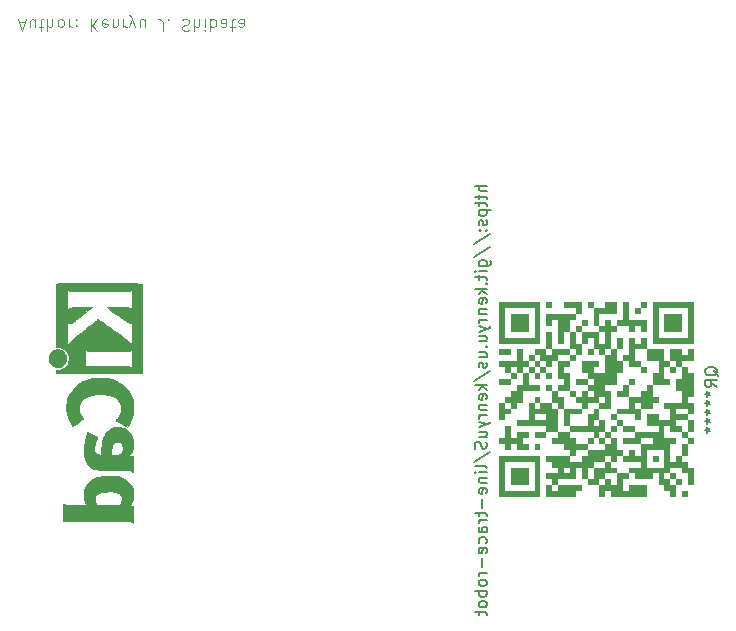
<source format=gbr>
%TF.GenerationSoftware,KiCad,Pcbnew,9.0.4*%
%TF.CreationDate,2025-09-17T16:18:14+09:00*%
%TF.ProjectId,ltr,6c74722e-6b69-4636-9164-5f7063625858,rev?*%
%TF.SameCoordinates,Original*%
%TF.FileFunction,Legend,Bot*%
%TF.FilePolarity,Positive*%
%FSLAX46Y46*%
G04 Gerber Fmt 4.6, Leading zero omitted, Abs format (unit mm)*
G04 Created by KiCad (PCBNEW 9.0.4) date 2025-09-17 16:18:14*
%MOMM*%
%LPD*%
G01*
G04 APERTURE LIST*
%ADD10C,0.100000*%
%ADD11C,0.150000*%
%ADD12C,0.010000*%
G04 APERTURE END LIST*
D10*
X1576189Y-1403295D02*
X2052379Y-1403295D01*
X1480951Y-1117580D02*
X1814284Y-2117580D01*
X1814284Y-2117580D02*
X2147617Y-1117580D01*
X2909522Y-1784247D02*
X2909522Y-1117580D01*
X2480951Y-1784247D02*
X2480951Y-1260438D01*
X2480951Y-1260438D02*
X2528570Y-1165200D01*
X2528570Y-1165200D02*
X2623808Y-1117580D01*
X2623808Y-1117580D02*
X2766665Y-1117580D01*
X2766665Y-1117580D02*
X2861903Y-1165200D01*
X2861903Y-1165200D02*
X2909522Y-1212819D01*
X3242856Y-1784247D02*
X3623808Y-1784247D01*
X3385713Y-2117580D02*
X3385713Y-1260438D01*
X3385713Y-1260438D02*
X3433332Y-1165200D01*
X3433332Y-1165200D02*
X3528570Y-1117580D01*
X3528570Y-1117580D02*
X3623808Y-1117580D01*
X3957142Y-1117580D02*
X3957142Y-2117580D01*
X4385713Y-1117580D02*
X4385713Y-1641390D01*
X4385713Y-1641390D02*
X4338094Y-1736628D01*
X4338094Y-1736628D02*
X4242856Y-1784247D01*
X4242856Y-1784247D02*
X4099999Y-1784247D01*
X4099999Y-1784247D02*
X4004761Y-1736628D01*
X4004761Y-1736628D02*
X3957142Y-1689009D01*
X5004761Y-1117580D02*
X4909523Y-1165200D01*
X4909523Y-1165200D02*
X4861904Y-1212819D01*
X4861904Y-1212819D02*
X4814285Y-1308057D01*
X4814285Y-1308057D02*
X4814285Y-1593771D01*
X4814285Y-1593771D02*
X4861904Y-1689009D01*
X4861904Y-1689009D02*
X4909523Y-1736628D01*
X4909523Y-1736628D02*
X5004761Y-1784247D01*
X5004761Y-1784247D02*
X5147618Y-1784247D01*
X5147618Y-1784247D02*
X5242856Y-1736628D01*
X5242856Y-1736628D02*
X5290475Y-1689009D01*
X5290475Y-1689009D02*
X5338094Y-1593771D01*
X5338094Y-1593771D02*
X5338094Y-1308057D01*
X5338094Y-1308057D02*
X5290475Y-1212819D01*
X5290475Y-1212819D02*
X5242856Y-1165200D01*
X5242856Y-1165200D02*
X5147618Y-1117580D01*
X5147618Y-1117580D02*
X5004761Y-1117580D01*
X5766666Y-1117580D02*
X5766666Y-1784247D01*
X5766666Y-1593771D02*
X5814285Y-1689009D01*
X5814285Y-1689009D02*
X5861904Y-1736628D01*
X5861904Y-1736628D02*
X5957142Y-1784247D01*
X5957142Y-1784247D02*
X6052380Y-1784247D01*
X6385714Y-1212819D02*
X6433333Y-1165200D01*
X6433333Y-1165200D02*
X6385714Y-1117580D01*
X6385714Y-1117580D02*
X6338095Y-1165200D01*
X6338095Y-1165200D02*
X6385714Y-1212819D01*
X6385714Y-1212819D02*
X6385714Y-1117580D01*
X6385714Y-1736628D02*
X6433333Y-1689009D01*
X6433333Y-1689009D02*
X6385714Y-1641390D01*
X6385714Y-1641390D02*
X6338095Y-1689009D01*
X6338095Y-1689009D02*
X6385714Y-1736628D01*
X6385714Y-1736628D02*
X6385714Y-1641390D01*
X7623809Y-1117580D02*
X7623809Y-2117580D01*
X8195237Y-1117580D02*
X7766666Y-1689009D01*
X8195237Y-2117580D02*
X7623809Y-1546152D01*
X9004761Y-1165200D02*
X8909523Y-1117580D01*
X8909523Y-1117580D02*
X8719047Y-1117580D01*
X8719047Y-1117580D02*
X8623809Y-1165200D01*
X8623809Y-1165200D02*
X8576190Y-1260438D01*
X8576190Y-1260438D02*
X8576190Y-1641390D01*
X8576190Y-1641390D02*
X8623809Y-1736628D01*
X8623809Y-1736628D02*
X8719047Y-1784247D01*
X8719047Y-1784247D02*
X8909523Y-1784247D01*
X8909523Y-1784247D02*
X9004761Y-1736628D01*
X9004761Y-1736628D02*
X9052380Y-1641390D01*
X9052380Y-1641390D02*
X9052380Y-1546152D01*
X9052380Y-1546152D02*
X8576190Y-1450914D01*
X9480952Y-1784247D02*
X9480952Y-1117580D01*
X9480952Y-1689009D02*
X9528571Y-1736628D01*
X9528571Y-1736628D02*
X9623809Y-1784247D01*
X9623809Y-1784247D02*
X9766666Y-1784247D01*
X9766666Y-1784247D02*
X9861904Y-1736628D01*
X9861904Y-1736628D02*
X9909523Y-1641390D01*
X9909523Y-1641390D02*
X9909523Y-1117580D01*
X10385714Y-1117580D02*
X10385714Y-1784247D01*
X10385714Y-1593771D02*
X10433333Y-1689009D01*
X10433333Y-1689009D02*
X10480952Y-1736628D01*
X10480952Y-1736628D02*
X10576190Y-1784247D01*
X10576190Y-1784247D02*
X10671428Y-1784247D01*
X10909524Y-1784247D02*
X11147619Y-1117580D01*
X11385714Y-1784247D02*
X11147619Y-1117580D01*
X11147619Y-1117580D02*
X11052381Y-879485D01*
X11052381Y-879485D02*
X11004762Y-831866D01*
X11004762Y-831866D02*
X10909524Y-784247D01*
X12195238Y-1784247D02*
X12195238Y-1117580D01*
X11766667Y-1784247D02*
X11766667Y-1260438D01*
X11766667Y-1260438D02*
X11814286Y-1165200D01*
X11814286Y-1165200D02*
X11909524Y-1117580D01*
X11909524Y-1117580D02*
X12052381Y-1117580D01*
X12052381Y-1117580D02*
X12147619Y-1165200D01*
X12147619Y-1165200D02*
X12195238Y-1212819D01*
X13719048Y-2117580D02*
X13719048Y-1403295D01*
X13719048Y-1403295D02*
X13671429Y-1260438D01*
X13671429Y-1260438D02*
X13576191Y-1165200D01*
X13576191Y-1165200D02*
X13433334Y-1117580D01*
X13433334Y-1117580D02*
X13338096Y-1117580D01*
X14195239Y-1212819D02*
X14242858Y-1165200D01*
X14242858Y-1165200D02*
X14195239Y-1117580D01*
X14195239Y-1117580D02*
X14147620Y-1165200D01*
X14147620Y-1165200D02*
X14195239Y-1212819D01*
X14195239Y-1212819D02*
X14195239Y-1117580D01*
X15385715Y-1165200D02*
X15528572Y-1117580D01*
X15528572Y-1117580D02*
X15766667Y-1117580D01*
X15766667Y-1117580D02*
X15861905Y-1165200D01*
X15861905Y-1165200D02*
X15909524Y-1212819D01*
X15909524Y-1212819D02*
X15957143Y-1308057D01*
X15957143Y-1308057D02*
X15957143Y-1403295D01*
X15957143Y-1403295D02*
X15909524Y-1498533D01*
X15909524Y-1498533D02*
X15861905Y-1546152D01*
X15861905Y-1546152D02*
X15766667Y-1593771D01*
X15766667Y-1593771D02*
X15576191Y-1641390D01*
X15576191Y-1641390D02*
X15480953Y-1689009D01*
X15480953Y-1689009D02*
X15433334Y-1736628D01*
X15433334Y-1736628D02*
X15385715Y-1831866D01*
X15385715Y-1831866D02*
X15385715Y-1927104D01*
X15385715Y-1927104D02*
X15433334Y-2022342D01*
X15433334Y-2022342D02*
X15480953Y-2069961D01*
X15480953Y-2069961D02*
X15576191Y-2117580D01*
X15576191Y-2117580D02*
X15814286Y-2117580D01*
X15814286Y-2117580D02*
X15957143Y-2069961D01*
X16385715Y-1117580D02*
X16385715Y-2117580D01*
X16814286Y-1117580D02*
X16814286Y-1641390D01*
X16814286Y-1641390D02*
X16766667Y-1736628D01*
X16766667Y-1736628D02*
X16671429Y-1784247D01*
X16671429Y-1784247D02*
X16528572Y-1784247D01*
X16528572Y-1784247D02*
X16433334Y-1736628D01*
X16433334Y-1736628D02*
X16385715Y-1689009D01*
X17290477Y-1117580D02*
X17290477Y-1784247D01*
X17290477Y-2117580D02*
X17242858Y-2069961D01*
X17242858Y-2069961D02*
X17290477Y-2022342D01*
X17290477Y-2022342D02*
X17338096Y-2069961D01*
X17338096Y-2069961D02*
X17290477Y-2117580D01*
X17290477Y-2117580D02*
X17290477Y-2022342D01*
X17766667Y-1117580D02*
X17766667Y-2117580D01*
X17766667Y-1736628D02*
X17861905Y-1784247D01*
X17861905Y-1784247D02*
X18052381Y-1784247D01*
X18052381Y-1784247D02*
X18147619Y-1736628D01*
X18147619Y-1736628D02*
X18195238Y-1689009D01*
X18195238Y-1689009D02*
X18242857Y-1593771D01*
X18242857Y-1593771D02*
X18242857Y-1308057D01*
X18242857Y-1308057D02*
X18195238Y-1212819D01*
X18195238Y-1212819D02*
X18147619Y-1165200D01*
X18147619Y-1165200D02*
X18052381Y-1117580D01*
X18052381Y-1117580D02*
X17861905Y-1117580D01*
X17861905Y-1117580D02*
X17766667Y-1165200D01*
X19100000Y-1117580D02*
X19100000Y-1641390D01*
X19100000Y-1641390D02*
X19052381Y-1736628D01*
X19052381Y-1736628D02*
X18957143Y-1784247D01*
X18957143Y-1784247D02*
X18766667Y-1784247D01*
X18766667Y-1784247D02*
X18671429Y-1736628D01*
X19100000Y-1165200D02*
X19004762Y-1117580D01*
X19004762Y-1117580D02*
X18766667Y-1117580D01*
X18766667Y-1117580D02*
X18671429Y-1165200D01*
X18671429Y-1165200D02*
X18623810Y-1260438D01*
X18623810Y-1260438D02*
X18623810Y-1355676D01*
X18623810Y-1355676D02*
X18671429Y-1450914D01*
X18671429Y-1450914D02*
X18766667Y-1498533D01*
X18766667Y-1498533D02*
X19004762Y-1498533D01*
X19004762Y-1498533D02*
X19100000Y-1546152D01*
X19433334Y-1784247D02*
X19814286Y-1784247D01*
X19576191Y-2117580D02*
X19576191Y-1260438D01*
X19576191Y-1260438D02*
X19623810Y-1165200D01*
X19623810Y-1165200D02*
X19719048Y-1117580D01*
X19719048Y-1117580D02*
X19814286Y-1117580D01*
X20576191Y-1117580D02*
X20576191Y-1641390D01*
X20576191Y-1641390D02*
X20528572Y-1736628D01*
X20528572Y-1736628D02*
X20433334Y-1784247D01*
X20433334Y-1784247D02*
X20242858Y-1784247D01*
X20242858Y-1784247D02*
X20147620Y-1736628D01*
X20576191Y-1165200D02*
X20480953Y-1117580D01*
X20480953Y-1117580D02*
X20242858Y-1117580D01*
X20242858Y-1117580D02*
X20147620Y-1165200D01*
X20147620Y-1165200D02*
X20100001Y-1260438D01*
X20100001Y-1260438D02*
X20100001Y-1355676D01*
X20100001Y-1355676D02*
X20147620Y-1450914D01*
X20147620Y-1450914D02*
X20242858Y-1498533D01*
X20242858Y-1498533D02*
X20480953Y-1498533D01*
X20480953Y-1498533D02*
X20576191Y-1546152D01*
D11*
X60750057Y-31326189D02*
X60702438Y-31230951D01*
X60702438Y-31230951D02*
X60607200Y-31135713D01*
X60607200Y-31135713D02*
X60464342Y-30992856D01*
X60464342Y-30992856D02*
X60416723Y-30897618D01*
X60416723Y-30897618D02*
X60416723Y-30802380D01*
X60654819Y-30849999D02*
X60607200Y-30754761D01*
X60607200Y-30754761D02*
X60511961Y-30659523D01*
X60511961Y-30659523D02*
X60321485Y-30611904D01*
X60321485Y-30611904D02*
X59988152Y-30611904D01*
X59988152Y-30611904D02*
X59797676Y-30659523D01*
X59797676Y-30659523D02*
X59702438Y-30754761D01*
X59702438Y-30754761D02*
X59654819Y-30849999D01*
X59654819Y-30849999D02*
X59654819Y-31040475D01*
X59654819Y-31040475D02*
X59702438Y-31135713D01*
X59702438Y-31135713D02*
X59797676Y-31230951D01*
X59797676Y-31230951D02*
X59988152Y-31278570D01*
X59988152Y-31278570D02*
X60321485Y-31278570D01*
X60321485Y-31278570D02*
X60511961Y-31230951D01*
X60511961Y-31230951D02*
X60607200Y-31135713D01*
X60607200Y-31135713D02*
X60654819Y-31040475D01*
X60654819Y-31040475D02*
X60654819Y-30849999D01*
X60654819Y-32278570D02*
X60178628Y-31945237D01*
X60654819Y-31707142D02*
X59654819Y-31707142D01*
X59654819Y-31707142D02*
X59654819Y-32088094D01*
X59654819Y-32088094D02*
X59702438Y-32183332D01*
X59702438Y-32183332D02*
X59750057Y-32230951D01*
X59750057Y-32230951D02*
X59845295Y-32278570D01*
X59845295Y-32278570D02*
X59988152Y-32278570D01*
X59988152Y-32278570D02*
X60083390Y-32230951D01*
X60083390Y-32230951D02*
X60131009Y-32183332D01*
X60131009Y-32183332D02*
X60178628Y-32088094D01*
X60178628Y-32088094D02*
X60178628Y-31707142D01*
X59654819Y-32849999D02*
X59892914Y-32849999D01*
X59797676Y-32611904D02*
X59892914Y-32849999D01*
X59892914Y-32849999D02*
X59797676Y-33088094D01*
X60083390Y-32707142D02*
X59892914Y-32849999D01*
X59892914Y-32849999D02*
X60083390Y-32992856D01*
X59654819Y-33611904D02*
X59892914Y-33611904D01*
X59797676Y-33373809D02*
X59892914Y-33611904D01*
X59892914Y-33611904D02*
X59797676Y-33849999D01*
X60083390Y-33469047D02*
X59892914Y-33611904D01*
X59892914Y-33611904D02*
X60083390Y-33754761D01*
X59654819Y-34373809D02*
X59892914Y-34373809D01*
X59797676Y-34135714D02*
X59892914Y-34373809D01*
X59892914Y-34373809D02*
X59797676Y-34611904D01*
X60083390Y-34230952D02*
X59892914Y-34373809D01*
X59892914Y-34373809D02*
X60083390Y-34516666D01*
X59654819Y-35135714D02*
X59892914Y-35135714D01*
X59797676Y-34897619D02*
X59892914Y-35135714D01*
X59892914Y-35135714D02*
X59797676Y-35373809D01*
X60083390Y-34992857D02*
X59892914Y-35135714D01*
X59892914Y-35135714D02*
X60083390Y-35278571D01*
X59654819Y-35897619D02*
X59892914Y-35897619D01*
X59797676Y-35659524D02*
X59892914Y-35897619D01*
X59892914Y-35897619D02*
X59797676Y-36135714D01*
X60083390Y-35754762D02*
X59892914Y-35897619D01*
X59892914Y-35897619D02*
X60083390Y-36040476D01*
X41154819Y-15254760D02*
X40154819Y-15254760D01*
X41154819Y-15683331D02*
X40631009Y-15683331D01*
X40631009Y-15683331D02*
X40535771Y-15635712D01*
X40535771Y-15635712D02*
X40488152Y-15540474D01*
X40488152Y-15540474D02*
X40488152Y-15397617D01*
X40488152Y-15397617D02*
X40535771Y-15302379D01*
X40535771Y-15302379D02*
X40583390Y-15254760D01*
X40488152Y-16016665D02*
X40488152Y-16397617D01*
X40154819Y-16159522D02*
X41011961Y-16159522D01*
X41011961Y-16159522D02*
X41107200Y-16207141D01*
X41107200Y-16207141D02*
X41154819Y-16302379D01*
X41154819Y-16302379D02*
X41154819Y-16397617D01*
X40488152Y-16588094D02*
X40488152Y-16969046D01*
X40154819Y-16730951D02*
X41011961Y-16730951D01*
X41011961Y-16730951D02*
X41107200Y-16778570D01*
X41107200Y-16778570D02*
X41154819Y-16873808D01*
X41154819Y-16873808D02*
X41154819Y-16969046D01*
X40488152Y-17302380D02*
X41488152Y-17302380D01*
X40535771Y-17302380D02*
X40488152Y-17397618D01*
X40488152Y-17397618D02*
X40488152Y-17588094D01*
X40488152Y-17588094D02*
X40535771Y-17683332D01*
X40535771Y-17683332D02*
X40583390Y-17730951D01*
X40583390Y-17730951D02*
X40678628Y-17778570D01*
X40678628Y-17778570D02*
X40964342Y-17778570D01*
X40964342Y-17778570D02*
X41059580Y-17730951D01*
X41059580Y-17730951D02*
X41107200Y-17683332D01*
X41107200Y-17683332D02*
X41154819Y-17588094D01*
X41154819Y-17588094D02*
X41154819Y-17397618D01*
X41154819Y-17397618D02*
X41107200Y-17302380D01*
X41107200Y-18159523D02*
X41154819Y-18254761D01*
X41154819Y-18254761D02*
X41154819Y-18445237D01*
X41154819Y-18445237D02*
X41107200Y-18540475D01*
X41107200Y-18540475D02*
X41011961Y-18588094D01*
X41011961Y-18588094D02*
X40964342Y-18588094D01*
X40964342Y-18588094D02*
X40869104Y-18540475D01*
X40869104Y-18540475D02*
X40821485Y-18445237D01*
X40821485Y-18445237D02*
X40821485Y-18302380D01*
X40821485Y-18302380D02*
X40773866Y-18207142D01*
X40773866Y-18207142D02*
X40678628Y-18159523D01*
X40678628Y-18159523D02*
X40631009Y-18159523D01*
X40631009Y-18159523D02*
X40535771Y-18207142D01*
X40535771Y-18207142D02*
X40488152Y-18302380D01*
X40488152Y-18302380D02*
X40488152Y-18445237D01*
X40488152Y-18445237D02*
X40535771Y-18540475D01*
X41059580Y-19016666D02*
X41107200Y-19064285D01*
X41107200Y-19064285D02*
X41154819Y-19016666D01*
X41154819Y-19016666D02*
X41107200Y-18969047D01*
X41107200Y-18969047D02*
X41059580Y-19016666D01*
X41059580Y-19016666D02*
X41154819Y-19016666D01*
X40535771Y-19016666D02*
X40583390Y-19064285D01*
X40583390Y-19064285D02*
X40631009Y-19016666D01*
X40631009Y-19016666D02*
X40583390Y-18969047D01*
X40583390Y-18969047D02*
X40535771Y-19016666D01*
X40535771Y-19016666D02*
X40631009Y-19016666D01*
X40107200Y-20207141D02*
X41392914Y-19349999D01*
X40107200Y-21254760D02*
X41392914Y-20397618D01*
X40488152Y-22016665D02*
X41297676Y-22016665D01*
X41297676Y-22016665D02*
X41392914Y-21969046D01*
X41392914Y-21969046D02*
X41440533Y-21921427D01*
X41440533Y-21921427D02*
X41488152Y-21826189D01*
X41488152Y-21826189D02*
X41488152Y-21683332D01*
X41488152Y-21683332D02*
X41440533Y-21588094D01*
X41107200Y-22016665D02*
X41154819Y-21921427D01*
X41154819Y-21921427D02*
X41154819Y-21730951D01*
X41154819Y-21730951D02*
X41107200Y-21635713D01*
X41107200Y-21635713D02*
X41059580Y-21588094D01*
X41059580Y-21588094D02*
X40964342Y-21540475D01*
X40964342Y-21540475D02*
X40678628Y-21540475D01*
X40678628Y-21540475D02*
X40583390Y-21588094D01*
X40583390Y-21588094D02*
X40535771Y-21635713D01*
X40535771Y-21635713D02*
X40488152Y-21730951D01*
X40488152Y-21730951D02*
X40488152Y-21921427D01*
X40488152Y-21921427D02*
X40535771Y-22016665D01*
X41154819Y-22492856D02*
X40488152Y-22492856D01*
X40154819Y-22492856D02*
X40202438Y-22445237D01*
X40202438Y-22445237D02*
X40250057Y-22492856D01*
X40250057Y-22492856D02*
X40202438Y-22540475D01*
X40202438Y-22540475D02*
X40154819Y-22492856D01*
X40154819Y-22492856D02*
X40250057Y-22492856D01*
X40488152Y-22826189D02*
X40488152Y-23207141D01*
X40154819Y-22969046D02*
X41011961Y-22969046D01*
X41011961Y-22969046D02*
X41107200Y-23016665D01*
X41107200Y-23016665D02*
X41154819Y-23111903D01*
X41154819Y-23111903D02*
X41154819Y-23207141D01*
X41059580Y-23540475D02*
X41107200Y-23588094D01*
X41107200Y-23588094D02*
X41154819Y-23540475D01*
X41154819Y-23540475D02*
X41107200Y-23492856D01*
X41107200Y-23492856D02*
X41059580Y-23540475D01*
X41059580Y-23540475D02*
X41154819Y-23540475D01*
X41154819Y-24016665D02*
X40154819Y-24016665D01*
X40773866Y-24111903D02*
X41154819Y-24397617D01*
X40488152Y-24397617D02*
X40869104Y-24016665D01*
X41107200Y-25207141D02*
X41154819Y-25111903D01*
X41154819Y-25111903D02*
X41154819Y-24921427D01*
X41154819Y-24921427D02*
X41107200Y-24826189D01*
X41107200Y-24826189D02*
X41011961Y-24778570D01*
X41011961Y-24778570D02*
X40631009Y-24778570D01*
X40631009Y-24778570D02*
X40535771Y-24826189D01*
X40535771Y-24826189D02*
X40488152Y-24921427D01*
X40488152Y-24921427D02*
X40488152Y-25111903D01*
X40488152Y-25111903D02*
X40535771Y-25207141D01*
X40535771Y-25207141D02*
X40631009Y-25254760D01*
X40631009Y-25254760D02*
X40726247Y-25254760D01*
X40726247Y-25254760D02*
X40821485Y-24778570D01*
X40488152Y-25683332D02*
X41154819Y-25683332D01*
X40583390Y-25683332D02*
X40535771Y-25730951D01*
X40535771Y-25730951D02*
X40488152Y-25826189D01*
X40488152Y-25826189D02*
X40488152Y-25969046D01*
X40488152Y-25969046D02*
X40535771Y-26064284D01*
X40535771Y-26064284D02*
X40631009Y-26111903D01*
X40631009Y-26111903D02*
X41154819Y-26111903D01*
X41154819Y-26588094D02*
X40488152Y-26588094D01*
X40678628Y-26588094D02*
X40583390Y-26635713D01*
X40583390Y-26635713D02*
X40535771Y-26683332D01*
X40535771Y-26683332D02*
X40488152Y-26778570D01*
X40488152Y-26778570D02*
X40488152Y-26873808D01*
X40488152Y-27111904D02*
X41154819Y-27349999D01*
X40488152Y-27588094D02*
X41154819Y-27349999D01*
X41154819Y-27349999D02*
X41392914Y-27254761D01*
X41392914Y-27254761D02*
X41440533Y-27207142D01*
X41440533Y-27207142D02*
X41488152Y-27111904D01*
X40488152Y-28397618D02*
X41154819Y-28397618D01*
X40488152Y-27969047D02*
X41011961Y-27969047D01*
X41011961Y-27969047D02*
X41107200Y-28016666D01*
X41107200Y-28016666D02*
X41154819Y-28111904D01*
X41154819Y-28111904D02*
X41154819Y-28254761D01*
X41154819Y-28254761D02*
X41107200Y-28349999D01*
X41107200Y-28349999D02*
X41059580Y-28397618D01*
X41059580Y-28873809D02*
X41107200Y-28921428D01*
X41107200Y-28921428D02*
X41154819Y-28873809D01*
X41154819Y-28873809D02*
X41107200Y-28826190D01*
X41107200Y-28826190D02*
X41059580Y-28873809D01*
X41059580Y-28873809D02*
X41154819Y-28873809D01*
X40488152Y-29778570D02*
X41154819Y-29778570D01*
X40488152Y-29349999D02*
X41011961Y-29349999D01*
X41011961Y-29349999D02*
X41107200Y-29397618D01*
X41107200Y-29397618D02*
X41154819Y-29492856D01*
X41154819Y-29492856D02*
X41154819Y-29635713D01*
X41154819Y-29635713D02*
X41107200Y-29730951D01*
X41107200Y-29730951D02*
X41059580Y-29778570D01*
X41107200Y-30207142D02*
X41154819Y-30302380D01*
X41154819Y-30302380D02*
X41154819Y-30492856D01*
X41154819Y-30492856D02*
X41107200Y-30588094D01*
X41107200Y-30588094D02*
X41011961Y-30635713D01*
X41011961Y-30635713D02*
X40964342Y-30635713D01*
X40964342Y-30635713D02*
X40869104Y-30588094D01*
X40869104Y-30588094D02*
X40821485Y-30492856D01*
X40821485Y-30492856D02*
X40821485Y-30349999D01*
X40821485Y-30349999D02*
X40773866Y-30254761D01*
X40773866Y-30254761D02*
X40678628Y-30207142D01*
X40678628Y-30207142D02*
X40631009Y-30207142D01*
X40631009Y-30207142D02*
X40535771Y-30254761D01*
X40535771Y-30254761D02*
X40488152Y-30349999D01*
X40488152Y-30349999D02*
X40488152Y-30492856D01*
X40488152Y-30492856D02*
X40535771Y-30588094D01*
X40107200Y-31778570D02*
X41392914Y-30921428D01*
X41154819Y-32111904D02*
X40154819Y-32111904D01*
X40773866Y-32207142D02*
X41154819Y-32492856D01*
X40488152Y-32492856D02*
X40869104Y-32111904D01*
X41107200Y-33302380D02*
X41154819Y-33207142D01*
X41154819Y-33207142D02*
X41154819Y-33016666D01*
X41154819Y-33016666D02*
X41107200Y-32921428D01*
X41107200Y-32921428D02*
X41011961Y-32873809D01*
X41011961Y-32873809D02*
X40631009Y-32873809D01*
X40631009Y-32873809D02*
X40535771Y-32921428D01*
X40535771Y-32921428D02*
X40488152Y-33016666D01*
X40488152Y-33016666D02*
X40488152Y-33207142D01*
X40488152Y-33207142D02*
X40535771Y-33302380D01*
X40535771Y-33302380D02*
X40631009Y-33349999D01*
X40631009Y-33349999D02*
X40726247Y-33349999D01*
X40726247Y-33349999D02*
X40821485Y-32873809D01*
X40488152Y-33778571D02*
X41154819Y-33778571D01*
X40583390Y-33778571D02*
X40535771Y-33826190D01*
X40535771Y-33826190D02*
X40488152Y-33921428D01*
X40488152Y-33921428D02*
X40488152Y-34064285D01*
X40488152Y-34064285D02*
X40535771Y-34159523D01*
X40535771Y-34159523D02*
X40631009Y-34207142D01*
X40631009Y-34207142D02*
X41154819Y-34207142D01*
X41154819Y-34683333D02*
X40488152Y-34683333D01*
X40678628Y-34683333D02*
X40583390Y-34730952D01*
X40583390Y-34730952D02*
X40535771Y-34778571D01*
X40535771Y-34778571D02*
X40488152Y-34873809D01*
X40488152Y-34873809D02*
X40488152Y-34969047D01*
X40488152Y-35207143D02*
X41154819Y-35445238D01*
X40488152Y-35683333D02*
X41154819Y-35445238D01*
X41154819Y-35445238D02*
X41392914Y-35350000D01*
X41392914Y-35350000D02*
X41440533Y-35302381D01*
X41440533Y-35302381D02*
X41488152Y-35207143D01*
X40488152Y-36492857D02*
X41154819Y-36492857D01*
X40488152Y-36064286D02*
X41011961Y-36064286D01*
X41011961Y-36064286D02*
X41107200Y-36111905D01*
X41107200Y-36111905D02*
X41154819Y-36207143D01*
X41154819Y-36207143D02*
X41154819Y-36350000D01*
X41154819Y-36350000D02*
X41107200Y-36445238D01*
X41107200Y-36445238D02*
X41059580Y-36492857D01*
X41107200Y-36921429D02*
X41154819Y-37064286D01*
X41154819Y-37064286D02*
X41154819Y-37302381D01*
X41154819Y-37302381D02*
X41107200Y-37397619D01*
X41107200Y-37397619D02*
X41059580Y-37445238D01*
X41059580Y-37445238D02*
X40964342Y-37492857D01*
X40964342Y-37492857D02*
X40869104Y-37492857D01*
X40869104Y-37492857D02*
X40773866Y-37445238D01*
X40773866Y-37445238D02*
X40726247Y-37397619D01*
X40726247Y-37397619D02*
X40678628Y-37302381D01*
X40678628Y-37302381D02*
X40631009Y-37111905D01*
X40631009Y-37111905D02*
X40583390Y-37016667D01*
X40583390Y-37016667D02*
X40535771Y-36969048D01*
X40535771Y-36969048D02*
X40440533Y-36921429D01*
X40440533Y-36921429D02*
X40345295Y-36921429D01*
X40345295Y-36921429D02*
X40250057Y-36969048D01*
X40250057Y-36969048D02*
X40202438Y-37016667D01*
X40202438Y-37016667D02*
X40154819Y-37111905D01*
X40154819Y-37111905D02*
X40154819Y-37350000D01*
X40154819Y-37350000D02*
X40202438Y-37492857D01*
X40107200Y-38635714D02*
X41392914Y-37778572D01*
X41154819Y-39111905D02*
X41107200Y-39016667D01*
X41107200Y-39016667D02*
X41011961Y-38969048D01*
X41011961Y-38969048D02*
X40154819Y-38969048D01*
X41154819Y-39492858D02*
X40488152Y-39492858D01*
X40154819Y-39492858D02*
X40202438Y-39445239D01*
X40202438Y-39445239D02*
X40250057Y-39492858D01*
X40250057Y-39492858D02*
X40202438Y-39540477D01*
X40202438Y-39540477D02*
X40154819Y-39492858D01*
X40154819Y-39492858D02*
X40250057Y-39492858D01*
X40488152Y-39969048D02*
X41154819Y-39969048D01*
X40583390Y-39969048D02*
X40535771Y-40016667D01*
X40535771Y-40016667D02*
X40488152Y-40111905D01*
X40488152Y-40111905D02*
X40488152Y-40254762D01*
X40488152Y-40254762D02*
X40535771Y-40350000D01*
X40535771Y-40350000D02*
X40631009Y-40397619D01*
X40631009Y-40397619D02*
X41154819Y-40397619D01*
X41107200Y-41254762D02*
X41154819Y-41159524D01*
X41154819Y-41159524D02*
X41154819Y-40969048D01*
X41154819Y-40969048D02*
X41107200Y-40873810D01*
X41107200Y-40873810D02*
X41011961Y-40826191D01*
X41011961Y-40826191D02*
X40631009Y-40826191D01*
X40631009Y-40826191D02*
X40535771Y-40873810D01*
X40535771Y-40873810D02*
X40488152Y-40969048D01*
X40488152Y-40969048D02*
X40488152Y-41159524D01*
X40488152Y-41159524D02*
X40535771Y-41254762D01*
X40535771Y-41254762D02*
X40631009Y-41302381D01*
X40631009Y-41302381D02*
X40726247Y-41302381D01*
X40726247Y-41302381D02*
X40821485Y-40826191D01*
X40773866Y-41730953D02*
X40773866Y-42492858D01*
X40488152Y-42826191D02*
X40488152Y-43207143D01*
X40154819Y-42969048D02*
X41011961Y-42969048D01*
X41011961Y-42969048D02*
X41107200Y-43016667D01*
X41107200Y-43016667D02*
X41154819Y-43111905D01*
X41154819Y-43111905D02*
X41154819Y-43207143D01*
X41154819Y-43540477D02*
X40488152Y-43540477D01*
X40678628Y-43540477D02*
X40583390Y-43588096D01*
X40583390Y-43588096D02*
X40535771Y-43635715D01*
X40535771Y-43635715D02*
X40488152Y-43730953D01*
X40488152Y-43730953D02*
X40488152Y-43826191D01*
X41154819Y-44588096D02*
X40631009Y-44588096D01*
X40631009Y-44588096D02*
X40535771Y-44540477D01*
X40535771Y-44540477D02*
X40488152Y-44445239D01*
X40488152Y-44445239D02*
X40488152Y-44254763D01*
X40488152Y-44254763D02*
X40535771Y-44159525D01*
X41107200Y-44588096D02*
X41154819Y-44492858D01*
X41154819Y-44492858D02*
X41154819Y-44254763D01*
X41154819Y-44254763D02*
X41107200Y-44159525D01*
X41107200Y-44159525D02*
X41011961Y-44111906D01*
X41011961Y-44111906D02*
X40916723Y-44111906D01*
X40916723Y-44111906D02*
X40821485Y-44159525D01*
X40821485Y-44159525D02*
X40773866Y-44254763D01*
X40773866Y-44254763D02*
X40773866Y-44492858D01*
X40773866Y-44492858D02*
X40726247Y-44588096D01*
X41107200Y-45492858D02*
X41154819Y-45397620D01*
X41154819Y-45397620D02*
X41154819Y-45207144D01*
X41154819Y-45207144D02*
X41107200Y-45111906D01*
X41107200Y-45111906D02*
X41059580Y-45064287D01*
X41059580Y-45064287D02*
X40964342Y-45016668D01*
X40964342Y-45016668D02*
X40678628Y-45016668D01*
X40678628Y-45016668D02*
X40583390Y-45064287D01*
X40583390Y-45064287D02*
X40535771Y-45111906D01*
X40535771Y-45111906D02*
X40488152Y-45207144D01*
X40488152Y-45207144D02*
X40488152Y-45397620D01*
X40488152Y-45397620D02*
X40535771Y-45492858D01*
X41107200Y-46302382D02*
X41154819Y-46207144D01*
X41154819Y-46207144D02*
X41154819Y-46016668D01*
X41154819Y-46016668D02*
X41107200Y-45921430D01*
X41107200Y-45921430D02*
X41011961Y-45873811D01*
X41011961Y-45873811D02*
X40631009Y-45873811D01*
X40631009Y-45873811D02*
X40535771Y-45921430D01*
X40535771Y-45921430D02*
X40488152Y-46016668D01*
X40488152Y-46016668D02*
X40488152Y-46207144D01*
X40488152Y-46207144D02*
X40535771Y-46302382D01*
X40535771Y-46302382D02*
X40631009Y-46350001D01*
X40631009Y-46350001D02*
X40726247Y-46350001D01*
X40726247Y-46350001D02*
X40821485Y-45873811D01*
X40773866Y-46778573D02*
X40773866Y-47540478D01*
X41154819Y-48016668D02*
X40488152Y-48016668D01*
X40678628Y-48016668D02*
X40583390Y-48064287D01*
X40583390Y-48064287D02*
X40535771Y-48111906D01*
X40535771Y-48111906D02*
X40488152Y-48207144D01*
X40488152Y-48207144D02*
X40488152Y-48302382D01*
X41154819Y-48778573D02*
X41107200Y-48683335D01*
X41107200Y-48683335D02*
X41059580Y-48635716D01*
X41059580Y-48635716D02*
X40964342Y-48588097D01*
X40964342Y-48588097D02*
X40678628Y-48588097D01*
X40678628Y-48588097D02*
X40583390Y-48635716D01*
X40583390Y-48635716D02*
X40535771Y-48683335D01*
X40535771Y-48683335D02*
X40488152Y-48778573D01*
X40488152Y-48778573D02*
X40488152Y-48921430D01*
X40488152Y-48921430D02*
X40535771Y-49016668D01*
X40535771Y-49016668D02*
X40583390Y-49064287D01*
X40583390Y-49064287D02*
X40678628Y-49111906D01*
X40678628Y-49111906D02*
X40964342Y-49111906D01*
X40964342Y-49111906D02*
X41059580Y-49064287D01*
X41059580Y-49064287D02*
X41107200Y-49016668D01*
X41107200Y-49016668D02*
X41154819Y-48921430D01*
X41154819Y-48921430D02*
X41154819Y-48778573D01*
X41154819Y-49540478D02*
X40154819Y-49540478D01*
X40535771Y-49540478D02*
X40488152Y-49635716D01*
X40488152Y-49635716D02*
X40488152Y-49826192D01*
X40488152Y-49826192D02*
X40535771Y-49921430D01*
X40535771Y-49921430D02*
X40583390Y-49969049D01*
X40583390Y-49969049D02*
X40678628Y-50016668D01*
X40678628Y-50016668D02*
X40964342Y-50016668D01*
X40964342Y-50016668D02*
X41059580Y-49969049D01*
X41059580Y-49969049D02*
X41107200Y-49921430D01*
X41107200Y-49921430D02*
X41154819Y-49826192D01*
X41154819Y-49826192D02*
X41154819Y-49635716D01*
X41154819Y-49635716D02*
X41107200Y-49540478D01*
X41154819Y-50588097D02*
X41107200Y-50492859D01*
X41107200Y-50492859D02*
X41059580Y-50445240D01*
X41059580Y-50445240D02*
X40964342Y-50397621D01*
X40964342Y-50397621D02*
X40678628Y-50397621D01*
X40678628Y-50397621D02*
X40583390Y-50445240D01*
X40583390Y-50445240D02*
X40535771Y-50492859D01*
X40535771Y-50492859D02*
X40488152Y-50588097D01*
X40488152Y-50588097D02*
X40488152Y-50730954D01*
X40488152Y-50730954D02*
X40535771Y-50826192D01*
X40535771Y-50826192D02*
X40583390Y-50873811D01*
X40583390Y-50873811D02*
X40678628Y-50921430D01*
X40678628Y-50921430D02*
X40964342Y-50921430D01*
X40964342Y-50921430D02*
X41059580Y-50873811D01*
X41059580Y-50873811D02*
X41107200Y-50826192D01*
X41107200Y-50826192D02*
X41154819Y-50730954D01*
X41154819Y-50730954D02*
X41154819Y-50588097D01*
X40488152Y-51207145D02*
X40488152Y-51588097D01*
X40154819Y-51350002D02*
X41011961Y-51350002D01*
X41011961Y-51350002D02*
X41107200Y-51397621D01*
X41107200Y-51397621D02*
X41154819Y-51492859D01*
X41154819Y-51492859D02*
X41154819Y-51588097D01*
D12*
%TO.C,REF\u002A\u002A*%
X4888539Y-29098968D02*
X4955270Y-29102650D01*
X5007334Y-29111678D01*
X5056686Y-29128306D01*
X5115286Y-29154788D01*
X5130902Y-29162448D01*
X5273893Y-29252994D01*
X5391543Y-29366875D01*
X5481089Y-29500859D01*
X5539772Y-29651714D01*
X5556147Y-29729119D01*
X5563810Y-29886151D01*
X5539016Y-30038247D01*
X5484306Y-30180946D01*
X5402223Y-30309788D01*
X5295309Y-30420314D01*
X5166107Y-30508064D01*
X5017158Y-30568577D01*
X4895265Y-30590717D01*
X4760751Y-30592712D01*
X4629908Y-30574705D01*
X4516572Y-30537554D01*
X4435543Y-30494628D01*
X4306987Y-30399067D01*
X4205527Y-30285779D01*
X4131172Y-30158929D01*
X4083933Y-30022682D01*
X4063818Y-29881205D01*
X4070839Y-29738663D01*
X4105005Y-29599221D01*
X4166325Y-29467045D01*
X4254810Y-29346301D01*
X4370470Y-29241154D01*
X4513313Y-29155770D01*
X4563633Y-29132879D01*
X4614636Y-29114334D01*
X4665624Y-29103928D01*
X4728691Y-29099367D01*
X4815929Y-29098357D01*
X4888539Y-29098968D01*
G36*
X4888539Y-29098968D02*
G01*
X4955270Y-29102650D01*
X5007334Y-29111678D01*
X5056686Y-29128306D01*
X5115286Y-29154788D01*
X5130902Y-29162448D01*
X5273893Y-29252994D01*
X5391543Y-29366875D01*
X5481089Y-29500859D01*
X5539772Y-29651714D01*
X5556147Y-29729119D01*
X5563810Y-29886151D01*
X5539016Y-30038247D01*
X5484306Y-30180946D01*
X5402223Y-30309788D01*
X5295309Y-30420314D01*
X5166107Y-30508064D01*
X5017158Y-30568577D01*
X4895265Y-30590717D01*
X4760751Y-30592712D01*
X4629908Y-30574705D01*
X4516572Y-30537554D01*
X4435543Y-30494628D01*
X4306987Y-30399067D01*
X4205527Y-30285779D01*
X4131172Y-30158929D01*
X4083933Y-30022682D01*
X4063818Y-29881205D01*
X4070839Y-29738663D01*
X4105005Y-29599221D01*
X4166325Y-29467045D01*
X4254810Y-29346301D01*
X4370470Y-29241154D01*
X4513313Y-29155770D01*
X4563633Y-29132879D01*
X4614636Y-29114334D01*
X4665624Y-29103928D01*
X4728691Y-29099367D01*
X4815929Y-29098357D01*
X4888539Y-29098968D01*
G37*
X8739528Y-31514944D02*
X9066276Y-31553999D01*
X9372149Y-31620410D01*
X9659317Y-31714773D01*
X9929949Y-31837680D01*
X10186214Y-31989727D01*
X10382000Y-32132550D01*
X10602289Y-32329757D01*
X10790974Y-32544704D01*
X10947993Y-32777297D01*
X11073285Y-33027442D01*
X11166786Y-33295043D01*
X11228437Y-33580008D01*
X11228917Y-33583260D01*
X11233732Y-33638138D01*
X11237304Y-33720951D01*
X11239465Y-33824042D01*
X11240050Y-33939754D01*
X11238891Y-34060428D01*
X11237192Y-34145003D01*
X11233258Y-34270488D01*
X11227626Y-34371042D01*
X11219694Y-34453917D01*
X11208863Y-34526366D01*
X11194530Y-34595643D01*
X11176007Y-34673584D01*
X11154914Y-34754901D01*
X11132787Y-34828444D01*
X11107033Y-34900888D01*
X11075060Y-34978907D01*
X11034278Y-35069175D01*
X10982093Y-35178369D01*
X10915915Y-35313161D01*
X10731677Y-35685964D01*
X10241231Y-35387372D01*
X10177041Y-35348281D01*
X10061810Y-35278050D01*
X9958794Y-35215189D01*
X9871748Y-35161996D01*
X9804432Y-35120767D01*
X9760601Y-35093800D01*
X9744015Y-35083393D01*
X9744510Y-35080498D01*
X9760742Y-35057180D01*
X9794429Y-35016214D01*
X9840345Y-34964073D01*
X9919678Y-34871213D01*
X10036990Y-34705438D01*
X10118771Y-34544597D01*
X10159611Y-34428369D01*
X10201348Y-34231778D01*
X10208746Y-34038622D01*
X10182309Y-33851701D01*
X10122540Y-33673817D01*
X10029943Y-33507770D01*
X9905022Y-33356363D01*
X9813014Y-33272114D01*
X9642831Y-33153426D01*
X9445342Y-33056036D01*
X9219536Y-32979481D01*
X8964401Y-32923293D01*
X8948562Y-32920744D01*
X8845903Y-32908967D01*
X8718351Y-32900200D01*
X8574622Y-32894514D01*
X8423431Y-32891979D01*
X8273493Y-32892667D01*
X8133524Y-32896648D01*
X8012241Y-32903994D01*
X7918357Y-32914775D01*
X7705692Y-32956100D01*
X7457270Y-33025635D01*
X7239781Y-33113085D01*
X7053393Y-33218335D01*
X6898273Y-33341268D01*
X6774590Y-33481765D01*
X6682512Y-33639712D01*
X6622209Y-33814990D01*
X6614724Y-33853879D01*
X6604951Y-33951334D01*
X6601761Y-34065227D01*
X6604979Y-34182796D01*
X6614429Y-34291283D01*
X6629936Y-34377928D01*
X6679313Y-34522268D01*
X6769456Y-34689772D01*
X6888084Y-34838920D01*
X6913073Y-34865244D01*
X6957285Y-34912943D01*
X6987042Y-34946655D01*
X6996941Y-34960351D01*
X6992207Y-34963723D01*
X6962313Y-34984477D01*
X6908033Y-35021972D01*
X6832962Y-35073730D01*
X6740694Y-35137272D01*
X6634823Y-35210123D01*
X6518944Y-35289803D01*
X6044817Y-35615714D01*
X6023004Y-35542908D01*
X6020532Y-35535310D01*
X6000898Y-35485855D01*
X5969239Y-35414553D01*
X5929362Y-35329772D01*
X5885076Y-35239880D01*
X5865496Y-35200708D01*
X5764409Y-34983196D01*
X5686238Y-34782717D01*
X5628985Y-34591562D01*
X5590649Y-34402019D01*
X5569231Y-34206378D01*
X5562731Y-33996928D01*
X5566031Y-33851166D01*
X5588413Y-33607362D01*
X5633551Y-33380868D01*
X5703345Y-33163258D01*
X5799696Y-32946109D01*
X5922715Y-32731155D01*
X6090422Y-32500466D01*
X6284323Y-32286541D01*
X6499618Y-32094089D01*
X6731507Y-31927820D01*
X6975190Y-31792447D01*
X7001258Y-31780159D01*
X7252881Y-31677250D01*
X7514345Y-31599054D01*
X7790646Y-31544561D01*
X8086779Y-31512759D01*
X8407739Y-31502640D01*
X8739528Y-31514944D01*
G36*
X8739528Y-31514944D02*
G01*
X9066276Y-31553999D01*
X9372149Y-31620410D01*
X9659317Y-31714773D01*
X9929949Y-31837680D01*
X10186214Y-31989727D01*
X10382000Y-32132550D01*
X10602289Y-32329757D01*
X10790974Y-32544704D01*
X10947993Y-32777297D01*
X11073285Y-33027442D01*
X11166786Y-33295043D01*
X11228437Y-33580008D01*
X11228917Y-33583260D01*
X11233732Y-33638138D01*
X11237304Y-33720951D01*
X11239465Y-33824042D01*
X11240050Y-33939754D01*
X11238891Y-34060428D01*
X11237192Y-34145003D01*
X11233258Y-34270488D01*
X11227626Y-34371042D01*
X11219694Y-34453917D01*
X11208863Y-34526366D01*
X11194530Y-34595643D01*
X11176007Y-34673584D01*
X11154914Y-34754901D01*
X11132787Y-34828444D01*
X11107033Y-34900888D01*
X11075060Y-34978907D01*
X11034278Y-35069175D01*
X10982093Y-35178369D01*
X10915915Y-35313161D01*
X10731677Y-35685964D01*
X10241231Y-35387372D01*
X10177041Y-35348281D01*
X10061810Y-35278050D01*
X9958794Y-35215189D01*
X9871748Y-35161996D01*
X9804432Y-35120767D01*
X9760601Y-35093800D01*
X9744015Y-35083393D01*
X9744510Y-35080498D01*
X9760742Y-35057180D01*
X9794429Y-35016214D01*
X9840345Y-34964073D01*
X9919678Y-34871213D01*
X10036990Y-34705438D01*
X10118771Y-34544597D01*
X10159611Y-34428369D01*
X10201348Y-34231778D01*
X10208746Y-34038622D01*
X10182309Y-33851701D01*
X10122540Y-33673817D01*
X10029943Y-33507770D01*
X9905022Y-33356363D01*
X9813014Y-33272114D01*
X9642831Y-33153426D01*
X9445342Y-33056036D01*
X9219536Y-32979481D01*
X8964401Y-32923293D01*
X8948562Y-32920744D01*
X8845903Y-32908967D01*
X8718351Y-32900200D01*
X8574622Y-32894514D01*
X8423431Y-32891979D01*
X8273493Y-32892667D01*
X8133524Y-32896648D01*
X8012241Y-32903994D01*
X7918357Y-32914775D01*
X7705692Y-32956100D01*
X7457270Y-33025635D01*
X7239781Y-33113085D01*
X7053393Y-33218335D01*
X6898273Y-33341268D01*
X6774590Y-33481765D01*
X6682512Y-33639712D01*
X6622209Y-33814990D01*
X6614724Y-33853879D01*
X6604951Y-33951334D01*
X6601761Y-34065227D01*
X6604979Y-34182796D01*
X6614429Y-34291283D01*
X6629936Y-34377928D01*
X6679313Y-34522268D01*
X6769456Y-34689772D01*
X6888084Y-34838920D01*
X6913073Y-34865244D01*
X6957285Y-34912943D01*
X6987042Y-34946655D01*
X6996941Y-34960351D01*
X6992207Y-34963723D01*
X6962313Y-34984477D01*
X6908033Y-35021972D01*
X6832962Y-35073730D01*
X6740694Y-35137272D01*
X6634823Y-35210123D01*
X6518944Y-35289803D01*
X6044817Y-35615714D01*
X6023004Y-35542908D01*
X6020532Y-35535310D01*
X6000898Y-35485855D01*
X5969239Y-35414553D01*
X5929362Y-35329772D01*
X5885076Y-35239880D01*
X5865496Y-35200708D01*
X5764409Y-34983196D01*
X5686238Y-34782717D01*
X5628985Y-34591562D01*
X5590649Y-34402019D01*
X5569231Y-34206378D01*
X5562731Y-33996928D01*
X5566031Y-33851166D01*
X5588413Y-33607362D01*
X5633551Y-33380868D01*
X5703345Y-33163258D01*
X5799696Y-32946109D01*
X5922715Y-32731155D01*
X6090422Y-32500466D01*
X6284323Y-32286541D01*
X6499618Y-32094089D01*
X6731507Y-31927820D01*
X6975190Y-31792447D01*
X7001258Y-31780159D01*
X7252881Y-31677250D01*
X7514345Y-31599054D01*
X7790646Y-31544561D01*
X8086779Y-31512759D01*
X8407739Y-31502640D01*
X8739528Y-31514944D01*
G37*
X9514433Y-39781745D02*
X9662502Y-39792753D01*
X9798798Y-39811771D01*
X9931375Y-39839651D01*
X10068286Y-39877246D01*
X10231936Y-39934257D01*
X10452857Y-40038964D01*
X10650734Y-40167402D01*
X10823697Y-40317607D01*
X10969876Y-40487613D01*
X11087401Y-40675455D01*
X11174402Y-40879168D01*
X11229009Y-41096788D01*
X11229447Y-41099407D01*
X11244750Y-41258447D01*
X11242707Y-41433191D01*
X11224579Y-41611180D01*
X11191624Y-41779954D01*
X11145101Y-41927052D01*
X11116791Y-41989839D01*
X11073761Y-42071613D01*
X11024546Y-42155641D01*
X10974563Y-42233155D01*
X10929229Y-42295388D01*
X10893960Y-42333571D01*
X10884277Y-42342337D01*
X10880892Y-42352786D01*
X10897696Y-42359771D01*
X10940045Y-42364918D01*
X11013295Y-42369857D01*
X11165929Y-42378928D01*
X11175433Y-43768640D01*
X11093393Y-43720561D01*
X11088543Y-43717695D01*
X11065772Y-43703715D01*
X11045487Y-43691031D01*
X11025925Y-43679577D01*
X11005324Y-43669285D01*
X10981920Y-43660085D01*
X10953953Y-43651910D01*
X10919660Y-43644691D01*
X10877278Y-43638360D01*
X10825046Y-43632849D01*
X10761200Y-43628090D01*
X10683979Y-43624015D01*
X10591620Y-43620554D01*
X10482361Y-43617641D01*
X10354440Y-43615206D01*
X10206094Y-43613182D01*
X10035562Y-43611499D01*
X9841081Y-43610091D01*
X9620888Y-43608888D01*
X9373221Y-43607823D01*
X9096318Y-43606827D01*
X8788417Y-43605832D01*
X8447756Y-43604769D01*
X8072572Y-43603571D01*
X5305786Y-43594500D01*
X5301042Y-42873321D01*
X5300723Y-42820876D01*
X5300089Y-42666571D01*
X5299961Y-42525436D01*
X5300311Y-42401323D01*
X5301112Y-42298085D01*
X5302340Y-42219574D01*
X5303967Y-42169643D01*
X5305967Y-42152143D01*
X5312305Y-42154382D01*
X5342356Y-42171083D01*
X5386057Y-42198745D01*
X5390235Y-42201505D01*
X5423977Y-42222952D01*
X5456806Y-42240935D01*
X5492105Y-42255758D01*
X5533255Y-42267726D01*
X5583638Y-42277144D01*
X5646634Y-42284317D01*
X5725627Y-42289550D01*
X5823997Y-42293148D01*
X5945126Y-42295416D01*
X6092396Y-42296658D01*
X6269188Y-42297179D01*
X6478884Y-42297286D01*
X6642603Y-42297095D01*
X6803339Y-42296513D01*
X6949083Y-42295581D01*
X7076286Y-42294341D01*
X7181400Y-42292836D01*
X7260875Y-42291107D01*
X7311163Y-42289198D01*
X7328714Y-42287150D01*
X7325990Y-42280545D01*
X7306807Y-42251510D01*
X7275303Y-42210043D01*
X7232936Y-42149928D01*
X7170511Y-42036979D01*
X7114828Y-41907884D01*
X7071525Y-41774691D01*
X7070025Y-41767090D01*
X7974622Y-41767090D01*
X7987214Y-41907087D01*
X8027185Y-42049267D01*
X8094771Y-42188428D01*
X8154584Y-42288214D01*
X10040556Y-42288214D01*
X10100057Y-42197500D01*
X10121491Y-42162614D01*
X10164311Y-42082735D01*
X10198410Y-42007000D01*
X10209955Y-41973832D01*
X10233004Y-41868295D01*
X10244773Y-41734857D01*
X10247222Y-41667004D01*
X10246666Y-41604020D01*
X10240375Y-41557134D01*
X10226626Y-41515080D01*
X10203692Y-41466591D01*
X10142259Y-41373405D01*
X10055358Y-41292676D01*
X9943369Y-41228055D01*
X9804539Y-41178927D01*
X9637111Y-41144679D01*
X9439329Y-41124694D01*
X9209440Y-41118359D01*
X9157175Y-41118667D01*
X8915015Y-41127775D01*
X8704302Y-41149891D01*
X8522814Y-41185553D01*
X8368327Y-41235299D01*
X8238619Y-41299667D01*
X8131466Y-41379195D01*
X8098763Y-41412188D01*
X8030632Y-41514440D01*
X7989173Y-41634474D01*
X7974622Y-41767090D01*
X7070025Y-41767090D01*
X7049444Y-41662785D01*
X7035368Y-41523413D01*
X7030492Y-41372574D01*
X7034820Y-41221907D01*
X7048359Y-41083054D01*
X7071115Y-40967655D01*
X7109447Y-40850153D01*
X7202371Y-40654131D01*
X7325908Y-40472629D01*
X7477212Y-40308996D01*
X7653440Y-40166581D01*
X7851746Y-40048730D01*
X7912556Y-40019472D01*
X8117670Y-39937482D01*
X8340285Y-39873381D01*
X8584325Y-39826358D01*
X8853713Y-39795605D01*
X9152374Y-39780310D01*
X9209440Y-39779600D01*
X9346537Y-39777895D01*
X9514433Y-39781745D01*
G36*
X9514433Y-39781745D02*
G01*
X9662502Y-39792753D01*
X9798798Y-39811771D01*
X9931375Y-39839651D01*
X10068286Y-39877246D01*
X10231936Y-39934257D01*
X10452857Y-40038964D01*
X10650734Y-40167402D01*
X10823697Y-40317607D01*
X10969876Y-40487613D01*
X11087401Y-40675455D01*
X11174402Y-40879168D01*
X11229009Y-41096788D01*
X11229447Y-41099407D01*
X11244750Y-41258447D01*
X11242707Y-41433191D01*
X11224579Y-41611180D01*
X11191624Y-41779954D01*
X11145101Y-41927052D01*
X11116791Y-41989839D01*
X11073761Y-42071613D01*
X11024546Y-42155641D01*
X10974563Y-42233155D01*
X10929229Y-42295388D01*
X10893960Y-42333571D01*
X10884277Y-42342337D01*
X10880892Y-42352786D01*
X10897696Y-42359771D01*
X10940045Y-42364918D01*
X11013295Y-42369857D01*
X11165929Y-42378928D01*
X11175433Y-43768640D01*
X11093393Y-43720561D01*
X11088543Y-43717695D01*
X11065772Y-43703715D01*
X11045487Y-43691031D01*
X11025925Y-43679577D01*
X11005324Y-43669285D01*
X10981920Y-43660085D01*
X10953953Y-43651910D01*
X10919660Y-43644691D01*
X10877278Y-43638360D01*
X10825046Y-43632849D01*
X10761200Y-43628090D01*
X10683979Y-43624015D01*
X10591620Y-43620554D01*
X10482361Y-43617641D01*
X10354440Y-43615206D01*
X10206094Y-43613182D01*
X10035562Y-43611499D01*
X9841081Y-43610091D01*
X9620888Y-43608888D01*
X9373221Y-43607823D01*
X9096318Y-43606827D01*
X8788417Y-43605832D01*
X8447756Y-43604769D01*
X8072572Y-43603571D01*
X5305786Y-43594500D01*
X5301042Y-42873321D01*
X5300723Y-42820876D01*
X5300089Y-42666571D01*
X5299961Y-42525436D01*
X5300311Y-42401323D01*
X5301112Y-42298085D01*
X5302340Y-42219574D01*
X5303967Y-42169643D01*
X5305967Y-42152143D01*
X5312305Y-42154382D01*
X5342356Y-42171083D01*
X5386057Y-42198745D01*
X5390235Y-42201505D01*
X5423977Y-42222952D01*
X5456806Y-42240935D01*
X5492105Y-42255758D01*
X5533255Y-42267726D01*
X5583638Y-42277144D01*
X5646634Y-42284317D01*
X5725627Y-42289550D01*
X5823997Y-42293148D01*
X5945126Y-42295416D01*
X6092396Y-42296658D01*
X6269188Y-42297179D01*
X6478884Y-42297286D01*
X6642603Y-42297095D01*
X6803339Y-42296513D01*
X6949083Y-42295581D01*
X7076286Y-42294341D01*
X7181400Y-42292836D01*
X7260875Y-42291107D01*
X7311163Y-42289198D01*
X7328714Y-42287150D01*
X7325990Y-42280545D01*
X7306807Y-42251510D01*
X7275303Y-42210043D01*
X7232936Y-42149928D01*
X7170511Y-42036979D01*
X7114828Y-41907884D01*
X7071525Y-41774691D01*
X7070025Y-41767090D01*
X7974622Y-41767090D01*
X7987214Y-41907087D01*
X8027185Y-42049267D01*
X8094771Y-42188428D01*
X8154584Y-42288214D01*
X10040556Y-42288214D01*
X10100057Y-42197500D01*
X10121491Y-42162614D01*
X10164311Y-42082735D01*
X10198410Y-42007000D01*
X10209955Y-41973832D01*
X10233004Y-41868295D01*
X10244773Y-41734857D01*
X10247222Y-41667004D01*
X10246666Y-41604020D01*
X10240375Y-41557134D01*
X10226626Y-41515080D01*
X10203692Y-41466591D01*
X10142259Y-41373405D01*
X10055358Y-41292676D01*
X9943369Y-41228055D01*
X9804539Y-41178927D01*
X9637111Y-41144679D01*
X9439329Y-41124694D01*
X9209440Y-41118359D01*
X9157175Y-41118667D01*
X8915015Y-41127775D01*
X8704302Y-41149891D01*
X8522814Y-41185553D01*
X8368327Y-41235299D01*
X8238619Y-41299667D01*
X8131466Y-41379195D01*
X8098763Y-41412188D01*
X8030632Y-41514440D01*
X7989173Y-41634474D01*
X7974622Y-41767090D01*
X7070025Y-41767090D01*
X7049444Y-41662785D01*
X7035368Y-41523413D01*
X7030492Y-41372574D01*
X7034820Y-41221907D01*
X7048359Y-41083054D01*
X7071115Y-40967655D01*
X7109447Y-40850153D01*
X7202371Y-40654131D01*
X7325908Y-40472629D01*
X7477212Y-40308996D01*
X7653440Y-40166581D01*
X7851746Y-40048730D01*
X7912556Y-40019472D01*
X8117670Y-39937482D01*
X8340285Y-39873381D01*
X8584325Y-39826358D01*
X8853713Y-39795605D01*
X9152374Y-39780310D01*
X9209440Y-39779600D01*
X9346537Y-39777895D01*
X9514433Y-39781745D01*
G37*
X10063722Y-35685158D02*
X10199833Y-35702768D01*
X10313214Y-35729341D01*
X10429867Y-35771741D01*
X10622110Y-35870024D01*
X10791247Y-35995650D01*
X10936126Y-36147319D01*
X11055594Y-36323729D01*
X11148499Y-36523580D01*
X11213689Y-36745571D01*
X11228392Y-36836093D01*
X11238611Y-36965448D01*
X11240909Y-37106325D01*
X11235472Y-37246950D01*
X11222485Y-37375551D01*
X11202133Y-37480357D01*
X11186109Y-37533021D01*
X11139219Y-37652631D01*
X11079688Y-37774217D01*
X11013971Y-37885235D01*
X10948524Y-37973141D01*
X10947579Y-37974222D01*
X10906736Y-38022393D01*
X10877653Y-38059455D01*
X10866572Y-38077463D01*
X10869217Y-38079432D01*
X10897794Y-38083887D01*
X10951094Y-38086982D01*
X11020786Y-38088143D01*
X11175000Y-38088143D01*
X11175000Y-38768500D01*
X11174997Y-38786611D01*
X11174731Y-38938510D01*
X11174070Y-39077922D01*
X11173062Y-39200882D01*
X11171758Y-39303421D01*
X11170205Y-39381574D01*
X11168454Y-39431375D01*
X11166553Y-39448857D01*
X11164893Y-39448450D01*
X11140377Y-39437012D01*
X11094317Y-39413038D01*
X11035018Y-39380821D01*
X10911929Y-39312785D01*
X9632857Y-39302286D01*
X9446561Y-39300725D01*
X9208965Y-39298542D01*
X9002698Y-39296250D01*
X8824842Y-39293665D01*
X8672481Y-39290600D01*
X8542696Y-39286872D01*
X8432572Y-39282295D01*
X8339190Y-39276684D01*
X8259635Y-39269853D01*
X8190988Y-39261617D01*
X8130333Y-39251792D01*
X8074752Y-39240192D01*
X8021329Y-39226632D01*
X7967146Y-39210927D01*
X7909286Y-39192891D01*
X7727898Y-39121839D01*
X7560258Y-39024536D01*
X7416732Y-38903359D01*
X7296570Y-38757197D01*
X7199020Y-38584943D01*
X7123331Y-38385485D01*
X7068753Y-38157715D01*
X7034535Y-37900523D01*
X7027730Y-37810632D01*
X7022755Y-37659240D01*
X7027235Y-37509186D01*
X7041927Y-37353446D01*
X7067584Y-37184995D01*
X7104962Y-36996807D01*
X7154818Y-36781857D01*
X7166881Y-36732172D01*
X7196565Y-36607399D01*
X7223898Y-36489139D01*
X7247263Y-36384564D01*
X7265047Y-36300846D01*
X7275636Y-36245155D01*
X7296740Y-36116667D01*
X7734549Y-36297305D01*
X7843859Y-36342488D01*
X7950969Y-36386939D01*
X8042418Y-36425077D01*
X8113733Y-36455031D01*
X8160437Y-36474929D01*
X8178058Y-36482897D01*
X8178310Y-36484150D01*
X8170443Y-36507242D01*
X8150283Y-36552647D01*
X8121417Y-36612176D01*
X8065203Y-36735904D01*
X8003740Y-36906163D01*
X7956670Y-37080422D01*
X7925177Y-37251867D01*
X7910443Y-37413683D01*
X7913650Y-37559056D01*
X7935979Y-37681171D01*
X7971409Y-37766399D01*
X8044017Y-37863191D01*
X8142518Y-37937703D01*
X8263883Y-37987801D01*
X8405080Y-38011351D01*
X8535215Y-38019645D01*
X8536070Y-37707143D01*
X9370298Y-37707143D01*
X9370299Y-37726974D01*
X9371414Y-37818304D01*
X9374108Y-37896756D01*
X9378029Y-37954529D01*
X9382824Y-37983821D01*
X9384380Y-37987192D01*
X9394154Y-37998090D01*
X9413794Y-38005808D01*
X9448585Y-38010881D01*
X9503809Y-38013843D01*
X9584750Y-38015228D01*
X9696689Y-38015571D01*
X9792703Y-38015065D01*
X9893587Y-38012613D01*
X9966507Y-38007810D01*
X10016212Y-38000305D01*
X10047449Y-37989750D01*
X10069755Y-37976172D01*
X10130561Y-37925038D01*
X10193863Y-37856525D01*
X10250265Y-37781432D01*
X10290370Y-37710560D01*
X10305085Y-37671239D01*
X10324677Y-37580698D01*
X10334694Y-37462445D01*
X10333177Y-37337768D01*
X10312574Y-37219373D01*
X10270011Y-37120551D01*
X10203571Y-37035052D01*
X10178995Y-37011000D01*
X10095185Y-36948378D01*
X10004850Y-36914496D01*
X9896151Y-36904321D01*
X9838725Y-36907078D01*
X9720507Y-36934339D01*
X9619039Y-36991610D01*
X9533179Y-37079932D01*
X9461784Y-37200349D01*
X9403714Y-37353903D01*
X9388475Y-37415807D01*
X9378041Y-37490749D01*
X9372246Y-37585063D01*
X9370298Y-37707143D01*
X8536070Y-37707143D01*
X8536400Y-37586715D01*
X8537624Y-37440715D01*
X8541972Y-37279229D01*
X8550178Y-37141275D01*
X8563039Y-37019719D01*
X8581354Y-36907423D01*
X8605919Y-36797253D01*
X8637533Y-36682071D01*
X8697709Y-36509732D01*
X8796806Y-36307025D01*
X8918190Y-36129124D01*
X9060155Y-35977783D01*
X9220993Y-35854757D01*
X9398997Y-35761801D01*
X9592460Y-35700670D01*
X9644565Y-35691096D01*
X9773533Y-35678823D01*
X9896151Y-35677278D01*
X9917437Y-35677010D01*
X10063722Y-35685158D01*
G36*
X10063722Y-35685158D02*
G01*
X10199833Y-35702768D01*
X10313214Y-35729341D01*
X10429867Y-35771741D01*
X10622110Y-35870024D01*
X10791247Y-35995650D01*
X10936126Y-36147319D01*
X11055594Y-36323729D01*
X11148499Y-36523580D01*
X11213689Y-36745571D01*
X11228392Y-36836093D01*
X11238611Y-36965448D01*
X11240909Y-37106325D01*
X11235472Y-37246950D01*
X11222485Y-37375551D01*
X11202133Y-37480357D01*
X11186109Y-37533021D01*
X11139219Y-37652631D01*
X11079688Y-37774217D01*
X11013971Y-37885235D01*
X10948524Y-37973141D01*
X10947579Y-37974222D01*
X10906736Y-38022393D01*
X10877653Y-38059455D01*
X10866572Y-38077463D01*
X10869217Y-38079432D01*
X10897794Y-38083887D01*
X10951094Y-38086982D01*
X11020786Y-38088143D01*
X11175000Y-38088143D01*
X11175000Y-38768500D01*
X11174997Y-38786611D01*
X11174731Y-38938510D01*
X11174070Y-39077922D01*
X11173062Y-39200882D01*
X11171758Y-39303421D01*
X11170205Y-39381574D01*
X11168454Y-39431375D01*
X11166553Y-39448857D01*
X11164893Y-39448450D01*
X11140377Y-39437012D01*
X11094317Y-39413038D01*
X11035018Y-39380821D01*
X10911929Y-39312785D01*
X9632857Y-39302286D01*
X9446561Y-39300725D01*
X9208965Y-39298542D01*
X9002698Y-39296250D01*
X8824842Y-39293665D01*
X8672481Y-39290600D01*
X8542696Y-39286872D01*
X8432572Y-39282295D01*
X8339190Y-39276684D01*
X8259635Y-39269853D01*
X8190988Y-39261617D01*
X8130333Y-39251792D01*
X8074752Y-39240192D01*
X8021329Y-39226632D01*
X7967146Y-39210927D01*
X7909286Y-39192891D01*
X7727898Y-39121839D01*
X7560258Y-39024536D01*
X7416732Y-38903359D01*
X7296570Y-38757197D01*
X7199020Y-38584943D01*
X7123331Y-38385485D01*
X7068753Y-38157715D01*
X7034535Y-37900523D01*
X7027730Y-37810632D01*
X7022755Y-37659240D01*
X7027235Y-37509186D01*
X7041927Y-37353446D01*
X7067584Y-37184995D01*
X7104962Y-36996807D01*
X7154818Y-36781857D01*
X7166881Y-36732172D01*
X7196565Y-36607399D01*
X7223898Y-36489139D01*
X7247263Y-36384564D01*
X7265047Y-36300846D01*
X7275636Y-36245155D01*
X7296740Y-36116667D01*
X7734549Y-36297305D01*
X7843859Y-36342488D01*
X7950969Y-36386939D01*
X8042418Y-36425077D01*
X8113733Y-36455031D01*
X8160437Y-36474929D01*
X8178058Y-36482897D01*
X8178310Y-36484150D01*
X8170443Y-36507242D01*
X8150283Y-36552647D01*
X8121417Y-36612176D01*
X8065203Y-36735904D01*
X8003740Y-36906163D01*
X7956670Y-37080422D01*
X7925177Y-37251867D01*
X7910443Y-37413683D01*
X7913650Y-37559056D01*
X7935979Y-37681171D01*
X7971409Y-37766399D01*
X8044017Y-37863191D01*
X8142518Y-37937703D01*
X8263883Y-37987801D01*
X8405080Y-38011351D01*
X8535215Y-38019645D01*
X8536070Y-37707143D01*
X9370298Y-37707143D01*
X9370299Y-37726974D01*
X9371414Y-37818304D01*
X9374108Y-37896756D01*
X9378029Y-37954529D01*
X9382824Y-37983821D01*
X9384380Y-37987192D01*
X9394154Y-37998090D01*
X9413794Y-38005808D01*
X9448585Y-38010881D01*
X9503809Y-38013843D01*
X9584750Y-38015228D01*
X9696689Y-38015571D01*
X9792703Y-38015065D01*
X9893587Y-38012613D01*
X9966507Y-38007810D01*
X10016212Y-38000305D01*
X10047449Y-37989750D01*
X10069755Y-37976172D01*
X10130561Y-37925038D01*
X10193863Y-37856525D01*
X10250265Y-37781432D01*
X10290370Y-37710560D01*
X10305085Y-37671239D01*
X10324677Y-37580698D01*
X10334694Y-37462445D01*
X10333177Y-37337768D01*
X10312574Y-37219373D01*
X10270011Y-37120551D01*
X10203571Y-37035052D01*
X10178995Y-37011000D01*
X10095185Y-36948378D01*
X10004850Y-36914496D01*
X9896151Y-36904321D01*
X9838725Y-36907078D01*
X9720507Y-36934339D01*
X9619039Y-36991610D01*
X9533179Y-37079932D01*
X9461784Y-37200349D01*
X9403714Y-37353903D01*
X9388475Y-37415807D01*
X9378041Y-37490749D01*
X9372246Y-37585063D01*
X9370298Y-37707143D01*
X8536070Y-37707143D01*
X8536400Y-37586715D01*
X8537624Y-37440715D01*
X8541972Y-37279229D01*
X8550178Y-37141275D01*
X8563039Y-37019719D01*
X8581354Y-36907423D01*
X8605919Y-36797253D01*
X8637533Y-36682071D01*
X8697709Y-36509732D01*
X8796806Y-36307025D01*
X8918190Y-36129124D01*
X9060155Y-35977783D01*
X9220993Y-35854757D01*
X9398997Y-35761801D01*
X9592460Y-35700670D01*
X9644565Y-35691096D01*
X9773533Y-35678823D01*
X9896151Y-35677278D01*
X9917437Y-35677010D01*
X10063722Y-35685158D01*
G37*
X9873204Y-23501183D02*
X10162398Y-23501338D01*
X10423091Y-23501661D01*
X10656784Y-23502199D01*
X10864976Y-23502999D01*
X11049168Y-23504108D01*
X11156857Y-23505084D01*
X11210860Y-23505572D01*
X11351553Y-23507440D01*
X11472746Y-23509759D01*
X11575940Y-23512575D01*
X11662635Y-23515936D01*
X11734332Y-23519890D01*
X11792530Y-23524483D01*
X11838730Y-23529762D01*
X11874433Y-23535775D01*
X11901137Y-23542570D01*
X11920345Y-23550192D01*
X11933555Y-23558691D01*
X11942268Y-23568111D01*
X11947985Y-23578502D01*
X11952206Y-23589910D01*
X11956430Y-23602382D01*
X11962159Y-23615966D01*
X11965030Y-23623609D01*
X11968165Y-23637629D01*
X11971037Y-23658462D01*
X11973659Y-23687579D01*
X11976040Y-23726456D01*
X11978194Y-23776566D01*
X11980130Y-23839383D01*
X11981862Y-23916380D01*
X11983400Y-24009031D01*
X11984756Y-24118810D01*
X11985941Y-24247190D01*
X11986968Y-24395646D01*
X11987846Y-24565650D01*
X11988589Y-24758677D01*
X11989207Y-24976200D01*
X11989713Y-25219692D01*
X11990116Y-25490629D01*
X11990430Y-25790483D01*
X11990665Y-26120727D01*
X11990834Y-26482836D01*
X11990947Y-26878284D01*
X11991016Y-27308544D01*
X11991029Y-27444892D01*
X11991038Y-27865814D01*
X11990985Y-28252353D01*
X11990860Y-28605966D01*
X11990652Y-28928110D01*
X11990351Y-29220239D01*
X11989946Y-29483812D01*
X11989426Y-29720284D01*
X11988782Y-29931110D01*
X11988002Y-30117749D01*
X11987076Y-30281655D01*
X11985993Y-30424285D01*
X11984743Y-30547095D01*
X11983315Y-30651542D01*
X11981698Y-30739081D01*
X11979883Y-30811170D01*
X11977858Y-30869264D01*
X11975613Y-30914820D01*
X11973137Y-30949293D01*
X11970420Y-30974141D01*
X11967451Y-30990819D01*
X11964220Y-31000783D01*
X11962782Y-31003954D01*
X11958058Y-31016933D01*
X11954608Y-31028835D01*
X11950930Y-31039708D01*
X11945521Y-31049602D01*
X11936879Y-31058563D01*
X11923502Y-31066641D01*
X11903886Y-31073884D01*
X11876531Y-31080339D01*
X11839933Y-31086055D01*
X11792590Y-31091081D01*
X11733000Y-31095464D01*
X11659659Y-31099253D01*
X11571067Y-31102496D01*
X11465720Y-31105241D01*
X11342117Y-31107537D01*
X11198754Y-31109432D01*
X11034129Y-31110974D01*
X10846740Y-31112211D01*
X10635085Y-31113192D01*
X10397661Y-31113965D01*
X10132966Y-31114578D01*
X9839498Y-31115079D01*
X9515753Y-31115516D01*
X9160230Y-31115939D01*
X8771426Y-31116395D01*
X8347840Y-31116932D01*
X8296560Y-31117001D01*
X7875657Y-31117600D01*
X7489362Y-31118173D01*
X7136172Y-31118677D01*
X6814584Y-31119070D01*
X6523094Y-31119310D01*
X6260200Y-31119354D01*
X6024398Y-31119160D01*
X5814186Y-31118686D01*
X5628060Y-31117888D01*
X5464517Y-31116726D01*
X5322055Y-31115156D01*
X5199170Y-31113136D01*
X5094359Y-31110623D01*
X5006119Y-31107576D01*
X4932947Y-31103951D01*
X4873340Y-31099707D01*
X4825795Y-31094802D01*
X4788808Y-31089192D01*
X4760878Y-31082835D01*
X4740500Y-31075689D01*
X4726171Y-31067712D01*
X4716390Y-31058861D01*
X4709651Y-31049094D01*
X4704454Y-31038368D01*
X4699293Y-31026642D01*
X4692667Y-31013872D01*
X4690556Y-31010135D01*
X4670118Y-30953595D01*
X4661717Y-30891700D01*
X4661720Y-30821928D01*
X4820467Y-30820766D01*
X4838735Y-30820471D01*
X5024427Y-30798294D01*
X5199147Y-30741812D01*
X5361043Y-30651808D01*
X5508265Y-30529068D01*
X5568311Y-30463202D01*
X5667838Y-30316546D01*
X5737242Y-30156530D01*
X5776487Y-29987815D01*
X5785537Y-29815061D01*
X5764353Y-29642928D01*
X5712899Y-29476078D01*
X5631138Y-29319170D01*
X5519032Y-29176864D01*
X5479510Y-29137305D01*
X5374858Y-29053686D01*
X7111000Y-29053686D01*
X7111000Y-30485007D01*
X8993322Y-30490182D01*
X10875643Y-30495357D01*
X10984008Y-30546097D01*
X11037719Y-30572849D01*
X11091524Y-30603140D01*
X11124615Y-30626016D01*
X11124679Y-30626074D01*
X11132367Y-30631627D01*
X11138725Y-30631102D01*
X11143877Y-30621479D01*
X11147950Y-30599736D01*
X11151070Y-30562852D01*
X11153365Y-30507807D01*
X11154959Y-30431581D01*
X11155979Y-30331152D01*
X11156551Y-30203499D01*
X11156802Y-30045602D01*
X11156857Y-29854441D01*
X11156857Y-29053686D01*
X11034393Y-29121379D01*
X10911929Y-29189071D01*
X7355929Y-29189071D01*
X7233465Y-29121379D01*
X7111000Y-29053686D01*
X5374858Y-29053686D01*
X5333175Y-29020380D01*
X5174367Y-28937412D01*
X5002063Y-28887957D01*
X4815238Y-28871571D01*
X4661715Y-28871571D01*
X4661714Y-26267170D01*
X4661707Y-26104460D01*
X4661660Y-25754911D01*
X4661626Y-25439144D01*
X4661673Y-25155412D01*
X4661872Y-24901969D01*
X4661962Y-24853470D01*
X5641429Y-24853470D01*
X5641429Y-25717940D01*
X5695574Y-25672379D01*
X5732763Y-25645974D01*
X5820446Y-25602022D01*
X5929499Y-25563505D01*
X6050468Y-25534107D01*
X6061952Y-25532234D01*
X6122492Y-25526659D01*
X6216056Y-25522437D01*
X6343292Y-25519557D01*
X6504846Y-25518008D01*
X6701368Y-25517779D01*
X6933504Y-25518857D01*
X7708508Y-25524214D01*
X7008742Y-26077571D01*
X6988698Y-26093421D01*
X6811052Y-26233747D01*
X6658914Y-26353547D01*
X6529698Y-26454730D01*
X6420817Y-26539200D01*
X6329685Y-26608865D01*
X6253714Y-26665632D01*
X6190317Y-26711406D01*
X6136908Y-26748094D01*
X6090901Y-26777604D01*
X6049707Y-26801841D01*
X6010741Y-26822712D01*
X5971415Y-26842123D01*
X5901805Y-26871985D01*
X5828372Y-26891276D01*
X5749165Y-26896408D01*
X5641429Y-26895892D01*
X5641429Y-28731873D01*
X5698862Y-28652043D01*
X5752841Y-28584530D01*
X5840886Y-28489397D01*
X5951230Y-28381493D01*
X6079670Y-28264903D01*
X6222000Y-28143715D01*
X6260062Y-28112506D01*
X6325343Y-28059371D01*
X6410988Y-27989917D01*
X6514140Y-27906444D01*
X6631939Y-27811254D01*
X6761528Y-27706646D01*
X6900047Y-27594923D01*
X7044639Y-27478385D01*
X7111000Y-27424933D01*
X7192444Y-27359333D01*
X7340603Y-27240068D01*
X7486260Y-27122891D01*
X7626554Y-27010104D01*
X7758627Y-26904006D01*
X7879621Y-26806899D01*
X7986678Y-26721084D01*
X8076938Y-26648862D01*
X8147543Y-26592534D01*
X8195635Y-26554401D01*
X8218355Y-26536763D01*
X8226893Y-26535308D01*
X8243132Y-26540150D01*
X8268679Y-26552698D01*
X8305347Y-26574203D01*
X8354949Y-26605920D01*
X8419295Y-26649100D01*
X8500198Y-26704995D01*
X8599471Y-26774859D01*
X8718926Y-26859943D01*
X8860374Y-26961501D01*
X9025629Y-27080784D01*
X9216501Y-27219046D01*
X9434804Y-27377538D01*
X9608571Y-27503823D01*
X9820407Y-27657895D01*
X10006440Y-27793420D01*
X10168734Y-27911976D01*
X10309354Y-28015139D01*
X10430365Y-28104485D01*
X10533832Y-28181589D01*
X10621818Y-28248028D01*
X10696390Y-28305377D01*
X10759610Y-28355214D01*
X10813545Y-28399114D01*
X10860258Y-28438653D01*
X10901814Y-28475407D01*
X10940279Y-28510953D01*
X10977715Y-28546865D01*
X11016189Y-28584722D01*
X11156857Y-28724229D01*
X11156933Y-26848643D01*
X11043275Y-26854536D01*
X11037564Y-26854821D01*
X10992127Y-26855940D01*
X10948593Y-26853819D01*
X10904576Y-26847042D01*
X10857693Y-26834188D01*
X10805558Y-26813840D01*
X10745786Y-26784580D01*
X10675994Y-26744988D01*
X10593797Y-26693647D01*
X10496809Y-26629138D01*
X10382647Y-26550043D01*
X10248925Y-26454943D01*
X10093260Y-26342419D01*
X9913265Y-26211054D01*
X9706557Y-26059428D01*
X8977911Y-25524214D01*
X9822755Y-25519499D01*
X9901562Y-25519081D01*
X10113832Y-25518344D01*
X10294381Y-25518679D01*
X10446628Y-25520481D01*
X10573988Y-25524144D01*
X10679878Y-25530064D01*
X10767715Y-25538633D01*
X10840916Y-25550249D01*
X10902898Y-25565303D01*
X10957076Y-25584193D01*
X11006869Y-25607311D01*
X11055693Y-25635053D01*
X11106964Y-25667813D01*
X11156857Y-25700744D01*
X11156857Y-23989296D01*
X11097893Y-24033504D01*
X11088565Y-24040428D01*
X11003070Y-24095779D01*
X10916644Y-24133936D01*
X10817613Y-24158992D01*
X10694304Y-24175041D01*
X10688929Y-24175482D01*
X10638067Y-24177811D01*
X10553206Y-24179913D01*
X10436286Y-24181781D01*
X10289246Y-24183404D01*
X10114026Y-24184773D01*
X9912563Y-24185880D01*
X9686798Y-24186715D01*
X9438669Y-24187268D01*
X9170115Y-24187532D01*
X8883077Y-24187497D01*
X8579492Y-24187153D01*
X8261300Y-24186492D01*
X7975881Y-24185791D01*
X7665196Y-24185042D01*
X7387226Y-24184304D01*
X7140022Y-24183485D01*
X6921637Y-24182493D01*
X6730125Y-24181234D01*
X6563537Y-24179617D01*
X6419925Y-24177548D01*
X6297344Y-24174935D01*
X6193844Y-24171685D01*
X6107479Y-24167707D01*
X6036301Y-24162906D01*
X5978363Y-24157191D01*
X5931717Y-24150468D01*
X5894416Y-24142646D01*
X5864512Y-24133632D01*
X5840058Y-24123333D01*
X5819106Y-24111656D01*
X5799709Y-24098508D01*
X5779920Y-24083798D01*
X5757791Y-24067433D01*
X5735615Y-24051604D01*
X5691769Y-24021009D01*
X5664107Y-24002683D01*
X5662949Y-24002241D01*
X5657718Y-24008640D01*
X5653353Y-24031221D01*
X5649788Y-24072498D01*
X5646954Y-24134983D01*
X5644787Y-24221188D01*
X5643217Y-24333627D01*
X5642179Y-24474812D01*
X5641605Y-24647255D01*
X5641429Y-24853470D01*
X4661962Y-24853470D01*
X4662291Y-24677069D01*
X4662998Y-24478966D01*
X4664065Y-24305913D01*
X4665558Y-24156165D01*
X4667547Y-24027975D01*
X4670102Y-23919597D01*
X4673291Y-23829285D01*
X4677183Y-23755293D01*
X4681848Y-23695875D01*
X4687354Y-23649284D01*
X4693771Y-23613774D01*
X4701167Y-23587600D01*
X4709611Y-23569014D01*
X4719173Y-23556272D01*
X4729922Y-23547626D01*
X4741926Y-23541330D01*
X4755255Y-23535640D01*
X4769978Y-23528807D01*
X4770218Y-23528684D01*
X4779856Y-23525367D01*
X4795993Y-23522324D01*
X4820121Y-23519544D01*
X4853727Y-23517015D01*
X4898301Y-23514726D01*
X4955333Y-23512666D01*
X5026311Y-23510821D01*
X5112725Y-23509183D01*
X5216064Y-23507737D01*
X5337818Y-23506474D01*
X5479475Y-23505381D01*
X5642526Y-23504447D01*
X5828458Y-23503660D01*
X6038762Y-23503009D01*
X6274927Y-23502483D01*
X6538442Y-23502069D01*
X6830797Y-23501756D01*
X7153480Y-23501533D01*
X7507981Y-23501388D01*
X7895789Y-23501309D01*
X8318393Y-23501286D01*
X8401414Y-23501285D01*
X8819614Y-23501245D01*
X9203313Y-23501183D01*
X9554009Y-23501146D01*
X9873204Y-23501183D01*
G36*
X9873204Y-23501183D02*
G01*
X10162398Y-23501338D01*
X10423091Y-23501661D01*
X10656784Y-23502199D01*
X10864976Y-23502999D01*
X11049168Y-23504108D01*
X11156857Y-23505084D01*
X11210860Y-23505572D01*
X11351553Y-23507440D01*
X11472746Y-23509759D01*
X11575940Y-23512575D01*
X11662635Y-23515936D01*
X11734332Y-23519890D01*
X11792530Y-23524483D01*
X11838730Y-23529762D01*
X11874433Y-23535775D01*
X11901137Y-23542570D01*
X11920345Y-23550192D01*
X11933555Y-23558691D01*
X11942268Y-23568111D01*
X11947985Y-23578502D01*
X11952206Y-23589910D01*
X11956430Y-23602382D01*
X11962159Y-23615966D01*
X11965030Y-23623609D01*
X11968165Y-23637629D01*
X11971037Y-23658462D01*
X11973659Y-23687579D01*
X11976040Y-23726456D01*
X11978194Y-23776566D01*
X11980130Y-23839383D01*
X11981862Y-23916380D01*
X11983400Y-24009031D01*
X11984756Y-24118810D01*
X11985941Y-24247190D01*
X11986968Y-24395646D01*
X11987846Y-24565650D01*
X11988589Y-24758677D01*
X11989207Y-24976200D01*
X11989713Y-25219692D01*
X11990116Y-25490629D01*
X11990430Y-25790483D01*
X11990665Y-26120727D01*
X11990834Y-26482836D01*
X11990947Y-26878284D01*
X11991016Y-27308544D01*
X11991029Y-27444892D01*
X11991038Y-27865814D01*
X11990985Y-28252353D01*
X11990860Y-28605966D01*
X11990652Y-28928110D01*
X11990351Y-29220239D01*
X11989946Y-29483812D01*
X11989426Y-29720284D01*
X11988782Y-29931110D01*
X11988002Y-30117749D01*
X11987076Y-30281655D01*
X11985993Y-30424285D01*
X11984743Y-30547095D01*
X11983315Y-30651542D01*
X11981698Y-30739081D01*
X11979883Y-30811170D01*
X11977858Y-30869264D01*
X11975613Y-30914820D01*
X11973137Y-30949293D01*
X11970420Y-30974141D01*
X11967451Y-30990819D01*
X11964220Y-31000783D01*
X11962782Y-31003954D01*
X11958058Y-31016933D01*
X11954608Y-31028835D01*
X11950930Y-31039708D01*
X11945521Y-31049602D01*
X11936879Y-31058563D01*
X11923502Y-31066641D01*
X11903886Y-31073884D01*
X11876531Y-31080339D01*
X11839933Y-31086055D01*
X11792590Y-31091081D01*
X11733000Y-31095464D01*
X11659659Y-31099253D01*
X11571067Y-31102496D01*
X11465720Y-31105241D01*
X11342117Y-31107537D01*
X11198754Y-31109432D01*
X11034129Y-31110974D01*
X10846740Y-31112211D01*
X10635085Y-31113192D01*
X10397661Y-31113965D01*
X10132966Y-31114578D01*
X9839498Y-31115079D01*
X9515753Y-31115516D01*
X9160230Y-31115939D01*
X8771426Y-31116395D01*
X8347840Y-31116932D01*
X8296560Y-31117001D01*
X7875657Y-31117600D01*
X7489362Y-31118173D01*
X7136172Y-31118677D01*
X6814584Y-31119070D01*
X6523094Y-31119310D01*
X6260200Y-31119354D01*
X6024398Y-31119160D01*
X5814186Y-31118686D01*
X5628060Y-31117888D01*
X5464517Y-31116726D01*
X5322055Y-31115156D01*
X5199170Y-31113136D01*
X5094359Y-31110623D01*
X5006119Y-31107576D01*
X4932947Y-31103951D01*
X4873340Y-31099707D01*
X4825795Y-31094802D01*
X4788808Y-31089192D01*
X4760878Y-31082835D01*
X4740500Y-31075689D01*
X4726171Y-31067712D01*
X4716390Y-31058861D01*
X4709651Y-31049094D01*
X4704454Y-31038368D01*
X4699293Y-31026642D01*
X4692667Y-31013872D01*
X4690556Y-31010135D01*
X4670118Y-30953595D01*
X4661717Y-30891700D01*
X4661720Y-30821928D01*
X4820467Y-30820766D01*
X4838735Y-30820471D01*
X5024427Y-30798294D01*
X5199147Y-30741812D01*
X5361043Y-30651808D01*
X5508265Y-30529068D01*
X5568311Y-30463202D01*
X5667838Y-30316546D01*
X5737242Y-30156530D01*
X5776487Y-29987815D01*
X5785537Y-29815061D01*
X5764353Y-29642928D01*
X5712899Y-29476078D01*
X5631138Y-29319170D01*
X5519032Y-29176864D01*
X5479510Y-29137305D01*
X5374858Y-29053686D01*
X7111000Y-29053686D01*
X7111000Y-30485007D01*
X8993322Y-30490182D01*
X10875643Y-30495357D01*
X10984008Y-30546097D01*
X11037719Y-30572849D01*
X11091524Y-30603140D01*
X11124615Y-30626016D01*
X11124679Y-30626074D01*
X11132367Y-30631627D01*
X11138725Y-30631102D01*
X11143877Y-30621479D01*
X11147950Y-30599736D01*
X11151070Y-30562852D01*
X11153365Y-30507807D01*
X11154959Y-30431581D01*
X11155979Y-30331152D01*
X11156551Y-30203499D01*
X11156802Y-30045602D01*
X11156857Y-29854441D01*
X11156857Y-29053686D01*
X11034393Y-29121379D01*
X10911929Y-29189071D01*
X7355929Y-29189071D01*
X7233465Y-29121379D01*
X7111000Y-29053686D01*
X5374858Y-29053686D01*
X5333175Y-29020380D01*
X5174367Y-28937412D01*
X5002063Y-28887957D01*
X4815238Y-28871571D01*
X4661715Y-28871571D01*
X4661714Y-26267170D01*
X4661707Y-26104460D01*
X4661660Y-25754911D01*
X4661626Y-25439144D01*
X4661673Y-25155412D01*
X4661872Y-24901969D01*
X4661962Y-24853470D01*
X5641429Y-24853470D01*
X5641429Y-25717940D01*
X5695574Y-25672379D01*
X5732763Y-25645974D01*
X5820446Y-25602022D01*
X5929499Y-25563505D01*
X6050468Y-25534107D01*
X6061952Y-25532234D01*
X6122492Y-25526659D01*
X6216056Y-25522437D01*
X6343292Y-25519557D01*
X6504846Y-25518008D01*
X6701368Y-25517779D01*
X6933504Y-25518857D01*
X7708508Y-25524214D01*
X7008742Y-26077571D01*
X6988698Y-26093421D01*
X6811052Y-26233747D01*
X6658914Y-26353547D01*
X6529698Y-26454730D01*
X6420817Y-26539200D01*
X6329685Y-26608865D01*
X6253714Y-26665632D01*
X6190317Y-26711406D01*
X6136908Y-26748094D01*
X6090901Y-26777604D01*
X6049707Y-26801841D01*
X6010741Y-26822712D01*
X5971415Y-26842123D01*
X5901805Y-26871985D01*
X5828372Y-26891276D01*
X5749165Y-26896408D01*
X5641429Y-26895892D01*
X5641429Y-28731873D01*
X5698862Y-28652043D01*
X5752841Y-28584530D01*
X5840886Y-28489397D01*
X5951230Y-28381493D01*
X6079670Y-28264903D01*
X6222000Y-28143715D01*
X6260062Y-28112506D01*
X6325343Y-28059371D01*
X6410988Y-27989917D01*
X6514140Y-27906444D01*
X6631939Y-27811254D01*
X6761528Y-27706646D01*
X6900047Y-27594923D01*
X7044639Y-27478385D01*
X7111000Y-27424933D01*
X7192444Y-27359333D01*
X7340603Y-27240068D01*
X7486260Y-27122891D01*
X7626554Y-27010104D01*
X7758627Y-26904006D01*
X7879621Y-26806899D01*
X7986678Y-26721084D01*
X8076938Y-26648862D01*
X8147543Y-26592534D01*
X8195635Y-26554401D01*
X8218355Y-26536763D01*
X8226893Y-26535308D01*
X8243132Y-26540150D01*
X8268679Y-26552698D01*
X8305347Y-26574203D01*
X8354949Y-26605920D01*
X8419295Y-26649100D01*
X8500198Y-26704995D01*
X8599471Y-26774859D01*
X8718926Y-26859943D01*
X8860374Y-26961501D01*
X9025629Y-27080784D01*
X9216501Y-27219046D01*
X9434804Y-27377538D01*
X9608571Y-27503823D01*
X9820407Y-27657895D01*
X10006440Y-27793420D01*
X10168734Y-27911976D01*
X10309354Y-28015139D01*
X10430365Y-28104485D01*
X10533832Y-28181589D01*
X10621818Y-28248028D01*
X10696390Y-28305377D01*
X10759610Y-28355214D01*
X10813545Y-28399114D01*
X10860258Y-28438653D01*
X10901814Y-28475407D01*
X10940279Y-28510953D01*
X10977715Y-28546865D01*
X11016189Y-28584722D01*
X11156857Y-28724229D01*
X11156933Y-26848643D01*
X11043275Y-26854536D01*
X11037564Y-26854821D01*
X10992127Y-26855940D01*
X10948593Y-26853819D01*
X10904576Y-26847042D01*
X10857693Y-26834188D01*
X10805558Y-26813840D01*
X10745786Y-26784580D01*
X10675994Y-26744988D01*
X10593797Y-26693647D01*
X10496809Y-26629138D01*
X10382647Y-26550043D01*
X10248925Y-26454943D01*
X10093260Y-26342419D01*
X9913265Y-26211054D01*
X9706557Y-26059428D01*
X8977911Y-25524214D01*
X9822755Y-25519499D01*
X9901562Y-25519081D01*
X10113832Y-25518344D01*
X10294381Y-25518679D01*
X10446628Y-25520481D01*
X10573988Y-25524144D01*
X10679878Y-25530064D01*
X10767715Y-25538633D01*
X10840916Y-25550249D01*
X10902898Y-25565303D01*
X10957076Y-25584193D01*
X11006869Y-25607311D01*
X11055693Y-25635053D01*
X11106964Y-25667813D01*
X11156857Y-25700744D01*
X11156857Y-23989296D01*
X11097893Y-24033504D01*
X11088565Y-24040428D01*
X11003070Y-24095779D01*
X10916644Y-24133936D01*
X10817613Y-24158992D01*
X10694304Y-24175041D01*
X10688929Y-24175482D01*
X10638067Y-24177811D01*
X10553206Y-24179913D01*
X10436286Y-24181781D01*
X10289246Y-24183404D01*
X10114026Y-24184773D01*
X9912563Y-24185880D01*
X9686798Y-24186715D01*
X9438669Y-24187268D01*
X9170115Y-24187532D01*
X8883077Y-24187497D01*
X8579492Y-24187153D01*
X8261300Y-24186492D01*
X7975881Y-24185791D01*
X7665196Y-24185042D01*
X7387226Y-24184304D01*
X7140022Y-24183485D01*
X6921637Y-24182493D01*
X6730125Y-24181234D01*
X6563537Y-24179617D01*
X6419925Y-24177548D01*
X6297344Y-24174935D01*
X6193844Y-24171685D01*
X6107479Y-24167707D01*
X6036301Y-24162906D01*
X5978363Y-24157191D01*
X5931717Y-24150468D01*
X5894416Y-24142646D01*
X5864512Y-24133632D01*
X5840058Y-24123333D01*
X5819106Y-24111656D01*
X5799709Y-24098508D01*
X5779920Y-24083798D01*
X5757791Y-24067433D01*
X5735615Y-24051604D01*
X5691769Y-24021009D01*
X5664107Y-24002683D01*
X5662949Y-24002241D01*
X5657718Y-24008640D01*
X5653353Y-24031221D01*
X5649788Y-24072498D01*
X5646954Y-24134983D01*
X5644787Y-24221188D01*
X5643217Y-24333627D01*
X5642179Y-24474812D01*
X5641605Y-24647255D01*
X5641429Y-24853470D01*
X4661962Y-24853470D01*
X4662291Y-24677069D01*
X4662998Y-24478966D01*
X4664065Y-24305913D01*
X4665558Y-24156165D01*
X4667547Y-24027975D01*
X4670102Y-23919597D01*
X4673291Y-23829285D01*
X4677183Y-23755293D01*
X4681848Y-23695875D01*
X4687354Y-23649284D01*
X4693771Y-23613774D01*
X4701167Y-23587600D01*
X4709611Y-23569014D01*
X4719173Y-23556272D01*
X4729922Y-23547626D01*
X4741926Y-23541330D01*
X4755255Y-23535640D01*
X4769978Y-23528807D01*
X4770218Y-23528684D01*
X4779856Y-23525367D01*
X4795993Y-23522324D01*
X4820121Y-23519544D01*
X4853727Y-23517015D01*
X4898301Y-23514726D01*
X4955333Y-23512666D01*
X5026311Y-23510821D01*
X5112725Y-23509183D01*
X5216064Y-23507737D01*
X5337818Y-23506474D01*
X5479475Y-23505381D01*
X5642526Y-23504447D01*
X5828458Y-23503660D01*
X6038762Y-23503009D01*
X6274927Y-23502483D01*
X6538442Y-23502069D01*
X6830797Y-23501756D01*
X7153480Y-23501533D01*
X7507981Y-23501388D01*
X7895789Y-23501309D01*
X8318393Y-23501286D01*
X8401414Y-23501285D01*
X8819614Y-23501245D01*
X9203313Y-23501183D01*
X9554009Y-23501146D01*
X9873204Y-23501183D01*
G37*
%TO.C,QR\u002A\u002A\u002A\u002A\u002A*%
G36*
X42200000Y-25100000D02*
G01*
X42700000Y-25100000D01*
X42700000Y-25600000D01*
X42200000Y-25600000D01*
X42200000Y-25100000D01*
G37*
G36*
X42200000Y-25600000D02*
G01*
X42700000Y-25600000D01*
X42700000Y-26100000D01*
X42200000Y-26100000D01*
X42200000Y-25600000D01*
G37*
G36*
X42200000Y-26100000D02*
G01*
X42700000Y-26100000D01*
X42700000Y-26600000D01*
X42200000Y-26600000D01*
X42200000Y-26100000D01*
G37*
G36*
X42200000Y-26600000D02*
G01*
X42700000Y-26600000D01*
X42700000Y-27100000D01*
X42200000Y-27100000D01*
X42200000Y-26600000D01*
G37*
G36*
X42200000Y-27100000D02*
G01*
X42700000Y-27100000D01*
X42700000Y-27600000D01*
X42200000Y-27600000D01*
X42200000Y-27100000D01*
G37*
G36*
X42200000Y-27600000D02*
G01*
X42700000Y-27600000D01*
X42700000Y-28100000D01*
X42200000Y-28100000D01*
X42200000Y-27600000D01*
G37*
G36*
X42200000Y-28100000D02*
G01*
X42700000Y-28100000D01*
X42700000Y-28600000D01*
X42200000Y-28600000D01*
X42200000Y-28100000D01*
G37*
G36*
X42200000Y-29100000D02*
G01*
X42700000Y-29100000D01*
X42700000Y-29600000D01*
X42200000Y-29600000D01*
X42200000Y-29100000D01*
G37*
G36*
X42200000Y-30100000D02*
G01*
X42700000Y-30100000D01*
X42700000Y-30600000D01*
X42200000Y-30600000D01*
X42200000Y-30100000D01*
G37*
G36*
X42200000Y-31600000D02*
G01*
X42700000Y-31600000D01*
X42700000Y-32100000D01*
X42200000Y-32100000D01*
X42200000Y-31600000D01*
G37*
G36*
X42200000Y-33600000D02*
G01*
X42700000Y-33600000D01*
X42700000Y-34100000D01*
X42200000Y-34100000D01*
X42200000Y-33600000D01*
G37*
G36*
X42200000Y-34100000D02*
G01*
X42700000Y-34100000D01*
X42700000Y-34600000D01*
X42200000Y-34600000D01*
X42200000Y-34100000D01*
G37*
G36*
X42200000Y-34600000D02*
G01*
X42700000Y-34600000D01*
X42700000Y-35100000D01*
X42200000Y-35100000D01*
X42200000Y-34600000D01*
G37*
G36*
X42200000Y-36600000D02*
G01*
X42700000Y-36600000D01*
X42700000Y-37100000D01*
X42200000Y-37100000D01*
X42200000Y-36600000D01*
G37*
G36*
X42200000Y-38100000D02*
G01*
X42700000Y-38100000D01*
X42700000Y-38600000D01*
X42200000Y-38600000D01*
X42200000Y-38100000D01*
G37*
G36*
X42200000Y-38600000D02*
G01*
X42700000Y-38600000D01*
X42700000Y-39100000D01*
X42200000Y-39100000D01*
X42200000Y-38600000D01*
G37*
G36*
X42200000Y-39100000D02*
G01*
X42700000Y-39100000D01*
X42700000Y-39600000D01*
X42200000Y-39600000D01*
X42200000Y-39100000D01*
G37*
G36*
X42200000Y-39600000D02*
G01*
X42700000Y-39600000D01*
X42700000Y-40100000D01*
X42200000Y-40100000D01*
X42200000Y-39600000D01*
G37*
G36*
X42200000Y-40100000D02*
G01*
X42700000Y-40100000D01*
X42700000Y-40600000D01*
X42200000Y-40600000D01*
X42200000Y-40100000D01*
G37*
G36*
X42200000Y-40600000D02*
G01*
X42700000Y-40600000D01*
X42700000Y-41100000D01*
X42200000Y-41100000D01*
X42200000Y-40600000D01*
G37*
G36*
X42200000Y-41100000D02*
G01*
X42700000Y-41100000D01*
X42700000Y-41600000D01*
X42200000Y-41600000D01*
X42200000Y-41100000D01*
G37*
G36*
X42700000Y-25100000D02*
G01*
X43200000Y-25100000D01*
X43200000Y-25600000D01*
X42700000Y-25600000D01*
X42700000Y-25100000D01*
G37*
G36*
X42700000Y-28100000D02*
G01*
X43200000Y-28100000D01*
X43200000Y-28600000D01*
X42700000Y-28600000D01*
X42700000Y-28100000D01*
G37*
G36*
X42700000Y-29100000D02*
G01*
X43200000Y-29100000D01*
X43200000Y-29600000D01*
X42700000Y-29600000D01*
X42700000Y-29100000D01*
G37*
G36*
X42700000Y-30100000D02*
G01*
X43200000Y-30100000D01*
X43200000Y-30600000D01*
X42700000Y-30600000D01*
X42700000Y-30100000D01*
G37*
G36*
X42700000Y-30600000D02*
G01*
X43200000Y-30600000D01*
X43200000Y-31100000D01*
X42700000Y-31100000D01*
X42700000Y-30600000D01*
G37*
G36*
X42700000Y-31600000D02*
G01*
X43200000Y-31600000D01*
X43200000Y-32100000D01*
X42700000Y-32100000D01*
X42700000Y-31600000D01*
G37*
G36*
X42700000Y-33100000D02*
G01*
X43200000Y-33100000D01*
X43200000Y-33600000D01*
X42700000Y-33600000D01*
X42700000Y-33100000D01*
G37*
G36*
X42700000Y-34100000D02*
G01*
X43200000Y-34100000D01*
X43200000Y-34600000D01*
X42700000Y-34600000D01*
X42700000Y-34100000D01*
G37*
G36*
X42700000Y-35600000D02*
G01*
X43200000Y-35600000D01*
X43200000Y-36100000D01*
X42700000Y-36100000D01*
X42700000Y-35600000D01*
G37*
G36*
X42700000Y-36100000D02*
G01*
X43200000Y-36100000D01*
X43200000Y-36600000D01*
X42700000Y-36600000D01*
X42700000Y-36100000D01*
G37*
G36*
X42700000Y-36600000D02*
G01*
X43200000Y-36600000D01*
X43200000Y-37100000D01*
X42700000Y-37100000D01*
X42700000Y-36600000D01*
G37*
G36*
X42700000Y-37100000D02*
G01*
X43200000Y-37100000D01*
X43200000Y-37600000D01*
X42700000Y-37600000D01*
X42700000Y-37100000D01*
G37*
G36*
X42700000Y-38100000D02*
G01*
X43200000Y-38100000D01*
X43200000Y-38600000D01*
X42700000Y-38600000D01*
X42700000Y-38100000D01*
G37*
G36*
X42700000Y-41100000D02*
G01*
X43200000Y-41100000D01*
X43200000Y-41600000D01*
X42700000Y-41600000D01*
X42700000Y-41100000D01*
G37*
G36*
X43200000Y-25100000D02*
G01*
X43700000Y-25100000D01*
X43700000Y-25600000D01*
X43200000Y-25600000D01*
X43200000Y-25100000D01*
G37*
G36*
X43200000Y-26100000D02*
G01*
X43700000Y-26100000D01*
X43700000Y-26600000D01*
X43200000Y-26600000D01*
X43200000Y-26100000D01*
G37*
G36*
X43200000Y-26600000D02*
G01*
X43700000Y-26600000D01*
X43700000Y-27100000D01*
X43200000Y-27100000D01*
X43200000Y-26600000D01*
G37*
G36*
X43200000Y-27100000D02*
G01*
X43700000Y-27100000D01*
X43700000Y-27600000D01*
X43200000Y-27600000D01*
X43200000Y-27100000D01*
G37*
G36*
X43200000Y-28100000D02*
G01*
X43700000Y-28100000D01*
X43700000Y-28600000D01*
X43200000Y-28600000D01*
X43200000Y-28100000D01*
G37*
G36*
X43200000Y-30100000D02*
G01*
X43700000Y-30100000D01*
X43700000Y-30600000D01*
X43200000Y-30600000D01*
X43200000Y-30100000D01*
G37*
G36*
X43200000Y-31100000D02*
G01*
X43700000Y-31100000D01*
X43700000Y-31600000D01*
X43200000Y-31600000D01*
X43200000Y-31100000D01*
G37*
G36*
X43200000Y-32600000D02*
G01*
X43700000Y-32600000D01*
X43700000Y-33100000D01*
X43200000Y-33100000D01*
X43200000Y-32600000D01*
G37*
G36*
X43200000Y-33100000D02*
G01*
X43700000Y-33100000D01*
X43700000Y-33600000D01*
X43200000Y-33600000D01*
X43200000Y-33100000D01*
G37*
G36*
X43200000Y-33600000D02*
G01*
X43700000Y-33600000D01*
X43700000Y-34100000D01*
X43200000Y-34100000D01*
X43200000Y-33600000D01*
G37*
G36*
X43200000Y-36600000D02*
G01*
X43700000Y-36600000D01*
X43700000Y-37100000D01*
X43200000Y-37100000D01*
X43200000Y-36600000D01*
G37*
G36*
X43200000Y-38100000D02*
G01*
X43700000Y-38100000D01*
X43700000Y-38600000D01*
X43200000Y-38600000D01*
X43200000Y-38100000D01*
G37*
G36*
X43200000Y-39100000D02*
G01*
X43700000Y-39100000D01*
X43700000Y-39600000D01*
X43200000Y-39600000D01*
X43200000Y-39100000D01*
G37*
G36*
X43200000Y-39600000D02*
G01*
X43700000Y-39600000D01*
X43700000Y-40100000D01*
X43200000Y-40100000D01*
X43200000Y-39600000D01*
G37*
G36*
X43200000Y-40100000D02*
G01*
X43700000Y-40100000D01*
X43700000Y-40600000D01*
X43200000Y-40600000D01*
X43200000Y-40100000D01*
G37*
G36*
X43200000Y-41100000D02*
G01*
X43700000Y-41100000D01*
X43700000Y-41600000D01*
X43200000Y-41600000D01*
X43200000Y-41100000D01*
G37*
G36*
X43700000Y-25100000D02*
G01*
X44200000Y-25100000D01*
X44200000Y-25600000D01*
X43700000Y-25600000D01*
X43700000Y-25100000D01*
G37*
G36*
X43700000Y-26100000D02*
G01*
X44200000Y-26100000D01*
X44200000Y-26600000D01*
X43700000Y-26600000D01*
X43700000Y-26100000D01*
G37*
G36*
X43700000Y-26600000D02*
G01*
X44200000Y-26600000D01*
X44200000Y-27100000D01*
X43700000Y-27100000D01*
X43700000Y-26600000D01*
G37*
G36*
X43700000Y-27100000D02*
G01*
X44200000Y-27100000D01*
X44200000Y-27600000D01*
X43700000Y-27600000D01*
X43700000Y-27100000D01*
G37*
G36*
X43700000Y-28100000D02*
G01*
X44200000Y-28100000D01*
X44200000Y-28600000D01*
X43700000Y-28600000D01*
X43700000Y-28100000D01*
G37*
G36*
X43700000Y-29100000D02*
G01*
X44200000Y-29100000D01*
X44200000Y-29600000D01*
X43700000Y-29600000D01*
X43700000Y-29100000D01*
G37*
G36*
X43700000Y-29600000D02*
G01*
X44200000Y-29600000D01*
X44200000Y-30100000D01*
X43700000Y-30100000D01*
X43700000Y-29600000D01*
G37*
G36*
X43700000Y-30100000D02*
G01*
X44200000Y-30100000D01*
X44200000Y-30600000D01*
X43700000Y-30600000D01*
X43700000Y-30100000D01*
G37*
G36*
X43700000Y-30600000D02*
G01*
X44200000Y-30600000D01*
X44200000Y-31100000D01*
X43700000Y-31100000D01*
X43700000Y-30600000D01*
G37*
G36*
X43700000Y-32100000D02*
G01*
X44200000Y-32100000D01*
X44200000Y-32600000D01*
X43700000Y-32600000D01*
X43700000Y-32100000D01*
G37*
G36*
X43700000Y-32600000D02*
G01*
X44200000Y-32600000D01*
X44200000Y-33100000D01*
X43700000Y-33100000D01*
X43700000Y-32600000D01*
G37*
G36*
X43700000Y-33100000D02*
G01*
X44200000Y-33100000D01*
X44200000Y-33600000D01*
X43700000Y-33600000D01*
X43700000Y-33100000D01*
G37*
G36*
X43700000Y-35100000D02*
G01*
X44200000Y-35100000D01*
X44200000Y-35600000D01*
X43700000Y-35600000D01*
X43700000Y-35100000D01*
G37*
G36*
X43700000Y-36100000D02*
G01*
X44200000Y-36100000D01*
X44200000Y-36600000D01*
X43700000Y-36600000D01*
X43700000Y-36100000D01*
G37*
G36*
X43700000Y-36600000D02*
G01*
X44200000Y-36600000D01*
X44200000Y-37100000D01*
X43700000Y-37100000D01*
X43700000Y-36600000D01*
G37*
G36*
X43700000Y-37100000D02*
G01*
X44200000Y-37100000D01*
X44200000Y-37600000D01*
X43700000Y-37600000D01*
X43700000Y-37100000D01*
G37*
G36*
X43700000Y-38100000D02*
G01*
X44200000Y-38100000D01*
X44200000Y-38600000D01*
X43700000Y-38600000D01*
X43700000Y-38100000D01*
G37*
G36*
X43700000Y-39100000D02*
G01*
X44200000Y-39100000D01*
X44200000Y-39600000D01*
X43700000Y-39600000D01*
X43700000Y-39100000D01*
G37*
G36*
X43700000Y-39600000D02*
G01*
X44200000Y-39600000D01*
X44200000Y-40100000D01*
X43700000Y-40100000D01*
X43700000Y-39600000D01*
G37*
G36*
X43700000Y-40100000D02*
G01*
X44200000Y-40100000D01*
X44200000Y-40600000D01*
X43700000Y-40600000D01*
X43700000Y-40100000D01*
G37*
G36*
X43700000Y-41100000D02*
G01*
X44200000Y-41100000D01*
X44200000Y-41600000D01*
X43700000Y-41600000D01*
X43700000Y-41100000D01*
G37*
G36*
X44200000Y-25100000D02*
G01*
X44700000Y-25100000D01*
X44700000Y-25600000D01*
X44200000Y-25600000D01*
X44200000Y-25100000D01*
G37*
G36*
X44200000Y-26100000D02*
G01*
X44700000Y-26100000D01*
X44700000Y-26600000D01*
X44200000Y-26600000D01*
X44200000Y-26100000D01*
G37*
G36*
X44200000Y-26600000D02*
G01*
X44700000Y-26600000D01*
X44700000Y-27100000D01*
X44200000Y-27100000D01*
X44200000Y-26600000D01*
G37*
G36*
X44200000Y-27100000D02*
G01*
X44700000Y-27100000D01*
X44700000Y-27600000D01*
X44200000Y-27600000D01*
X44200000Y-27100000D01*
G37*
G36*
X44200000Y-28100000D02*
G01*
X44700000Y-28100000D01*
X44700000Y-28600000D01*
X44200000Y-28600000D01*
X44200000Y-28100000D01*
G37*
G36*
X44200000Y-30100000D02*
G01*
X44700000Y-30100000D01*
X44700000Y-30600000D01*
X44200000Y-30600000D01*
X44200000Y-30100000D01*
G37*
G36*
X44200000Y-31100000D02*
G01*
X44700000Y-31100000D01*
X44700000Y-31600000D01*
X44200000Y-31600000D01*
X44200000Y-31100000D01*
G37*
G36*
X44200000Y-31600000D02*
G01*
X44700000Y-31600000D01*
X44700000Y-32100000D01*
X44200000Y-32100000D01*
X44200000Y-31600000D01*
G37*
G36*
X44200000Y-32100000D02*
G01*
X44700000Y-32100000D01*
X44700000Y-32600000D01*
X44200000Y-32600000D01*
X44200000Y-32100000D01*
G37*
G36*
X44200000Y-35100000D02*
G01*
X44700000Y-35100000D01*
X44700000Y-35600000D01*
X44200000Y-35600000D01*
X44200000Y-35100000D01*
G37*
G36*
X44200000Y-36100000D02*
G01*
X44700000Y-36100000D01*
X44700000Y-36600000D01*
X44200000Y-36600000D01*
X44200000Y-36100000D01*
G37*
G36*
X44200000Y-37100000D02*
G01*
X44700000Y-37100000D01*
X44700000Y-37600000D01*
X44200000Y-37600000D01*
X44200000Y-37100000D01*
G37*
G36*
X44200000Y-38100000D02*
G01*
X44700000Y-38100000D01*
X44700000Y-38600000D01*
X44200000Y-38600000D01*
X44200000Y-38100000D01*
G37*
G36*
X44200000Y-39100000D02*
G01*
X44700000Y-39100000D01*
X44700000Y-39600000D01*
X44200000Y-39600000D01*
X44200000Y-39100000D01*
G37*
G36*
X44200000Y-39600000D02*
G01*
X44700000Y-39600000D01*
X44700000Y-40100000D01*
X44200000Y-40100000D01*
X44200000Y-39600000D01*
G37*
G36*
X44200000Y-40100000D02*
G01*
X44700000Y-40100000D01*
X44700000Y-40600000D01*
X44200000Y-40600000D01*
X44200000Y-40100000D01*
G37*
G36*
X44200000Y-41100000D02*
G01*
X44700000Y-41100000D01*
X44700000Y-41600000D01*
X44200000Y-41600000D01*
X44200000Y-41100000D01*
G37*
G36*
X44700000Y-25100000D02*
G01*
X45200000Y-25100000D01*
X45200000Y-25600000D01*
X44700000Y-25600000D01*
X44700000Y-25100000D01*
G37*
G36*
X44700000Y-28100000D02*
G01*
X45200000Y-28100000D01*
X45200000Y-28600000D01*
X44700000Y-28600000D01*
X44700000Y-28100000D01*
G37*
G36*
X44700000Y-29600000D02*
G01*
X45200000Y-29600000D01*
X45200000Y-30100000D01*
X44700000Y-30100000D01*
X44700000Y-29600000D01*
G37*
G36*
X44700000Y-30600000D02*
G01*
X45200000Y-30600000D01*
X45200000Y-31100000D01*
X44700000Y-31100000D01*
X44700000Y-30600000D01*
G37*
G36*
X44700000Y-32100000D02*
G01*
X45200000Y-32100000D01*
X45200000Y-32600000D01*
X44700000Y-32600000D01*
X44700000Y-32100000D01*
G37*
G36*
X44700000Y-33600000D02*
G01*
X45200000Y-33600000D01*
X45200000Y-34100000D01*
X44700000Y-34100000D01*
X44700000Y-33600000D01*
G37*
G36*
X44700000Y-34100000D02*
G01*
X45200000Y-34100000D01*
X45200000Y-34600000D01*
X44700000Y-34600000D01*
X44700000Y-34100000D01*
G37*
G36*
X44700000Y-34600000D02*
G01*
X45200000Y-34600000D01*
X45200000Y-35100000D01*
X44700000Y-35100000D01*
X44700000Y-34600000D01*
G37*
G36*
X44700000Y-35100000D02*
G01*
X45200000Y-35100000D01*
X45200000Y-35600000D01*
X44700000Y-35600000D01*
X44700000Y-35100000D01*
G37*
G36*
X44700000Y-38100000D02*
G01*
X45200000Y-38100000D01*
X45200000Y-38600000D01*
X44700000Y-38600000D01*
X44700000Y-38100000D01*
G37*
G36*
X44700000Y-41100000D02*
G01*
X45200000Y-41100000D01*
X45200000Y-41600000D01*
X44700000Y-41600000D01*
X44700000Y-41100000D01*
G37*
G36*
X45200000Y-25100000D02*
G01*
X45700000Y-25100000D01*
X45700000Y-25600000D01*
X45200000Y-25600000D01*
X45200000Y-25100000D01*
G37*
G36*
X45200000Y-25600000D02*
G01*
X45700000Y-25600000D01*
X45700000Y-26100000D01*
X45200000Y-26100000D01*
X45200000Y-25600000D01*
G37*
G36*
X45200000Y-26100000D02*
G01*
X45700000Y-26100000D01*
X45700000Y-26600000D01*
X45200000Y-26600000D01*
X45200000Y-26100000D01*
G37*
G36*
X45200000Y-26600000D02*
G01*
X45700000Y-26600000D01*
X45700000Y-27100000D01*
X45200000Y-27100000D01*
X45200000Y-26600000D01*
G37*
G36*
X45200000Y-27100000D02*
G01*
X45700000Y-27100000D01*
X45700000Y-27600000D01*
X45200000Y-27600000D01*
X45200000Y-27100000D01*
G37*
G36*
X45200000Y-27600000D02*
G01*
X45700000Y-27600000D01*
X45700000Y-28100000D01*
X45200000Y-28100000D01*
X45200000Y-27600000D01*
G37*
G36*
X45200000Y-28100000D02*
G01*
X45700000Y-28100000D01*
X45700000Y-28600000D01*
X45200000Y-28600000D01*
X45200000Y-28100000D01*
G37*
G36*
X45200000Y-29100000D02*
G01*
X45700000Y-29100000D01*
X45700000Y-29600000D01*
X45200000Y-29600000D01*
X45200000Y-29100000D01*
G37*
G36*
X45200000Y-30100000D02*
G01*
X45700000Y-30100000D01*
X45700000Y-30600000D01*
X45200000Y-30600000D01*
X45200000Y-30100000D01*
G37*
G36*
X45200000Y-31100000D02*
G01*
X45700000Y-31100000D01*
X45700000Y-31600000D01*
X45200000Y-31600000D01*
X45200000Y-31100000D01*
G37*
G36*
X45200000Y-32100000D02*
G01*
X45700000Y-32100000D01*
X45700000Y-32600000D01*
X45200000Y-32600000D01*
X45200000Y-32100000D01*
G37*
G36*
X45200000Y-33100000D02*
G01*
X45700000Y-33100000D01*
X45700000Y-33600000D01*
X45200000Y-33600000D01*
X45200000Y-33100000D01*
G37*
G36*
X45200000Y-34100000D02*
G01*
X45700000Y-34100000D01*
X45700000Y-34600000D01*
X45200000Y-34600000D01*
X45200000Y-34100000D01*
G37*
G36*
X45200000Y-35100000D02*
G01*
X45700000Y-35100000D01*
X45700000Y-35600000D01*
X45200000Y-35600000D01*
X45200000Y-35100000D01*
G37*
G36*
X45200000Y-36100000D02*
G01*
X45700000Y-36100000D01*
X45700000Y-36600000D01*
X45200000Y-36600000D01*
X45200000Y-36100000D01*
G37*
G36*
X45200000Y-37100000D02*
G01*
X45700000Y-37100000D01*
X45700000Y-37600000D01*
X45200000Y-37600000D01*
X45200000Y-37100000D01*
G37*
G36*
X45200000Y-38100000D02*
G01*
X45700000Y-38100000D01*
X45700000Y-38600000D01*
X45200000Y-38600000D01*
X45200000Y-38100000D01*
G37*
G36*
X45200000Y-38600000D02*
G01*
X45700000Y-38600000D01*
X45700000Y-39100000D01*
X45200000Y-39100000D01*
X45200000Y-38600000D01*
G37*
G36*
X45200000Y-39100000D02*
G01*
X45700000Y-39100000D01*
X45700000Y-39600000D01*
X45200000Y-39600000D01*
X45200000Y-39100000D01*
G37*
G36*
X45200000Y-39600000D02*
G01*
X45700000Y-39600000D01*
X45700000Y-40100000D01*
X45200000Y-40100000D01*
X45200000Y-39600000D01*
G37*
G36*
X45200000Y-40100000D02*
G01*
X45700000Y-40100000D01*
X45700000Y-40600000D01*
X45200000Y-40600000D01*
X45200000Y-40100000D01*
G37*
G36*
X45200000Y-40600000D02*
G01*
X45700000Y-40600000D01*
X45700000Y-41100000D01*
X45200000Y-41100000D01*
X45200000Y-40600000D01*
G37*
G36*
X45200000Y-41100000D02*
G01*
X45700000Y-41100000D01*
X45700000Y-41600000D01*
X45200000Y-41600000D01*
X45200000Y-41100000D01*
G37*
G36*
X45700000Y-29100000D02*
G01*
X46200000Y-29100000D01*
X46200000Y-29600000D01*
X45700000Y-29600000D01*
X45700000Y-29100000D01*
G37*
G36*
X45700000Y-29600000D02*
G01*
X46200000Y-29600000D01*
X46200000Y-30100000D01*
X45700000Y-30100000D01*
X45700000Y-29600000D01*
G37*
G36*
X45700000Y-30600000D02*
G01*
X46200000Y-30600000D01*
X46200000Y-31100000D01*
X45700000Y-31100000D01*
X45700000Y-30600000D01*
G37*
G36*
X45700000Y-33600000D02*
G01*
X46200000Y-33600000D01*
X46200000Y-34100000D01*
X45700000Y-34100000D01*
X45700000Y-33600000D01*
G37*
G36*
X45700000Y-34100000D02*
G01*
X46200000Y-34100000D01*
X46200000Y-34600000D01*
X45700000Y-34600000D01*
X45700000Y-34100000D01*
G37*
G36*
X45700000Y-35100000D02*
G01*
X46200000Y-35100000D01*
X46200000Y-35600000D01*
X45700000Y-35600000D01*
X45700000Y-35100000D01*
G37*
G36*
X45700000Y-36100000D02*
G01*
X46200000Y-36100000D01*
X46200000Y-36600000D01*
X45700000Y-36600000D01*
X45700000Y-36100000D01*
G37*
G36*
X46200000Y-25100000D02*
G01*
X46700000Y-25100000D01*
X46700000Y-25600000D01*
X46200000Y-25600000D01*
X46200000Y-25100000D01*
G37*
G36*
X46200000Y-26100000D02*
G01*
X46700000Y-26100000D01*
X46700000Y-26600000D01*
X46200000Y-26600000D01*
X46200000Y-26100000D01*
G37*
G36*
X46200000Y-26600000D02*
G01*
X46700000Y-26600000D01*
X46700000Y-27100000D01*
X46200000Y-27100000D01*
X46200000Y-26600000D01*
G37*
G36*
X46200000Y-27600000D02*
G01*
X46700000Y-27600000D01*
X46700000Y-28100000D01*
X46200000Y-28100000D01*
X46200000Y-27600000D01*
G37*
G36*
X46200000Y-28100000D02*
G01*
X46700000Y-28100000D01*
X46700000Y-28600000D01*
X46200000Y-28600000D01*
X46200000Y-28100000D01*
G37*
G36*
X46200000Y-28600000D02*
G01*
X46700000Y-28600000D01*
X46700000Y-29100000D01*
X46200000Y-29100000D01*
X46200000Y-28600000D01*
G37*
G36*
X46200000Y-29600000D02*
G01*
X46700000Y-29600000D01*
X46700000Y-30100000D01*
X46200000Y-30100000D01*
X46200000Y-29600000D01*
G37*
G36*
X46200000Y-30100000D02*
G01*
X46700000Y-30100000D01*
X46700000Y-30600000D01*
X46200000Y-30600000D01*
X46200000Y-30100000D01*
G37*
G36*
X46200000Y-31100000D02*
G01*
X46700000Y-31100000D01*
X46700000Y-31600000D01*
X46200000Y-31600000D01*
X46200000Y-31100000D01*
G37*
G36*
X46200000Y-32100000D02*
G01*
X46700000Y-32100000D01*
X46700000Y-32600000D01*
X46200000Y-32600000D01*
X46200000Y-32100000D01*
G37*
G36*
X46200000Y-33600000D02*
G01*
X46700000Y-33600000D01*
X46700000Y-34100000D01*
X46200000Y-34100000D01*
X46200000Y-33600000D01*
G37*
G36*
X46200000Y-34100000D02*
G01*
X46700000Y-34100000D01*
X46700000Y-34600000D01*
X46200000Y-34600000D01*
X46200000Y-34100000D01*
G37*
G36*
X46200000Y-34600000D02*
G01*
X46700000Y-34600000D01*
X46700000Y-35100000D01*
X46200000Y-35100000D01*
X46200000Y-34600000D01*
G37*
G36*
X46200000Y-35100000D02*
G01*
X46700000Y-35100000D01*
X46700000Y-35600000D01*
X46200000Y-35600000D01*
X46200000Y-35100000D01*
G37*
G36*
X46200000Y-35600000D02*
G01*
X46700000Y-35600000D01*
X46700000Y-36100000D01*
X46200000Y-36100000D01*
X46200000Y-35600000D01*
G37*
G36*
X46200000Y-38100000D02*
G01*
X46700000Y-38100000D01*
X46700000Y-38600000D01*
X46200000Y-38600000D01*
X46200000Y-38100000D01*
G37*
G36*
X46200000Y-39600000D02*
G01*
X46700000Y-39600000D01*
X46700000Y-40100000D01*
X46200000Y-40100000D01*
X46200000Y-39600000D01*
G37*
G36*
X46200000Y-40600000D02*
G01*
X46700000Y-40600000D01*
X46700000Y-41100000D01*
X46200000Y-41100000D01*
X46200000Y-40600000D01*
G37*
G36*
X46200000Y-41100000D02*
G01*
X46700000Y-41100000D01*
X46700000Y-41600000D01*
X46200000Y-41600000D01*
X46200000Y-41100000D01*
G37*
G36*
X46700000Y-26100000D02*
G01*
X47200000Y-26100000D01*
X47200000Y-26600000D01*
X46700000Y-26600000D01*
X46700000Y-26100000D01*
G37*
G36*
X46700000Y-29100000D02*
G01*
X47200000Y-29100000D01*
X47200000Y-29600000D01*
X46700000Y-29600000D01*
X46700000Y-29100000D01*
G37*
G36*
X46700000Y-29600000D02*
G01*
X47200000Y-29600000D01*
X47200000Y-30100000D01*
X46700000Y-30100000D01*
X46700000Y-29600000D01*
G37*
G36*
X46700000Y-32600000D02*
G01*
X47200000Y-32600000D01*
X47200000Y-33100000D01*
X46700000Y-33100000D01*
X46700000Y-32600000D01*
G37*
G36*
X46700000Y-33100000D02*
G01*
X47200000Y-33100000D01*
X47200000Y-33600000D01*
X46700000Y-33600000D01*
X46700000Y-33100000D01*
G37*
G36*
X46700000Y-34100000D02*
G01*
X47200000Y-34100000D01*
X47200000Y-34600000D01*
X46700000Y-34600000D01*
X46700000Y-34100000D01*
G37*
G36*
X46700000Y-34600000D02*
G01*
X47200000Y-34600000D01*
X47200000Y-35100000D01*
X46700000Y-35100000D01*
X46700000Y-34600000D01*
G37*
G36*
X46700000Y-35100000D02*
G01*
X47200000Y-35100000D01*
X47200000Y-35600000D01*
X46700000Y-35600000D01*
X46700000Y-35100000D01*
G37*
G36*
X46700000Y-35600000D02*
G01*
X47200000Y-35600000D01*
X47200000Y-36100000D01*
X46700000Y-36100000D01*
X46700000Y-35600000D01*
G37*
G36*
X46700000Y-36600000D02*
G01*
X47200000Y-36600000D01*
X47200000Y-37100000D01*
X46700000Y-37100000D01*
X46700000Y-36600000D01*
G37*
G36*
X46700000Y-38100000D02*
G01*
X47200000Y-38100000D01*
X47200000Y-38600000D01*
X46700000Y-38600000D01*
X46700000Y-38100000D01*
G37*
G36*
X46700000Y-38600000D02*
G01*
X47200000Y-38600000D01*
X47200000Y-39100000D01*
X46700000Y-39100000D01*
X46700000Y-38600000D01*
G37*
G36*
X46700000Y-39600000D02*
G01*
X47200000Y-39600000D01*
X47200000Y-40100000D01*
X46700000Y-40100000D01*
X46700000Y-39600000D01*
G37*
G36*
X46700000Y-40100000D02*
G01*
X47200000Y-40100000D01*
X47200000Y-40600000D01*
X46700000Y-40600000D01*
X46700000Y-40100000D01*
G37*
G36*
X46700000Y-41100000D02*
G01*
X47200000Y-41100000D01*
X47200000Y-41600000D01*
X46700000Y-41600000D01*
X46700000Y-41100000D01*
G37*
G36*
X47200000Y-26100000D02*
G01*
X47700000Y-26100000D01*
X47700000Y-26600000D01*
X47200000Y-26600000D01*
X47200000Y-26100000D01*
G37*
G36*
X47200000Y-26600000D02*
G01*
X47700000Y-26600000D01*
X47700000Y-27100000D01*
X47200000Y-27100000D01*
X47200000Y-26600000D01*
G37*
G36*
X47200000Y-27100000D02*
G01*
X47700000Y-27100000D01*
X47700000Y-27600000D01*
X47200000Y-27600000D01*
X47200000Y-27100000D01*
G37*
G36*
X47200000Y-27600000D02*
G01*
X47700000Y-27600000D01*
X47700000Y-28100000D01*
X47200000Y-28100000D01*
X47200000Y-27600000D01*
G37*
G36*
X47200000Y-28100000D02*
G01*
X47700000Y-28100000D01*
X47700000Y-28600000D01*
X47200000Y-28600000D01*
X47200000Y-28100000D01*
G37*
G36*
X47200000Y-29100000D02*
G01*
X47700000Y-29100000D01*
X47700000Y-29600000D01*
X47200000Y-29600000D01*
X47200000Y-29100000D01*
G37*
G36*
X47200000Y-30100000D02*
G01*
X47700000Y-30100000D01*
X47700000Y-30600000D01*
X47200000Y-30600000D01*
X47200000Y-30100000D01*
G37*
G36*
X47200000Y-30600000D02*
G01*
X47700000Y-30600000D01*
X47700000Y-31100000D01*
X47200000Y-31100000D01*
X47200000Y-30600000D01*
G37*
G36*
X47200000Y-31100000D02*
G01*
X47700000Y-31100000D01*
X47700000Y-31600000D01*
X47200000Y-31600000D01*
X47200000Y-31100000D01*
G37*
G36*
X47200000Y-32100000D02*
G01*
X47700000Y-32100000D01*
X47700000Y-32600000D01*
X47200000Y-32600000D01*
X47200000Y-32100000D01*
G37*
G36*
X47200000Y-33100000D02*
G01*
X47700000Y-33100000D01*
X47700000Y-33600000D01*
X47200000Y-33600000D01*
X47200000Y-33100000D01*
G37*
G36*
X47200000Y-33600000D02*
G01*
X47700000Y-33600000D01*
X47700000Y-34100000D01*
X47200000Y-34100000D01*
X47200000Y-33600000D01*
G37*
G36*
X47200000Y-36100000D02*
G01*
X47700000Y-36100000D01*
X47700000Y-36600000D01*
X47200000Y-36600000D01*
X47200000Y-36100000D01*
G37*
G36*
X47200000Y-36600000D02*
G01*
X47700000Y-36600000D01*
X47700000Y-37100000D01*
X47200000Y-37100000D01*
X47200000Y-36600000D01*
G37*
G36*
X47200000Y-38100000D02*
G01*
X47700000Y-38100000D01*
X47700000Y-38600000D01*
X47200000Y-38600000D01*
X47200000Y-38100000D01*
G37*
G36*
X47200000Y-38600000D02*
G01*
X47700000Y-38600000D01*
X47700000Y-39100000D01*
X47200000Y-39100000D01*
X47200000Y-38600000D01*
G37*
G36*
X47200000Y-39100000D02*
G01*
X47700000Y-39100000D01*
X47700000Y-39600000D01*
X47200000Y-39600000D01*
X47200000Y-39100000D01*
G37*
G36*
X47200000Y-39600000D02*
G01*
X47700000Y-39600000D01*
X47700000Y-40100000D01*
X47200000Y-40100000D01*
X47200000Y-39600000D01*
G37*
G36*
X47200000Y-40600000D02*
G01*
X47700000Y-40600000D01*
X47700000Y-41100000D01*
X47200000Y-41100000D01*
X47200000Y-40600000D01*
G37*
G36*
X47200000Y-41100000D02*
G01*
X47700000Y-41100000D01*
X47700000Y-41600000D01*
X47200000Y-41600000D01*
X47200000Y-41100000D01*
G37*
G36*
X47700000Y-25100000D02*
G01*
X48200000Y-25100000D01*
X48200000Y-25600000D01*
X47700000Y-25600000D01*
X47700000Y-25100000D01*
G37*
G36*
X47700000Y-26100000D02*
G01*
X48200000Y-26100000D01*
X48200000Y-26600000D01*
X47700000Y-26600000D01*
X47700000Y-26100000D01*
G37*
G36*
X47700000Y-26600000D02*
G01*
X48200000Y-26600000D01*
X48200000Y-27100000D01*
X47700000Y-27100000D01*
X47700000Y-26600000D01*
G37*
G36*
X47700000Y-27100000D02*
G01*
X48200000Y-27100000D01*
X48200000Y-27600000D01*
X47700000Y-27600000D01*
X47700000Y-27100000D01*
G37*
G36*
X47700000Y-29100000D02*
G01*
X48200000Y-29100000D01*
X48200000Y-29600000D01*
X47700000Y-29600000D01*
X47700000Y-29100000D01*
G37*
G36*
X47700000Y-30100000D02*
G01*
X48200000Y-30100000D01*
X48200000Y-30600000D01*
X47700000Y-30600000D01*
X47700000Y-30100000D01*
G37*
G36*
X47700000Y-31100000D02*
G01*
X48200000Y-31100000D01*
X48200000Y-31600000D01*
X47700000Y-31600000D01*
X47700000Y-31100000D01*
G37*
G36*
X47700000Y-31600000D02*
G01*
X48200000Y-31600000D01*
X48200000Y-32100000D01*
X47700000Y-32100000D01*
X47700000Y-31600000D01*
G37*
G36*
X47700000Y-32100000D02*
G01*
X48200000Y-32100000D01*
X48200000Y-32600000D01*
X47700000Y-32600000D01*
X47700000Y-32100000D01*
G37*
G36*
X47700000Y-34100000D02*
G01*
X48200000Y-34100000D01*
X48200000Y-34600000D01*
X47700000Y-34600000D01*
X47700000Y-34100000D01*
G37*
G36*
X47700000Y-34600000D02*
G01*
X48200000Y-34600000D01*
X48200000Y-35100000D01*
X47700000Y-35100000D01*
X47700000Y-34600000D01*
G37*
G36*
X47700000Y-35100000D02*
G01*
X48200000Y-35100000D01*
X48200000Y-35600000D01*
X47700000Y-35600000D01*
X47700000Y-35100000D01*
G37*
G36*
X47700000Y-36100000D02*
G01*
X48200000Y-36100000D01*
X48200000Y-36600000D01*
X47700000Y-36600000D01*
X47700000Y-36100000D01*
G37*
G36*
X47700000Y-36600000D02*
G01*
X48200000Y-36600000D01*
X48200000Y-37100000D01*
X47700000Y-37100000D01*
X47700000Y-36600000D01*
G37*
G36*
X47700000Y-37100000D02*
G01*
X48200000Y-37100000D01*
X48200000Y-37600000D01*
X47700000Y-37600000D01*
X47700000Y-37100000D01*
G37*
G36*
X47700000Y-38100000D02*
G01*
X48200000Y-38100000D01*
X48200000Y-38600000D01*
X47700000Y-38600000D01*
X47700000Y-38100000D01*
G37*
G36*
X47700000Y-38600000D02*
G01*
X48200000Y-38600000D01*
X48200000Y-39100000D01*
X47700000Y-39100000D01*
X47700000Y-38600000D01*
G37*
G36*
X47700000Y-39600000D02*
G01*
X48200000Y-39600000D01*
X48200000Y-40100000D01*
X47700000Y-40100000D01*
X47700000Y-39600000D01*
G37*
G36*
X47700000Y-40600000D02*
G01*
X48200000Y-40600000D01*
X48200000Y-41100000D01*
X47700000Y-41100000D01*
X47700000Y-40600000D01*
G37*
G36*
X47700000Y-41100000D02*
G01*
X48200000Y-41100000D01*
X48200000Y-41600000D01*
X47700000Y-41600000D01*
X47700000Y-41100000D01*
G37*
G36*
X48200000Y-25100000D02*
G01*
X48700000Y-25100000D01*
X48700000Y-25600000D01*
X48200000Y-25600000D01*
X48200000Y-25100000D01*
G37*
G36*
X48200000Y-26100000D02*
G01*
X48700000Y-26100000D01*
X48700000Y-26600000D01*
X48200000Y-26600000D01*
X48200000Y-26100000D01*
G37*
G36*
X48200000Y-27600000D02*
G01*
X48700000Y-27600000D01*
X48700000Y-28100000D01*
X48200000Y-28100000D01*
X48200000Y-27600000D01*
G37*
G36*
X48200000Y-28100000D02*
G01*
X48700000Y-28100000D01*
X48700000Y-28600000D01*
X48200000Y-28600000D01*
X48200000Y-28100000D01*
G37*
G36*
X48200000Y-28600000D02*
G01*
X48700000Y-28600000D01*
X48700000Y-29100000D01*
X48200000Y-29100000D01*
X48200000Y-28600000D01*
G37*
G36*
X48200000Y-29600000D02*
G01*
X48700000Y-29600000D01*
X48700000Y-30100000D01*
X48200000Y-30100000D01*
X48200000Y-29600000D01*
G37*
G36*
X48200000Y-32600000D02*
G01*
X48700000Y-32600000D01*
X48700000Y-33100000D01*
X48200000Y-33100000D01*
X48200000Y-32600000D01*
G37*
G36*
X48200000Y-34100000D02*
G01*
X48700000Y-34100000D01*
X48700000Y-34600000D01*
X48200000Y-34600000D01*
X48200000Y-34100000D01*
G37*
G36*
X48200000Y-35600000D02*
G01*
X48700000Y-35600000D01*
X48700000Y-36100000D01*
X48200000Y-36100000D01*
X48200000Y-35600000D01*
G37*
G36*
X48200000Y-36600000D02*
G01*
X48700000Y-36600000D01*
X48700000Y-37100000D01*
X48200000Y-37100000D01*
X48200000Y-36600000D01*
G37*
G36*
X48200000Y-37100000D02*
G01*
X48700000Y-37100000D01*
X48700000Y-37600000D01*
X48200000Y-37600000D01*
X48200000Y-37100000D01*
G37*
G36*
X48200000Y-37600000D02*
G01*
X48700000Y-37600000D01*
X48700000Y-38100000D01*
X48200000Y-38100000D01*
X48200000Y-37600000D01*
G37*
G36*
X48200000Y-38600000D02*
G01*
X48700000Y-38600000D01*
X48700000Y-39100000D01*
X48200000Y-39100000D01*
X48200000Y-38600000D01*
G37*
G36*
X48200000Y-39100000D02*
G01*
X48700000Y-39100000D01*
X48700000Y-39600000D01*
X48200000Y-39600000D01*
X48200000Y-39100000D01*
G37*
G36*
X48200000Y-39600000D02*
G01*
X48700000Y-39600000D01*
X48700000Y-40100000D01*
X48200000Y-40100000D01*
X48200000Y-39600000D01*
G37*
G36*
X48200000Y-40600000D02*
G01*
X48700000Y-40600000D01*
X48700000Y-41100000D01*
X48200000Y-41100000D01*
X48200000Y-40600000D01*
G37*
G36*
X48200000Y-41100000D02*
G01*
X48700000Y-41100000D01*
X48700000Y-41600000D01*
X48200000Y-41600000D01*
X48200000Y-41100000D01*
G37*
G36*
X48700000Y-25100000D02*
G01*
X49200000Y-25100000D01*
X49200000Y-25600000D01*
X48700000Y-25600000D01*
X48700000Y-25100000D01*
G37*
G36*
X48700000Y-25600000D02*
G01*
X49200000Y-25600000D01*
X49200000Y-26100000D01*
X48700000Y-26100000D01*
X48700000Y-25600000D01*
G37*
G36*
X48700000Y-27100000D02*
G01*
X49200000Y-27100000D01*
X49200000Y-27600000D01*
X48700000Y-27600000D01*
X48700000Y-27100000D01*
G37*
G36*
X48700000Y-28600000D02*
G01*
X49200000Y-28600000D01*
X49200000Y-29100000D01*
X48700000Y-29100000D01*
X48700000Y-28600000D01*
G37*
G36*
X48700000Y-29100000D02*
G01*
X49200000Y-29100000D01*
X49200000Y-29600000D01*
X48700000Y-29600000D01*
X48700000Y-29100000D01*
G37*
G36*
X48700000Y-31600000D02*
G01*
X49200000Y-31600000D01*
X49200000Y-32100000D01*
X48700000Y-32100000D01*
X48700000Y-31600000D01*
G37*
G36*
X48700000Y-33100000D02*
G01*
X49200000Y-33100000D01*
X49200000Y-33600000D01*
X48700000Y-33600000D01*
X48700000Y-33100000D01*
G37*
G36*
X48700000Y-34100000D02*
G01*
X49200000Y-34100000D01*
X49200000Y-34600000D01*
X48700000Y-34600000D01*
X48700000Y-34100000D01*
G37*
G36*
X48700000Y-35600000D02*
G01*
X49200000Y-35600000D01*
X49200000Y-36100000D01*
X48700000Y-36100000D01*
X48700000Y-35600000D01*
G37*
G36*
X48700000Y-37100000D02*
G01*
X49200000Y-37100000D01*
X49200000Y-37600000D01*
X48700000Y-37600000D01*
X48700000Y-37100000D01*
G37*
G36*
X48700000Y-38600000D02*
G01*
X49200000Y-38600000D01*
X49200000Y-39100000D01*
X48700000Y-39100000D01*
X48700000Y-38600000D01*
G37*
G36*
X48700000Y-40600000D02*
G01*
X49200000Y-40600000D01*
X49200000Y-41100000D01*
X48700000Y-41100000D01*
X48700000Y-40600000D01*
G37*
G36*
X49200000Y-26600000D02*
G01*
X49700000Y-26600000D01*
X49700000Y-27100000D01*
X49200000Y-27100000D01*
X49200000Y-26600000D01*
G37*
G36*
X49200000Y-27600000D02*
G01*
X49700000Y-27600000D01*
X49700000Y-28100000D01*
X49200000Y-28100000D01*
X49200000Y-27600000D01*
G37*
G36*
X49200000Y-28100000D02*
G01*
X49700000Y-28100000D01*
X49700000Y-28600000D01*
X49200000Y-28600000D01*
X49200000Y-28100000D01*
G37*
G36*
X49200000Y-30100000D02*
G01*
X49700000Y-30100000D01*
X49700000Y-30600000D01*
X49200000Y-30600000D01*
X49200000Y-30100000D01*
G37*
G36*
X49200000Y-30600000D02*
G01*
X49700000Y-30600000D01*
X49700000Y-31100000D01*
X49200000Y-31100000D01*
X49200000Y-30600000D01*
G37*
G36*
X49200000Y-31600000D02*
G01*
X49700000Y-31600000D01*
X49700000Y-32100000D01*
X49200000Y-32100000D01*
X49200000Y-31600000D01*
G37*
G36*
X49200000Y-32600000D02*
G01*
X49700000Y-32600000D01*
X49700000Y-33100000D01*
X49200000Y-33100000D01*
X49200000Y-32600000D01*
G37*
G36*
X49200000Y-33100000D02*
G01*
X49700000Y-33100000D01*
X49700000Y-33600000D01*
X49200000Y-33600000D01*
X49200000Y-33100000D01*
G37*
G36*
X49200000Y-33600000D02*
G01*
X49700000Y-33600000D01*
X49700000Y-34100000D01*
X49200000Y-34100000D01*
X49200000Y-33600000D01*
G37*
G36*
X49200000Y-35600000D02*
G01*
X49700000Y-35600000D01*
X49700000Y-36100000D01*
X49200000Y-36100000D01*
X49200000Y-35600000D01*
G37*
G36*
X49200000Y-37100000D02*
G01*
X49700000Y-37100000D01*
X49700000Y-37600000D01*
X49200000Y-37600000D01*
X49200000Y-37100000D01*
G37*
G36*
X49200000Y-38100000D02*
G01*
X49700000Y-38100000D01*
X49700000Y-38600000D01*
X49200000Y-38600000D01*
X49200000Y-38100000D01*
G37*
G36*
X49200000Y-38600000D02*
G01*
X49700000Y-38600000D01*
X49700000Y-39100000D01*
X49200000Y-39100000D01*
X49200000Y-38600000D01*
G37*
G36*
X49200000Y-39100000D02*
G01*
X49700000Y-39100000D01*
X49700000Y-39600000D01*
X49200000Y-39600000D01*
X49200000Y-39100000D01*
G37*
G36*
X49200000Y-39600000D02*
G01*
X49700000Y-39600000D01*
X49700000Y-40100000D01*
X49200000Y-40100000D01*
X49200000Y-39600000D01*
G37*
G36*
X49700000Y-25100000D02*
G01*
X50200000Y-25100000D01*
X50200000Y-25600000D01*
X49700000Y-25600000D01*
X49700000Y-25100000D01*
G37*
G36*
X49700000Y-27600000D02*
G01*
X50200000Y-27600000D01*
X50200000Y-28100000D01*
X49700000Y-28100000D01*
X49700000Y-27600000D01*
G37*
G36*
X49700000Y-29100000D02*
G01*
X50200000Y-29100000D01*
X50200000Y-29600000D01*
X49700000Y-29600000D01*
X49700000Y-29100000D01*
G37*
G36*
X49700000Y-30100000D02*
G01*
X50200000Y-30100000D01*
X50200000Y-30600000D01*
X49700000Y-30600000D01*
X49700000Y-30100000D01*
G37*
G36*
X49700000Y-30600000D02*
G01*
X50200000Y-30600000D01*
X50200000Y-31100000D01*
X49700000Y-31100000D01*
X49700000Y-30600000D01*
G37*
G36*
X49700000Y-31100000D02*
G01*
X50200000Y-31100000D01*
X50200000Y-31600000D01*
X49700000Y-31600000D01*
X49700000Y-31100000D01*
G37*
G36*
X49700000Y-32100000D02*
G01*
X50200000Y-32100000D01*
X50200000Y-32600000D01*
X49700000Y-32600000D01*
X49700000Y-32100000D01*
G37*
G36*
X49700000Y-33100000D02*
G01*
X50200000Y-33100000D01*
X50200000Y-33600000D01*
X49700000Y-33600000D01*
X49700000Y-33100000D01*
G37*
G36*
X49700000Y-34600000D02*
G01*
X50200000Y-34600000D01*
X50200000Y-35100000D01*
X49700000Y-35100000D01*
X49700000Y-34600000D01*
G37*
G36*
X49700000Y-35100000D02*
G01*
X50200000Y-35100000D01*
X50200000Y-35600000D01*
X49700000Y-35600000D01*
X49700000Y-35100000D01*
G37*
G36*
X49700000Y-35600000D02*
G01*
X50200000Y-35600000D01*
X50200000Y-36100000D01*
X49700000Y-36100000D01*
X49700000Y-35600000D01*
G37*
G36*
X49700000Y-36600000D02*
G01*
X50200000Y-36600000D01*
X50200000Y-37100000D01*
X49700000Y-37100000D01*
X49700000Y-36600000D01*
G37*
G36*
X49700000Y-37600000D02*
G01*
X50200000Y-37600000D01*
X50200000Y-38100000D01*
X49700000Y-38100000D01*
X49700000Y-37600000D01*
G37*
G36*
X49700000Y-38100000D02*
G01*
X50200000Y-38100000D01*
X50200000Y-38600000D01*
X49700000Y-38600000D01*
X49700000Y-38100000D01*
G37*
G36*
X49700000Y-38600000D02*
G01*
X50200000Y-38600000D01*
X50200000Y-39100000D01*
X49700000Y-39100000D01*
X49700000Y-38600000D01*
G37*
G36*
X49700000Y-40100000D02*
G01*
X50200000Y-40100000D01*
X50200000Y-40600000D01*
X49700000Y-40600000D01*
X49700000Y-40100000D01*
G37*
G36*
X50200000Y-25600000D02*
G01*
X50700000Y-25600000D01*
X50700000Y-26100000D01*
X50200000Y-26100000D01*
X50200000Y-25600000D01*
G37*
G36*
X50200000Y-26100000D02*
G01*
X50700000Y-26100000D01*
X50700000Y-26600000D01*
X50200000Y-26600000D01*
X50200000Y-26100000D01*
G37*
G36*
X50200000Y-26600000D02*
G01*
X50700000Y-26600000D01*
X50700000Y-27100000D01*
X50200000Y-27100000D01*
X50200000Y-26600000D01*
G37*
G36*
X50200000Y-27600000D02*
G01*
X50700000Y-27600000D01*
X50700000Y-28100000D01*
X50200000Y-28100000D01*
X50200000Y-27600000D01*
G37*
G36*
X50200000Y-28100000D02*
G01*
X50700000Y-28100000D01*
X50700000Y-28600000D01*
X50200000Y-28600000D01*
X50200000Y-28100000D01*
G37*
G36*
X50200000Y-28600000D02*
G01*
X50700000Y-28600000D01*
X50700000Y-29100000D01*
X50200000Y-29100000D01*
X50200000Y-28600000D01*
G37*
G36*
X50200000Y-30100000D02*
G01*
X50700000Y-30100000D01*
X50700000Y-30600000D01*
X50200000Y-30600000D01*
X50200000Y-30100000D01*
G37*
G36*
X50200000Y-31100000D02*
G01*
X50700000Y-31100000D01*
X50700000Y-31600000D01*
X50200000Y-31600000D01*
X50200000Y-31100000D01*
G37*
G36*
X50200000Y-31600000D02*
G01*
X50700000Y-31600000D01*
X50700000Y-32100000D01*
X50200000Y-32100000D01*
X50200000Y-31600000D01*
G37*
G36*
X50200000Y-32100000D02*
G01*
X50700000Y-32100000D01*
X50700000Y-32600000D01*
X50200000Y-32600000D01*
X50200000Y-32100000D01*
G37*
G36*
X50200000Y-32600000D02*
G01*
X50700000Y-32600000D01*
X50700000Y-33100000D01*
X50200000Y-33100000D01*
X50200000Y-32600000D01*
G37*
G36*
X50200000Y-33100000D02*
G01*
X50700000Y-33100000D01*
X50700000Y-33600000D01*
X50200000Y-33600000D01*
X50200000Y-33100000D01*
G37*
G36*
X50200000Y-34100000D02*
G01*
X50700000Y-34100000D01*
X50700000Y-34600000D01*
X50200000Y-34600000D01*
X50200000Y-34100000D01*
G37*
G36*
X50200000Y-34600000D02*
G01*
X50700000Y-34600000D01*
X50700000Y-35100000D01*
X50200000Y-35100000D01*
X50200000Y-34600000D01*
G37*
G36*
X50200000Y-35600000D02*
G01*
X50700000Y-35600000D01*
X50700000Y-36100000D01*
X50200000Y-36100000D01*
X50200000Y-35600000D01*
G37*
G36*
X50200000Y-36100000D02*
G01*
X50700000Y-36100000D01*
X50700000Y-36600000D01*
X50200000Y-36600000D01*
X50200000Y-36100000D01*
G37*
G36*
X50200000Y-37600000D02*
G01*
X50700000Y-37600000D01*
X50700000Y-38100000D01*
X50200000Y-38100000D01*
X50200000Y-37600000D01*
G37*
G36*
X50200000Y-38100000D02*
G01*
X50700000Y-38100000D01*
X50700000Y-38600000D01*
X50200000Y-38600000D01*
X50200000Y-38100000D01*
G37*
G36*
X50200000Y-39100000D02*
G01*
X50700000Y-39100000D01*
X50700000Y-39600000D01*
X50200000Y-39600000D01*
X50200000Y-39100000D01*
G37*
G36*
X50200000Y-39600000D02*
G01*
X50700000Y-39600000D01*
X50700000Y-40100000D01*
X50200000Y-40100000D01*
X50200000Y-39600000D01*
G37*
G36*
X50200000Y-40100000D02*
G01*
X50700000Y-40100000D01*
X50700000Y-40600000D01*
X50200000Y-40600000D01*
X50200000Y-40100000D01*
G37*
G36*
X50700000Y-25600000D02*
G01*
X51200000Y-25600000D01*
X51200000Y-26100000D01*
X50700000Y-26100000D01*
X50700000Y-25600000D01*
G37*
G36*
X50700000Y-27100000D02*
G01*
X51200000Y-27100000D01*
X51200000Y-27600000D01*
X50700000Y-27600000D01*
X50700000Y-27100000D01*
G37*
G36*
X50700000Y-28600000D02*
G01*
X51200000Y-28600000D01*
X51200000Y-29100000D01*
X50700000Y-29100000D01*
X50700000Y-28600000D01*
G37*
G36*
X50700000Y-29100000D02*
G01*
X51200000Y-29100000D01*
X51200000Y-29600000D01*
X50700000Y-29600000D01*
X50700000Y-29100000D01*
G37*
G36*
X50700000Y-31100000D02*
G01*
X51200000Y-31100000D01*
X51200000Y-31600000D01*
X50700000Y-31600000D01*
X50700000Y-31100000D01*
G37*
G36*
X50700000Y-31600000D02*
G01*
X51200000Y-31600000D01*
X51200000Y-32100000D01*
X50700000Y-32100000D01*
X50700000Y-31600000D01*
G37*
G36*
X50700000Y-32100000D02*
G01*
X51200000Y-32100000D01*
X51200000Y-32600000D01*
X50700000Y-32600000D01*
X50700000Y-32100000D01*
G37*
G36*
X50700000Y-32600000D02*
G01*
X51200000Y-32600000D01*
X51200000Y-33100000D01*
X50700000Y-33100000D01*
X50700000Y-32600000D01*
G37*
G36*
X50700000Y-33600000D02*
G01*
X51200000Y-33600000D01*
X51200000Y-34100000D01*
X50700000Y-34100000D01*
X50700000Y-33600000D01*
G37*
G36*
X50700000Y-35100000D02*
G01*
X51200000Y-35100000D01*
X51200000Y-35600000D01*
X50700000Y-35600000D01*
X50700000Y-35100000D01*
G37*
G36*
X50700000Y-35600000D02*
G01*
X51200000Y-35600000D01*
X51200000Y-36100000D01*
X50700000Y-36100000D01*
X50700000Y-35600000D01*
G37*
G36*
X50700000Y-36600000D02*
G01*
X51200000Y-36600000D01*
X51200000Y-37100000D01*
X50700000Y-37100000D01*
X50700000Y-36600000D01*
G37*
G36*
X50700000Y-37600000D02*
G01*
X51200000Y-37600000D01*
X51200000Y-38100000D01*
X50700000Y-38100000D01*
X50700000Y-37600000D01*
G37*
G36*
X50700000Y-38100000D02*
G01*
X51200000Y-38100000D01*
X51200000Y-38600000D01*
X50700000Y-38600000D01*
X50700000Y-38100000D01*
G37*
G36*
X50700000Y-39100000D02*
G01*
X51200000Y-39100000D01*
X51200000Y-39600000D01*
X50700000Y-39600000D01*
X50700000Y-39100000D01*
G37*
G36*
X50700000Y-39600000D02*
G01*
X51200000Y-39600000D01*
X51200000Y-40100000D01*
X50700000Y-40100000D01*
X50700000Y-39600000D01*
G37*
G36*
X50700000Y-40600000D02*
G01*
X51200000Y-40600000D01*
X51200000Y-41100000D01*
X50700000Y-41100000D01*
X50700000Y-40600000D01*
G37*
G36*
X50700000Y-41100000D02*
G01*
X51200000Y-41100000D01*
X51200000Y-41600000D01*
X50700000Y-41600000D01*
X50700000Y-41100000D01*
G37*
G36*
X51200000Y-25100000D02*
G01*
X51700000Y-25100000D01*
X51700000Y-25600000D01*
X51200000Y-25600000D01*
X51200000Y-25100000D01*
G37*
G36*
X51200000Y-25600000D02*
G01*
X51700000Y-25600000D01*
X51700000Y-26100000D01*
X51200000Y-26100000D01*
X51200000Y-25600000D01*
G37*
G36*
X51200000Y-26600000D02*
G01*
X51700000Y-26600000D01*
X51700000Y-27100000D01*
X51200000Y-27100000D01*
X51200000Y-26600000D01*
G37*
G36*
X51200000Y-27100000D02*
G01*
X51700000Y-27100000D01*
X51700000Y-27600000D01*
X51200000Y-27600000D01*
X51200000Y-27100000D01*
G37*
G36*
X51200000Y-27600000D02*
G01*
X51700000Y-27600000D01*
X51700000Y-28100000D01*
X51200000Y-28100000D01*
X51200000Y-27600000D01*
G37*
G36*
X51200000Y-28100000D02*
G01*
X51700000Y-28100000D01*
X51700000Y-28600000D01*
X51200000Y-28600000D01*
X51200000Y-28100000D01*
G37*
G36*
X51200000Y-28600000D02*
G01*
X51700000Y-28600000D01*
X51700000Y-29100000D01*
X51200000Y-29100000D01*
X51200000Y-28600000D01*
G37*
G36*
X51200000Y-29600000D02*
G01*
X51700000Y-29600000D01*
X51700000Y-30100000D01*
X51200000Y-30100000D01*
X51200000Y-29600000D01*
G37*
G36*
X51200000Y-30100000D02*
G01*
X51700000Y-30100000D01*
X51700000Y-30600000D01*
X51200000Y-30600000D01*
X51200000Y-30100000D01*
G37*
G36*
X51200000Y-30600000D02*
G01*
X51700000Y-30600000D01*
X51700000Y-31100000D01*
X51200000Y-31100000D01*
X51200000Y-30600000D01*
G37*
G36*
X51200000Y-31100000D02*
G01*
X51700000Y-31100000D01*
X51700000Y-31600000D01*
X51200000Y-31600000D01*
X51200000Y-31100000D01*
G37*
G36*
X51200000Y-31600000D02*
G01*
X51700000Y-31600000D01*
X51700000Y-32100000D01*
X51200000Y-32100000D01*
X51200000Y-31600000D01*
G37*
G36*
X51200000Y-32600000D02*
G01*
X51700000Y-32600000D01*
X51700000Y-33100000D01*
X51200000Y-33100000D01*
X51200000Y-32600000D01*
G37*
G36*
X51200000Y-33100000D02*
G01*
X51700000Y-33100000D01*
X51700000Y-33600000D01*
X51200000Y-33600000D01*
X51200000Y-33100000D01*
G37*
G36*
X51200000Y-33600000D02*
G01*
X51700000Y-33600000D01*
X51700000Y-34100000D01*
X51200000Y-34100000D01*
X51200000Y-33600000D01*
G37*
G36*
X51200000Y-36100000D02*
G01*
X51700000Y-36100000D01*
X51700000Y-36600000D01*
X51200000Y-36600000D01*
X51200000Y-36100000D01*
G37*
G36*
X51200000Y-37100000D02*
G01*
X51700000Y-37100000D01*
X51700000Y-37600000D01*
X51200000Y-37600000D01*
X51200000Y-37100000D01*
G37*
G36*
X51200000Y-37600000D02*
G01*
X51700000Y-37600000D01*
X51700000Y-38100000D01*
X51200000Y-38100000D01*
X51200000Y-37600000D01*
G37*
G36*
X51200000Y-38600000D02*
G01*
X51700000Y-38600000D01*
X51700000Y-39100000D01*
X51200000Y-39100000D01*
X51200000Y-38600000D01*
G37*
G36*
X51200000Y-39100000D02*
G01*
X51700000Y-39100000D01*
X51700000Y-39600000D01*
X51200000Y-39600000D01*
X51200000Y-39100000D01*
G37*
G36*
X51200000Y-40100000D02*
G01*
X51700000Y-40100000D01*
X51700000Y-40600000D01*
X51200000Y-40600000D01*
X51200000Y-40100000D01*
G37*
G36*
X51200000Y-40600000D02*
G01*
X51700000Y-40600000D01*
X51700000Y-41100000D01*
X51200000Y-41100000D01*
X51200000Y-40600000D01*
G37*
G36*
X51700000Y-25100000D02*
G01*
X52200000Y-25100000D01*
X52200000Y-25600000D01*
X51700000Y-25600000D01*
X51700000Y-25100000D01*
G37*
G36*
X51700000Y-25600000D02*
G01*
X52200000Y-25600000D01*
X52200000Y-26100000D01*
X51700000Y-26100000D01*
X51700000Y-25600000D01*
G37*
G36*
X51700000Y-27100000D02*
G01*
X52200000Y-27100000D01*
X52200000Y-27600000D01*
X51700000Y-27600000D01*
X51700000Y-27100000D01*
G37*
G36*
X51700000Y-29100000D02*
G01*
X52200000Y-29100000D01*
X52200000Y-29600000D01*
X51700000Y-29600000D01*
X51700000Y-29100000D01*
G37*
G36*
X51700000Y-29600000D02*
G01*
X52200000Y-29600000D01*
X52200000Y-30100000D01*
X51700000Y-30100000D01*
X51700000Y-29600000D01*
G37*
G36*
X51700000Y-30100000D02*
G01*
X52200000Y-30100000D01*
X52200000Y-30600000D01*
X51700000Y-30600000D01*
X51700000Y-30100000D01*
G37*
G36*
X51700000Y-30600000D02*
G01*
X52200000Y-30600000D01*
X52200000Y-31100000D01*
X51700000Y-31100000D01*
X51700000Y-30600000D01*
G37*
G36*
X51700000Y-31100000D02*
G01*
X52200000Y-31100000D01*
X52200000Y-31600000D01*
X51700000Y-31600000D01*
X51700000Y-31100000D01*
G37*
G36*
X51700000Y-31600000D02*
G01*
X52200000Y-31600000D01*
X52200000Y-32100000D01*
X51700000Y-32100000D01*
X51700000Y-31600000D01*
G37*
G36*
X51700000Y-34600000D02*
G01*
X52200000Y-34600000D01*
X52200000Y-35100000D01*
X51700000Y-35100000D01*
X51700000Y-34600000D01*
G37*
G36*
X51700000Y-35600000D02*
G01*
X52200000Y-35600000D01*
X52200000Y-36100000D01*
X51700000Y-36100000D01*
X51700000Y-35600000D01*
G37*
G36*
X51700000Y-36600000D02*
G01*
X52200000Y-36600000D01*
X52200000Y-37100000D01*
X51700000Y-37100000D01*
X51700000Y-36600000D01*
G37*
G36*
X51700000Y-37100000D02*
G01*
X52200000Y-37100000D01*
X52200000Y-37600000D01*
X51700000Y-37600000D01*
X51700000Y-37100000D01*
G37*
G36*
X51700000Y-37600000D02*
G01*
X52200000Y-37600000D01*
X52200000Y-38100000D01*
X51700000Y-38100000D01*
X51700000Y-37600000D01*
G37*
G36*
X51700000Y-38100000D02*
G01*
X52200000Y-38100000D01*
X52200000Y-38600000D01*
X51700000Y-38600000D01*
X51700000Y-38100000D01*
G37*
G36*
X51700000Y-39100000D02*
G01*
X52200000Y-39100000D01*
X52200000Y-39600000D01*
X51700000Y-39600000D01*
X51700000Y-39100000D01*
G37*
G36*
X51700000Y-40600000D02*
G01*
X52200000Y-40600000D01*
X52200000Y-41100000D01*
X51700000Y-41100000D01*
X51700000Y-40600000D01*
G37*
G36*
X51700000Y-41100000D02*
G01*
X52200000Y-41100000D01*
X52200000Y-41600000D01*
X51700000Y-41600000D01*
X51700000Y-41100000D01*
G37*
G36*
X52200000Y-26600000D02*
G01*
X52700000Y-26600000D01*
X52700000Y-27100000D01*
X52200000Y-27100000D01*
X52200000Y-26600000D01*
G37*
G36*
X52200000Y-28100000D02*
G01*
X52700000Y-28100000D01*
X52700000Y-28600000D01*
X52200000Y-28600000D01*
X52200000Y-28100000D01*
G37*
G36*
X52200000Y-28600000D02*
G01*
X52700000Y-28600000D01*
X52700000Y-29100000D01*
X52200000Y-29100000D01*
X52200000Y-28600000D01*
G37*
G36*
X52200000Y-30100000D02*
G01*
X52700000Y-30100000D01*
X52700000Y-30600000D01*
X52200000Y-30600000D01*
X52200000Y-30100000D01*
G37*
G36*
X52200000Y-30600000D02*
G01*
X52700000Y-30600000D01*
X52700000Y-31100000D01*
X52200000Y-31100000D01*
X52200000Y-30600000D01*
G37*
G36*
X52200000Y-32600000D02*
G01*
X52700000Y-32600000D01*
X52700000Y-33100000D01*
X52200000Y-33100000D01*
X52200000Y-32600000D01*
G37*
G36*
X52200000Y-34100000D02*
G01*
X52700000Y-34100000D01*
X52700000Y-34600000D01*
X52200000Y-34600000D01*
X52200000Y-34100000D01*
G37*
G36*
X52200000Y-35100000D02*
G01*
X52700000Y-35100000D01*
X52700000Y-35600000D01*
X52200000Y-35600000D01*
X52200000Y-35100000D01*
G37*
G36*
X52200000Y-37600000D02*
G01*
X52700000Y-37600000D01*
X52700000Y-38100000D01*
X52200000Y-38100000D01*
X52200000Y-37600000D01*
G37*
G36*
X52200000Y-39600000D02*
G01*
X52700000Y-39600000D01*
X52700000Y-40100000D01*
X52200000Y-40100000D01*
X52200000Y-39600000D01*
G37*
G36*
X52200000Y-40100000D02*
G01*
X52700000Y-40100000D01*
X52700000Y-40600000D01*
X52200000Y-40600000D01*
X52200000Y-40100000D01*
G37*
G36*
X52200000Y-40600000D02*
G01*
X52700000Y-40600000D01*
X52700000Y-41100000D01*
X52200000Y-41100000D01*
X52200000Y-40600000D01*
G37*
G36*
X52200000Y-41100000D02*
G01*
X52700000Y-41100000D01*
X52700000Y-41600000D01*
X52200000Y-41600000D01*
X52200000Y-41100000D01*
G37*
G36*
X52700000Y-25100000D02*
G01*
X53200000Y-25100000D01*
X53200000Y-25600000D01*
X52700000Y-25600000D01*
X52700000Y-25100000D01*
G37*
G36*
X52700000Y-25600000D02*
G01*
X53200000Y-25600000D01*
X53200000Y-26100000D01*
X52700000Y-26100000D01*
X52700000Y-25600000D01*
G37*
G36*
X52700000Y-26100000D02*
G01*
X53200000Y-26100000D01*
X53200000Y-26600000D01*
X52700000Y-26600000D01*
X52700000Y-26100000D01*
G37*
G36*
X52700000Y-26600000D02*
G01*
X53200000Y-26600000D01*
X53200000Y-27100000D01*
X52700000Y-27100000D01*
X52700000Y-26600000D01*
G37*
G36*
X52700000Y-29600000D02*
G01*
X53200000Y-29600000D01*
X53200000Y-30100000D01*
X52700000Y-30100000D01*
X52700000Y-29600000D01*
G37*
G36*
X52700000Y-32100000D02*
G01*
X53200000Y-32100000D01*
X53200000Y-32600000D01*
X52700000Y-32600000D01*
X52700000Y-32100000D01*
G37*
G36*
X52700000Y-32600000D02*
G01*
X53200000Y-32600000D01*
X53200000Y-33100000D01*
X52700000Y-33100000D01*
X52700000Y-32600000D01*
G37*
G36*
X52700000Y-34100000D02*
G01*
X53200000Y-34100000D01*
X53200000Y-34600000D01*
X52700000Y-34600000D01*
X52700000Y-34100000D01*
G37*
G36*
X52700000Y-35600000D02*
G01*
X53200000Y-35600000D01*
X53200000Y-36100000D01*
X52700000Y-36100000D01*
X52700000Y-35600000D01*
G37*
G36*
X52700000Y-36600000D02*
G01*
X53200000Y-36600000D01*
X53200000Y-37100000D01*
X52700000Y-37100000D01*
X52700000Y-36600000D01*
G37*
G36*
X52700000Y-38100000D02*
G01*
X53200000Y-38100000D01*
X53200000Y-38600000D01*
X52700000Y-38600000D01*
X52700000Y-38100000D01*
G37*
G36*
X52700000Y-39600000D02*
G01*
X53200000Y-39600000D01*
X53200000Y-40100000D01*
X52700000Y-40100000D01*
X52700000Y-39600000D01*
G37*
G36*
X52700000Y-41100000D02*
G01*
X53200000Y-41100000D01*
X53200000Y-41600000D01*
X52700000Y-41600000D01*
X52700000Y-41100000D01*
G37*
G36*
X53200000Y-26600000D02*
G01*
X53700000Y-26600000D01*
X53700000Y-27100000D01*
X53200000Y-27100000D01*
X53200000Y-26600000D01*
G37*
G36*
X53200000Y-27100000D02*
G01*
X53700000Y-27100000D01*
X53700000Y-27600000D01*
X53200000Y-27600000D01*
X53200000Y-27100000D01*
G37*
G36*
X53200000Y-28100000D02*
G01*
X53700000Y-28100000D01*
X53700000Y-28600000D01*
X53200000Y-28600000D01*
X53200000Y-28100000D01*
G37*
G36*
X53200000Y-28600000D02*
G01*
X53700000Y-28600000D01*
X53700000Y-29100000D01*
X53200000Y-29100000D01*
X53200000Y-28600000D01*
G37*
G36*
X53200000Y-29100000D02*
G01*
X53700000Y-29100000D01*
X53700000Y-29600000D01*
X53200000Y-29600000D01*
X53200000Y-29100000D01*
G37*
G36*
X53200000Y-29600000D02*
G01*
X53700000Y-29600000D01*
X53700000Y-30100000D01*
X53200000Y-30100000D01*
X53200000Y-29600000D01*
G37*
G36*
X53200000Y-30100000D02*
G01*
X53700000Y-30100000D01*
X53700000Y-30600000D01*
X53200000Y-30600000D01*
X53200000Y-30100000D01*
G37*
G36*
X53200000Y-31600000D02*
G01*
X53700000Y-31600000D01*
X53700000Y-32100000D01*
X53200000Y-32100000D01*
X53200000Y-31600000D01*
G37*
G36*
X53200000Y-33100000D02*
G01*
X53700000Y-33100000D01*
X53700000Y-33600000D01*
X53200000Y-33600000D01*
X53200000Y-33100000D01*
G37*
G36*
X53200000Y-33600000D02*
G01*
X53700000Y-33600000D01*
X53700000Y-34100000D01*
X53200000Y-34100000D01*
X53200000Y-33600000D01*
G37*
G36*
X53200000Y-34100000D02*
G01*
X53700000Y-34100000D01*
X53700000Y-34600000D01*
X53200000Y-34600000D01*
X53200000Y-34100000D01*
G37*
G36*
X53200000Y-35600000D02*
G01*
X53700000Y-35600000D01*
X53700000Y-36100000D01*
X53200000Y-36100000D01*
X53200000Y-35600000D01*
G37*
G36*
X53200000Y-36600000D02*
G01*
X53700000Y-36600000D01*
X53700000Y-37100000D01*
X53200000Y-37100000D01*
X53200000Y-36600000D01*
G37*
G36*
X53200000Y-37600000D02*
G01*
X53700000Y-37600000D01*
X53700000Y-38100000D01*
X53200000Y-38100000D01*
X53200000Y-37600000D01*
G37*
G36*
X53200000Y-38100000D02*
G01*
X53700000Y-38100000D01*
X53700000Y-38600000D01*
X53200000Y-38600000D01*
X53200000Y-38100000D01*
G37*
G36*
X53200000Y-39100000D02*
G01*
X53700000Y-39100000D01*
X53700000Y-39600000D01*
X53200000Y-39600000D01*
X53200000Y-39100000D01*
G37*
G36*
X53200000Y-40600000D02*
G01*
X53700000Y-40600000D01*
X53700000Y-41100000D01*
X53200000Y-41100000D01*
X53200000Y-40600000D01*
G37*
G36*
X53200000Y-41100000D02*
G01*
X53700000Y-41100000D01*
X53700000Y-41600000D01*
X53200000Y-41600000D01*
X53200000Y-41100000D01*
G37*
G36*
X53700000Y-25600000D02*
G01*
X54200000Y-25600000D01*
X54200000Y-26100000D01*
X53700000Y-26100000D01*
X53700000Y-25600000D01*
G37*
G36*
X53700000Y-26600000D02*
G01*
X54200000Y-26600000D01*
X54200000Y-27100000D01*
X53700000Y-27100000D01*
X53700000Y-26600000D01*
G37*
G36*
X53700000Y-28600000D02*
G01*
X54200000Y-28600000D01*
X54200000Y-29100000D01*
X53700000Y-29100000D01*
X53700000Y-28600000D01*
G37*
G36*
X53700000Y-30100000D02*
G01*
X54200000Y-30100000D01*
X54200000Y-30600000D01*
X53700000Y-30600000D01*
X53700000Y-30100000D01*
G37*
G36*
X53700000Y-33100000D02*
G01*
X54200000Y-33100000D01*
X54200000Y-33600000D01*
X53700000Y-33600000D01*
X53700000Y-33100000D01*
G37*
G36*
X53700000Y-34100000D02*
G01*
X54200000Y-34100000D01*
X54200000Y-34600000D01*
X53700000Y-34600000D01*
X53700000Y-34100000D01*
G37*
G36*
X53700000Y-34600000D02*
G01*
X54200000Y-34600000D01*
X54200000Y-35100000D01*
X53700000Y-35100000D01*
X53700000Y-34600000D01*
G37*
G36*
X53700000Y-36100000D02*
G01*
X54200000Y-36100000D01*
X54200000Y-36600000D01*
X53700000Y-36600000D01*
X53700000Y-36100000D01*
G37*
G36*
X53700000Y-36600000D02*
G01*
X54200000Y-36600000D01*
X54200000Y-37100000D01*
X53700000Y-37100000D01*
X53700000Y-36600000D01*
G37*
G36*
X53700000Y-38100000D02*
G01*
X54200000Y-38100000D01*
X54200000Y-38600000D01*
X53700000Y-38600000D01*
X53700000Y-38100000D01*
G37*
G36*
X53700000Y-39100000D02*
G01*
X54200000Y-39100000D01*
X54200000Y-39600000D01*
X53700000Y-39600000D01*
X53700000Y-39100000D01*
G37*
G36*
X53700000Y-39600000D02*
G01*
X54200000Y-39600000D01*
X54200000Y-40100000D01*
X53700000Y-40100000D01*
X53700000Y-39600000D01*
G37*
G36*
X53700000Y-40600000D02*
G01*
X54200000Y-40600000D01*
X54200000Y-41100000D01*
X53700000Y-41100000D01*
X53700000Y-40600000D01*
G37*
G36*
X53700000Y-41100000D02*
G01*
X54200000Y-41100000D01*
X54200000Y-41600000D01*
X53700000Y-41600000D01*
X53700000Y-41100000D01*
G37*
G36*
X54200000Y-25100000D02*
G01*
X54700000Y-25100000D01*
X54700000Y-25600000D01*
X54200000Y-25600000D01*
X54200000Y-25100000D01*
G37*
G36*
X54200000Y-26600000D02*
G01*
X54700000Y-26600000D01*
X54700000Y-27100000D01*
X54200000Y-27100000D01*
X54200000Y-26600000D01*
G37*
G36*
X54200000Y-27100000D02*
G01*
X54700000Y-27100000D01*
X54700000Y-27600000D01*
X54200000Y-27600000D01*
X54200000Y-27100000D01*
G37*
G36*
X54200000Y-28100000D02*
G01*
X54700000Y-28100000D01*
X54700000Y-28600000D01*
X54200000Y-28600000D01*
X54200000Y-28100000D01*
G37*
G36*
X54200000Y-28600000D02*
G01*
X54700000Y-28600000D01*
X54700000Y-29100000D01*
X54200000Y-29100000D01*
X54200000Y-28600000D01*
G37*
G36*
X54200000Y-30600000D02*
G01*
X54700000Y-30600000D01*
X54700000Y-31100000D01*
X54200000Y-31100000D01*
X54200000Y-30600000D01*
G37*
G36*
X54200000Y-32600000D02*
G01*
X54700000Y-32600000D01*
X54700000Y-33100000D01*
X54200000Y-33100000D01*
X54200000Y-32600000D01*
G37*
G36*
X54200000Y-33100000D02*
G01*
X54700000Y-33100000D01*
X54700000Y-33600000D01*
X54200000Y-33600000D01*
X54200000Y-33100000D01*
G37*
G36*
X54200000Y-33600000D02*
G01*
X54700000Y-33600000D01*
X54700000Y-34100000D01*
X54200000Y-34100000D01*
X54200000Y-33600000D01*
G37*
G36*
X54200000Y-36100000D02*
G01*
X54700000Y-36100000D01*
X54700000Y-36600000D01*
X54200000Y-36600000D01*
X54200000Y-36100000D01*
G37*
G36*
X54200000Y-37100000D02*
G01*
X54700000Y-37100000D01*
X54700000Y-37600000D01*
X54200000Y-37600000D01*
X54200000Y-37100000D01*
G37*
G36*
X54200000Y-37600000D02*
G01*
X54700000Y-37600000D01*
X54700000Y-38100000D01*
X54200000Y-38100000D01*
X54200000Y-37600000D01*
G37*
G36*
X54200000Y-38100000D02*
G01*
X54700000Y-38100000D01*
X54700000Y-38600000D01*
X54200000Y-38600000D01*
X54200000Y-38100000D01*
G37*
G36*
X54200000Y-38600000D02*
G01*
X54700000Y-38600000D01*
X54700000Y-39100000D01*
X54200000Y-39100000D01*
X54200000Y-38600000D01*
G37*
G36*
X54200000Y-39100000D02*
G01*
X54700000Y-39100000D01*
X54700000Y-39600000D01*
X54200000Y-39600000D01*
X54200000Y-39100000D01*
G37*
G36*
X54200000Y-39600000D02*
G01*
X54700000Y-39600000D01*
X54700000Y-40100000D01*
X54200000Y-40100000D01*
X54200000Y-39600000D01*
G37*
G36*
X54200000Y-40600000D02*
G01*
X54700000Y-40600000D01*
X54700000Y-41100000D01*
X54200000Y-41100000D01*
X54200000Y-40600000D01*
G37*
G36*
X54200000Y-41100000D02*
G01*
X54700000Y-41100000D01*
X54700000Y-41600000D01*
X54200000Y-41600000D01*
X54200000Y-41100000D01*
G37*
G36*
X54700000Y-29100000D02*
G01*
X55200000Y-29100000D01*
X55200000Y-29600000D01*
X54700000Y-29600000D01*
X54700000Y-29100000D01*
G37*
G36*
X54700000Y-29600000D02*
G01*
X55200000Y-29600000D01*
X55200000Y-30100000D01*
X54700000Y-30100000D01*
X54700000Y-29600000D01*
G37*
G36*
X54700000Y-32100000D02*
G01*
X55200000Y-32100000D01*
X55200000Y-32600000D01*
X54700000Y-32600000D01*
X54700000Y-32100000D01*
G37*
G36*
X54700000Y-32600000D02*
G01*
X55200000Y-32600000D01*
X55200000Y-33100000D01*
X54700000Y-33100000D01*
X54700000Y-32600000D01*
G37*
G36*
X54700000Y-33100000D02*
G01*
X55200000Y-33100000D01*
X55200000Y-33600000D01*
X54700000Y-33600000D01*
X54700000Y-33100000D01*
G37*
G36*
X54700000Y-33600000D02*
G01*
X55200000Y-33600000D01*
X55200000Y-34100000D01*
X54700000Y-34100000D01*
X54700000Y-33600000D01*
G37*
G36*
X54700000Y-34600000D02*
G01*
X55200000Y-34600000D01*
X55200000Y-35100000D01*
X54700000Y-35100000D01*
X54700000Y-34600000D01*
G37*
G36*
X54700000Y-35100000D02*
G01*
X55200000Y-35100000D01*
X55200000Y-35600000D01*
X54700000Y-35600000D01*
X54700000Y-35100000D01*
G37*
G36*
X54700000Y-36100000D02*
G01*
X55200000Y-36100000D01*
X55200000Y-36600000D01*
X54700000Y-36600000D01*
X54700000Y-36100000D01*
G37*
G36*
X54700000Y-37100000D02*
G01*
X55200000Y-37100000D01*
X55200000Y-37600000D01*
X54700000Y-37600000D01*
X54700000Y-37100000D01*
G37*
G36*
X54700000Y-39100000D02*
G01*
X55200000Y-39100000D01*
X55200000Y-39600000D01*
X54700000Y-39600000D01*
X54700000Y-39100000D01*
G37*
G36*
X54700000Y-39600000D02*
G01*
X55200000Y-39600000D01*
X55200000Y-40100000D01*
X54700000Y-40100000D01*
X54700000Y-39600000D01*
G37*
G36*
X55200000Y-25100000D02*
G01*
X55700000Y-25100000D01*
X55700000Y-25600000D01*
X55200000Y-25600000D01*
X55200000Y-25100000D01*
G37*
G36*
X55200000Y-25600000D02*
G01*
X55700000Y-25600000D01*
X55700000Y-26100000D01*
X55200000Y-26100000D01*
X55200000Y-25600000D01*
G37*
G36*
X55200000Y-26100000D02*
G01*
X55700000Y-26100000D01*
X55700000Y-26600000D01*
X55200000Y-26600000D01*
X55200000Y-26100000D01*
G37*
G36*
X55200000Y-26600000D02*
G01*
X55700000Y-26600000D01*
X55700000Y-27100000D01*
X55200000Y-27100000D01*
X55200000Y-26600000D01*
G37*
G36*
X55200000Y-27100000D02*
G01*
X55700000Y-27100000D01*
X55700000Y-27600000D01*
X55200000Y-27600000D01*
X55200000Y-27100000D01*
G37*
G36*
X55200000Y-27600000D02*
G01*
X55700000Y-27600000D01*
X55700000Y-28100000D01*
X55200000Y-28100000D01*
X55200000Y-27600000D01*
G37*
G36*
X55200000Y-28100000D02*
G01*
X55700000Y-28100000D01*
X55700000Y-28600000D01*
X55200000Y-28600000D01*
X55200000Y-28100000D01*
G37*
G36*
X55200000Y-29100000D02*
G01*
X55700000Y-29100000D01*
X55700000Y-29600000D01*
X55200000Y-29600000D01*
X55200000Y-29100000D01*
G37*
G36*
X55200000Y-29600000D02*
G01*
X55700000Y-29600000D01*
X55700000Y-30100000D01*
X55200000Y-30100000D01*
X55200000Y-29600000D01*
G37*
G36*
X55200000Y-31100000D02*
G01*
X55700000Y-31100000D01*
X55700000Y-31600000D01*
X55200000Y-31600000D01*
X55200000Y-31100000D01*
G37*
G36*
X55200000Y-31600000D02*
G01*
X55700000Y-31600000D01*
X55700000Y-32100000D01*
X55200000Y-32100000D01*
X55200000Y-31600000D01*
G37*
G36*
X55200000Y-33100000D02*
G01*
X55700000Y-33100000D01*
X55700000Y-33600000D01*
X55200000Y-33600000D01*
X55200000Y-33100000D01*
G37*
G36*
X55200000Y-34600000D02*
G01*
X55700000Y-34600000D01*
X55700000Y-35100000D01*
X55200000Y-35100000D01*
X55200000Y-34600000D01*
G37*
G36*
X55200000Y-35100000D02*
G01*
X55700000Y-35100000D01*
X55700000Y-35600000D01*
X55200000Y-35600000D01*
X55200000Y-35100000D01*
G37*
G36*
X55200000Y-36100000D02*
G01*
X55700000Y-36100000D01*
X55700000Y-36600000D01*
X55200000Y-36600000D01*
X55200000Y-36100000D01*
G37*
G36*
X55200000Y-36600000D02*
G01*
X55700000Y-36600000D01*
X55700000Y-37100000D01*
X55200000Y-37100000D01*
X55200000Y-36600000D01*
G37*
G36*
X55200000Y-37100000D02*
G01*
X55700000Y-37100000D01*
X55700000Y-37600000D01*
X55200000Y-37600000D01*
X55200000Y-37100000D01*
G37*
G36*
X55200000Y-38100000D02*
G01*
X55700000Y-38100000D01*
X55700000Y-38600000D01*
X55200000Y-38600000D01*
X55200000Y-38100000D01*
G37*
G36*
X55200000Y-39100000D02*
G01*
X55700000Y-39100000D01*
X55700000Y-39600000D01*
X55200000Y-39600000D01*
X55200000Y-39100000D01*
G37*
G36*
X55700000Y-25100000D02*
G01*
X56200000Y-25100000D01*
X56200000Y-25600000D01*
X55700000Y-25600000D01*
X55700000Y-25100000D01*
G37*
G36*
X55700000Y-28100000D02*
G01*
X56200000Y-28100000D01*
X56200000Y-28600000D01*
X55700000Y-28600000D01*
X55700000Y-28100000D01*
G37*
G36*
X55700000Y-29100000D02*
G01*
X56200000Y-29100000D01*
X56200000Y-29600000D01*
X55700000Y-29600000D01*
X55700000Y-29100000D01*
G37*
G36*
X55700000Y-29600000D02*
G01*
X56200000Y-29600000D01*
X56200000Y-30100000D01*
X55700000Y-30100000D01*
X55700000Y-29600000D01*
G37*
G36*
X55700000Y-30100000D02*
G01*
X56200000Y-30100000D01*
X56200000Y-30600000D01*
X55700000Y-30600000D01*
X55700000Y-30100000D01*
G37*
G36*
X55700000Y-30600000D02*
G01*
X56200000Y-30600000D01*
X56200000Y-31100000D01*
X55700000Y-31100000D01*
X55700000Y-30600000D01*
G37*
G36*
X55700000Y-31100000D02*
G01*
X56200000Y-31100000D01*
X56200000Y-31600000D01*
X55700000Y-31600000D01*
X55700000Y-31100000D01*
G37*
G36*
X55700000Y-31600000D02*
G01*
X56200000Y-31600000D01*
X56200000Y-32100000D01*
X55700000Y-32100000D01*
X55700000Y-31600000D01*
G37*
G36*
X55700000Y-35100000D02*
G01*
X56200000Y-35100000D01*
X56200000Y-35600000D01*
X55700000Y-35600000D01*
X55700000Y-35100000D01*
G37*
G36*
X55700000Y-35600000D02*
G01*
X56200000Y-35600000D01*
X56200000Y-36100000D01*
X55700000Y-36100000D01*
X55700000Y-35600000D01*
G37*
G36*
X55700000Y-36100000D02*
G01*
X56200000Y-36100000D01*
X56200000Y-36600000D01*
X55700000Y-36600000D01*
X55700000Y-36100000D01*
G37*
G36*
X55700000Y-36600000D02*
G01*
X56200000Y-36600000D01*
X56200000Y-37100000D01*
X55700000Y-37100000D01*
X55700000Y-36600000D01*
G37*
G36*
X55700000Y-37100000D02*
G01*
X56200000Y-37100000D01*
X56200000Y-37600000D01*
X55700000Y-37600000D01*
X55700000Y-37100000D01*
G37*
G36*
X55700000Y-39100000D02*
G01*
X56200000Y-39100000D01*
X56200000Y-39600000D01*
X55700000Y-39600000D01*
X55700000Y-39100000D01*
G37*
G36*
X55700000Y-39600000D02*
G01*
X56200000Y-39600000D01*
X56200000Y-40100000D01*
X55700000Y-40100000D01*
X55700000Y-39600000D01*
G37*
G36*
X55700000Y-40100000D02*
G01*
X56200000Y-40100000D01*
X56200000Y-40600000D01*
X55700000Y-40600000D01*
X55700000Y-40100000D01*
G37*
G36*
X56200000Y-25100000D02*
G01*
X56700000Y-25100000D01*
X56700000Y-25600000D01*
X56200000Y-25600000D01*
X56200000Y-25100000D01*
G37*
G36*
X56200000Y-26100000D02*
G01*
X56700000Y-26100000D01*
X56700000Y-26600000D01*
X56200000Y-26600000D01*
X56200000Y-26100000D01*
G37*
G36*
X56200000Y-26600000D02*
G01*
X56700000Y-26600000D01*
X56700000Y-27100000D01*
X56200000Y-27100000D01*
X56200000Y-26600000D01*
G37*
G36*
X56200000Y-27100000D02*
G01*
X56700000Y-27100000D01*
X56700000Y-27600000D01*
X56200000Y-27600000D01*
X56200000Y-27100000D01*
G37*
G36*
X56200000Y-28100000D02*
G01*
X56700000Y-28100000D01*
X56700000Y-28600000D01*
X56200000Y-28600000D01*
X56200000Y-28100000D01*
G37*
G36*
X56200000Y-30100000D02*
G01*
X56700000Y-30100000D01*
X56700000Y-30600000D01*
X56200000Y-30600000D01*
X56200000Y-30100000D01*
G37*
G36*
X56200000Y-31600000D02*
G01*
X56700000Y-31600000D01*
X56700000Y-32100000D01*
X56200000Y-32100000D01*
X56200000Y-31600000D01*
G37*
G36*
X56200000Y-33600000D02*
G01*
X56700000Y-33600000D01*
X56700000Y-34100000D01*
X56200000Y-34100000D01*
X56200000Y-33600000D01*
G37*
G36*
X56200000Y-35100000D02*
G01*
X56700000Y-35100000D01*
X56700000Y-35600000D01*
X56200000Y-35600000D01*
X56200000Y-35100000D01*
G37*
G36*
X56200000Y-36600000D02*
G01*
X56700000Y-36600000D01*
X56700000Y-37100000D01*
X56200000Y-37100000D01*
X56200000Y-36600000D01*
G37*
G36*
X56200000Y-37100000D02*
G01*
X56700000Y-37100000D01*
X56700000Y-37600000D01*
X56200000Y-37600000D01*
X56200000Y-37100000D01*
G37*
G36*
X56200000Y-37600000D02*
G01*
X56700000Y-37600000D01*
X56700000Y-38100000D01*
X56200000Y-38100000D01*
X56200000Y-37600000D01*
G37*
G36*
X56200000Y-38100000D02*
G01*
X56700000Y-38100000D01*
X56700000Y-38600000D01*
X56200000Y-38600000D01*
X56200000Y-38100000D01*
G37*
G36*
X56200000Y-38600000D02*
G01*
X56700000Y-38600000D01*
X56700000Y-39100000D01*
X56200000Y-39100000D01*
X56200000Y-38600000D01*
G37*
G36*
X56200000Y-39100000D02*
G01*
X56700000Y-39100000D01*
X56700000Y-39600000D01*
X56200000Y-39600000D01*
X56200000Y-39100000D01*
G37*
G36*
X56200000Y-40100000D02*
G01*
X56700000Y-40100000D01*
X56700000Y-40600000D01*
X56200000Y-40600000D01*
X56200000Y-40100000D01*
G37*
G36*
X56200000Y-40600000D02*
G01*
X56700000Y-40600000D01*
X56700000Y-41100000D01*
X56200000Y-41100000D01*
X56200000Y-40600000D01*
G37*
G36*
X56700000Y-25100000D02*
G01*
X57200000Y-25100000D01*
X57200000Y-25600000D01*
X56700000Y-25600000D01*
X56700000Y-25100000D01*
G37*
G36*
X56700000Y-26100000D02*
G01*
X57200000Y-26100000D01*
X57200000Y-26600000D01*
X56700000Y-26600000D01*
X56700000Y-26100000D01*
G37*
G36*
X56700000Y-26600000D02*
G01*
X57200000Y-26600000D01*
X57200000Y-27100000D01*
X56700000Y-27100000D01*
X56700000Y-26600000D01*
G37*
G36*
X56700000Y-27100000D02*
G01*
X57200000Y-27100000D01*
X57200000Y-27600000D01*
X56700000Y-27600000D01*
X56700000Y-27100000D01*
G37*
G36*
X56700000Y-28100000D02*
G01*
X57200000Y-28100000D01*
X57200000Y-28600000D01*
X56700000Y-28600000D01*
X56700000Y-28100000D01*
G37*
G36*
X56700000Y-29100000D02*
G01*
X57200000Y-29100000D01*
X57200000Y-29600000D01*
X56700000Y-29600000D01*
X56700000Y-29100000D01*
G37*
G36*
X56700000Y-29600000D02*
G01*
X57200000Y-29600000D01*
X57200000Y-30100000D01*
X56700000Y-30100000D01*
X56700000Y-29600000D01*
G37*
G36*
X56700000Y-30600000D02*
G01*
X57200000Y-30600000D01*
X57200000Y-31100000D01*
X56700000Y-31100000D01*
X56700000Y-30600000D01*
G37*
G36*
X56700000Y-33600000D02*
G01*
X57200000Y-33600000D01*
X57200000Y-34100000D01*
X56700000Y-34100000D01*
X56700000Y-33600000D01*
G37*
G36*
X56700000Y-34100000D02*
G01*
X57200000Y-34100000D01*
X57200000Y-34600000D01*
X56700000Y-34600000D01*
X56700000Y-34100000D01*
G37*
G36*
X56700000Y-34600000D02*
G01*
X57200000Y-34600000D01*
X57200000Y-35100000D01*
X56700000Y-35100000D01*
X56700000Y-34600000D01*
G37*
G36*
X56700000Y-35100000D02*
G01*
X57200000Y-35100000D01*
X57200000Y-35600000D01*
X56700000Y-35600000D01*
X56700000Y-35100000D01*
G37*
G36*
X56700000Y-35600000D02*
G01*
X57200000Y-35600000D01*
X57200000Y-36100000D01*
X56700000Y-36100000D01*
X56700000Y-35600000D01*
G37*
G36*
X56700000Y-36600000D02*
G01*
X57200000Y-36600000D01*
X57200000Y-37100000D01*
X56700000Y-37100000D01*
X56700000Y-36600000D01*
G37*
G36*
X56700000Y-38600000D02*
G01*
X57200000Y-38600000D01*
X57200000Y-39100000D01*
X56700000Y-39100000D01*
X56700000Y-38600000D01*
G37*
G36*
X56700000Y-39600000D02*
G01*
X57200000Y-39600000D01*
X57200000Y-40100000D01*
X56700000Y-40100000D01*
X56700000Y-39600000D01*
G37*
G36*
X56700000Y-40600000D02*
G01*
X57200000Y-40600000D01*
X57200000Y-41100000D01*
X56700000Y-41100000D01*
X56700000Y-40600000D01*
G37*
G36*
X56700000Y-41100000D02*
G01*
X57200000Y-41100000D01*
X57200000Y-41600000D01*
X56700000Y-41600000D01*
X56700000Y-41100000D01*
G37*
G36*
X57200000Y-25100000D02*
G01*
X57700000Y-25100000D01*
X57700000Y-25600000D01*
X57200000Y-25600000D01*
X57200000Y-25100000D01*
G37*
G36*
X57200000Y-26100000D02*
G01*
X57700000Y-26100000D01*
X57700000Y-26600000D01*
X57200000Y-26600000D01*
X57200000Y-26100000D01*
G37*
G36*
X57200000Y-26600000D02*
G01*
X57700000Y-26600000D01*
X57700000Y-27100000D01*
X57200000Y-27100000D01*
X57200000Y-26600000D01*
G37*
G36*
X57200000Y-27100000D02*
G01*
X57700000Y-27100000D01*
X57700000Y-27600000D01*
X57200000Y-27600000D01*
X57200000Y-27100000D01*
G37*
G36*
X57200000Y-28100000D02*
G01*
X57700000Y-28100000D01*
X57700000Y-28600000D01*
X57200000Y-28600000D01*
X57200000Y-28100000D01*
G37*
G36*
X57200000Y-29100000D02*
G01*
X57700000Y-29100000D01*
X57700000Y-29600000D01*
X57200000Y-29600000D01*
X57200000Y-29100000D01*
G37*
G36*
X57200000Y-29600000D02*
G01*
X57700000Y-29600000D01*
X57700000Y-30100000D01*
X57200000Y-30100000D01*
X57200000Y-29600000D01*
G37*
G36*
X57200000Y-30100000D02*
G01*
X57700000Y-30100000D01*
X57700000Y-30600000D01*
X57200000Y-30600000D01*
X57200000Y-30100000D01*
G37*
G36*
X57200000Y-31600000D02*
G01*
X57700000Y-31600000D01*
X57700000Y-32100000D01*
X57200000Y-32100000D01*
X57200000Y-31600000D01*
G37*
G36*
X57200000Y-32100000D02*
G01*
X57700000Y-32100000D01*
X57700000Y-32600000D01*
X57200000Y-32600000D01*
X57200000Y-32100000D01*
G37*
G36*
X57200000Y-33600000D02*
G01*
X57700000Y-33600000D01*
X57700000Y-34100000D01*
X57200000Y-34100000D01*
X57200000Y-33600000D01*
G37*
G36*
X57200000Y-34600000D02*
G01*
X57700000Y-34600000D01*
X57700000Y-35100000D01*
X57200000Y-35100000D01*
X57200000Y-34600000D01*
G37*
G36*
X57200000Y-35600000D02*
G01*
X57700000Y-35600000D01*
X57700000Y-36100000D01*
X57200000Y-36100000D01*
X57200000Y-35600000D01*
G37*
G36*
X57200000Y-38100000D02*
G01*
X57700000Y-38100000D01*
X57700000Y-38600000D01*
X57200000Y-38600000D01*
X57200000Y-38100000D01*
G37*
G36*
X57200000Y-38600000D02*
G01*
X57700000Y-38600000D01*
X57700000Y-39100000D01*
X57200000Y-39100000D01*
X57200000Y-38600000D01*
G37*
G36*
X57200000Y-40100000D02*
G01*
X57700000Y-40100000D01*
X57700000Y-40600000D01*
X57200000Y-40600000D01*
X57200000Y-40100000D01*
G37*
G36*
X57700000Y-25100000D02*
G01*
X58200000Y-25100000D01*
X58200000Y-25600000D01*
X57700000Y-25600000D01*
X57700000Y-25100000D01*
G37*
G36*
X57700000Y-28100000D02*
G01*
X58200000Y-28100000D01*
X58200000Y-28600000D01*
X57700000Y-28600000D01*
X57700000Y-28100000D01*
G37*
G36*
X57700000Y-29600000D02*
G01*
X58200000Y-29600000D01*
X58200000Y-30100000D01*
X57700000Y-30100000D01*
X57700000Y-29600000D01*
G37*
G36*
X57700000Y-30600000D02*
G01*
X58200000Y-30600000D01*
X58200000Y-31100000D01*
X57700000Y-31100000D01*
X57700000Y-30600000D01*
G37*
G36*
X57700000Y-31100000D02*
G01*
X58200000Y-31100000D01*
X58200000Y-31600000D01*
X57700000Y-31600000D01*
X57700000Y-31100000D01*
G37*
G36*
X57700000Y-31600000D02*
G01*
X58200000Y-31600000D01*
X58200000Y-32100000D01*
X57700000Y-32100000D01*
X57700000Y-31600000D01*
G37*
G36*
X57700000Y-32100000D02*
G01*
X58200000Y-32100000D01*
X58200000Y-32600000D01*
X57700000Y-32600000D01*
X57700000Y-32100000D01*
G37*
G36*
X57700000Y-32600000D02*
G01*
X58200000Y-32600000D01*
X58200000Y-33100000D01*
X57700000Y-33100000D01*
X57700000Y-32600000D01*
G37*
G36*
X57700000Y-33100000D02*
G01*
X58200000Y-33100000D01*
X58200000Y-33600000D01*
X57700000Y-33600000D01*
X57700000Y-33100000D01*
G37*
G36*
X57700000Y-33600000D02*
G01*
X58200000Y-33600000D01*
X58200000Y-34100000D01*
X57700000Y-34100000D01*
X57700000Y-33600000D01*
G37*
G36*
X57700000Y-34600000D02*
G01*
X58200000Y-34600000D01*
X58200000Y-35100000D01*
X57700000Y-35100000D01*
X57700000Y-34600000D01*
G37*
G36*
X57700000Y-36100000D02*
G01*
X58200000Y-36100000D01*
X58200000Y-36600000D01*
X57700000Y-36600000D01*
X57700000Y-36100000D01*
G37*
G36*
X57700000Y-37100000D02*
G01*
X58200000Y-37100000D01*
X58200000Y-37600000D01*
X57700000Y-37600000D01*
X57700000Y-37100000D01*
G37*
G36*
X57700000Y-37600000D02*
G01*
X58200000Y-37600000D01*
X58200000Y-38100000D01*
X57700000Y-38100000D01*
X57700000Y-37600000D01*
G37*
G36*
X57700000Y-38600000D02*
G01*
X58200000Y-38600000D01*
X58200000Y-39100000D01*
X57700000Y-39100000D01*
X57700000Y-38600000D01*
G37*
G36*
X57700000Y-39100000D02*
G01*
X58200000Y-39100000D01*
X58200000Y-39600000D01*
X57700000Y-39600000D01*
X57700000Y-39100000D01*
G37*
G36*
X57700000Y-41100000D02*
G01*
X58200000Y-41100000D01*
X58200000Y-41600000D01*
X57700000Y-41600000D01*
X57700000Y-41100000D01*
G37*
G36*
X58200000Y-25100000D02*
G01*
X58700000Y-25100000D01*
X58700000Y-25600000D01*
X58200000Y-25600000D01*
X58200000Y-25100000D01*
G37*
G36*
X58200000Y-25600000D02*
G01*
X58700000Y-25600000D01*
X58700000Y-26100000D01*
X58200000Y-26100000D01*
X58200000Y-25600000D01*
G37*
G36*
X58200000Y-26100000D02*
G01*
X58700000Y-26100000D01*
X58700000Y-26600000D01*
X58200000Y-26600000D01*
X58200000Y-26100000D01*
G37*
G36*
X58200000Y-26600000D02*
G01*
X58700000Y-26600000D01*
X58700000Y-27100000D01*
X58200000Y-27100000D01*
X58200000Y-26600000D01*
G37*
G36*
X58200000Y-27100000D02*
G01*
X58700000Y-27100000D01*
X58700000Y-27600000D01*
X58200000Y-27600000D01*
X58200000Y-27100000D01*
G37*
G36*
X58200000Y-27600000D02*
G01*
X58700000Y-27600000D01*
X58700000Y-28100000D01*
X58200000Y-28100000D01*
X58200000Y-27600000D01*
G37*
G36*
X58200000Y-28100000D02*
G01*
X58700000Y-28100000D01*
X58700000Y-28600000D01*
X58200000Y-28600000D01*
X58200000Y-28100000D01*
G37*
G36*
X58200000Y-29100000D02*
G01*
X58700000Y-29100000D01*
X58700000Y-29600000D01*
X58200000Y-29600000D01*
X58200000Y-29100000D01*
G37*
G36*
X58200000Y-29600000D02*
G01*
X58700000Y-29600000D01*
X58700000Y-30100000D01*
X58200000Y-30100000D01*
X58200000Y-29600000D01*
G37*
G36*
X58200000Y-31100000D02*
G01*
X58700000Y-31100000D01*
X58700000Y-31600000D01*
X58200000Y-31600000D01*
X58200000Y-31100000D01*
G37*
G36*
X58200000Y-31600000D02*
G01*
X58700000Y-31600000D01*
X58700000Y-32100000D01*
X58200000Y-32100000D01*
X58200000Y-31600000D01*
G37*
G36*
X58200000Y-32100000D02*
G01*
X58700000Y-32100000D01*
X58700000Y-32600000D01*
X58200000Y-32600000D01*
X58200000Y-32100000D01*
G37*
G36*
X58200000Y-32600000D02*
G01*
X58700000Y-32600000D01*
X58700000Y-33100000D01*
X58200000Y-33100000D01*
X58200000Y-32600000D01*
G37*
G36*
X58200000Y-33600000D02*
G01*
X58700000Y-33600000D01*
X58700000Y-34100000D01*
X58200000Y-34100000D01*
X58200000Y-33600000D01*
G37*
G36*
X58200000Y-34100000D02*
G01*
X58700000Y-34100000D01*
X58700000Y-34600000D01*
X58200000Y-34600000D01*
X58200000Y-34100000D01*
G37*
G36*
X58200000Y-35100000D02*
G01*
X58700000Y-35100000D01*
X58700000Y-35600000D01*
X58200000Y-35600000D01*
X58200000Y-35100000D01*
G37*
G36*
X58200000Y-35600000D02*
G01*
X58700000Y-35600000D01*
X58700000Y-36100000D01*
X58200000Y-36100000D01*
X58200000Y-35600000D01*
G37*
G36*
X58200000Y-36600000D02*
G01*
X58700000Y-36600000D01*
X58700000Y-37100000D01*
X58200000Y-37100000D01*
X58200000Y-36600000D01*
G37*
G36*
X58200000Y-39100000D02*
G01*
X58700000Y-39100000D01*
X58700000Y-39600000D01*
X58200000Y-39600000D01*
X58200000Y-39100000D01*
G37*
G36*
X58200000Y-39600000D02*
G01*
X58700000Y-39600000D01*
X58700000Y-40100000D01*
X58200000Y-40100000D01*
X58200000Y-39600000D01*
G37*
G36*
X58200000Y-40100000D02*
G01*
X58700000Y-40100000D01*
X58700000Y-40600000D01*
X58200000Y-40600000D01*
X58200000Y-40100000D01*
G37*
%TD*%
M02*

</source>
